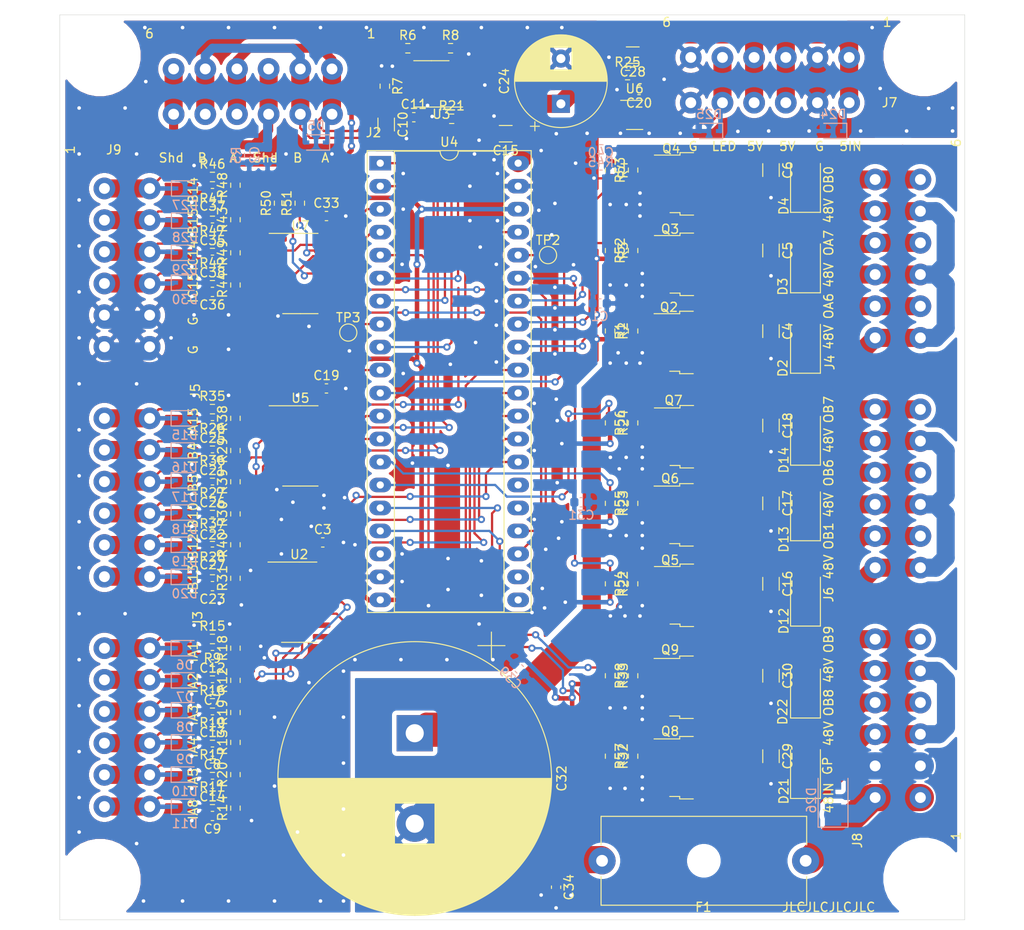
<source format=kicad_pcb>
(kicad_pcb (version 20171130) (host pcbnew 5.1.9+dfsg1-1+deb11u1)
  (title_block (title RTMPin))
  (layers (0 F.Cu signal) (31 B.Cu signal) (34 B.Paste user) (35 F.Paste user) (36 B.SilkS user) (37 F.SilkS user) (38 B.Mask user) (39 F.Mask user) (44 Edge.Cuts user))
  (net 0 "")
  (net 1 GND)
  (net 2 "Net-(C2-Pad1)")
  (net 3 +3V3)
  (net 4 GNDPWR)
  (net 5 "Net-(C4-Pad1)")
  (net 6 "Net-(C5-Pad1)")
  (net 7 "Net-(C6-Pad1)")
  (net 8 "Net-(C7-Pad1)")
  (net 9 "Net-(C8-Pad1)")
  (net 10 "Net-(C9-Pad1)")
  (net 11 "Net-(C12-Pad1)")
  (net 12 "Net-(C13-Pad1)")
  (net 13 "Net-(C14-Pad1)")
  (net 14 +5V)
  (net 15 "Net-(C16-Pad1)")
  (net 16 "Net-(C17-Pad1)")
  (net 17 "Net-(C18-Pad1)")
  (net 18 "Net-(C21-Pad1)")
  (net 19 "Net-(C22-Pad1)")
  (net 20 "Net-(C23-Pad1)")
  (net 21 "Net-(C25-Pad1)")
  (net 22 "Net-(C26-Pad1)")
  (net 23 "Net-(C27-Pad1)")
  (net 24 "Net-(C29-Pad1)")
  (net 25 "Net-(C30-Pad1)")
  (net 26 +48V)
  (net 27 "Net-(C35-Pad1)")
  (net 28 "Net-(C36-Pad1)")
  (net 29 "Net-(C37-Pad1)")
  (net 30 "Net-(C38-Pad1)")
  (net 31 "Net-(D5-Pad2)")
  (net 32 "Net-(D5-Pad1)")
  (net 33 "Net-(D6-Pad1)")
  (net 34 "Net-(D7-Pad1)")
  (net 35 "Net-(D8-Pad1)")
  (net 36 "Net-(D9-Pad1)")
  (net 37 "Net-(D10-Pad1)")
  (net 38 "Net-(D11-Pad1)")
  (net 39 "Net-(D15-Pad1)")
  (net 40 "Net-(D16-Pad1)")
  (net 41 "Net-(D17-Pad1)")
  (net 42 "Net-(D18-Pad1)")
  (net 43 "Net-(D19-Pad1)")
  (net 44 "Net-(D20-Pad1)")
  (net 45 /LED_Strip)
  (net 46 "Net-(D27-Pad1)")
  (net 47 "Net-(D28-Pad1)")
  (net 48 "Net-(D29-Pad1)")
  (net 49 "Net-(D30-Pad1)")
  (net 50 /OA6)
  (net 51 /OA7)
  (net 52 /OB0)
  (net 53 /OB1)
  (net 54 /OB6)
  (net 55 /OB7)
  (net 56 /OB8)
  (net 57 /OB9)
  (net 58 "Net-(R25-Pad1)")
  (net 59 "Net-(R50-Pad1)")
  (net 60 "Net-(R51-Pad1)")
  (net 61 "Net-(TP2-Pad1)")
  (net 62 /IA8)
  (net 63 /IA5)
  (net 64 /IA4)
  (net 65 /IA3)
  (net 66 /IA2)
  (net 67 /IA1)
  (net 68 "Net-(U3-Pad4)")
  (net 69 "Net-(U3-Pad1)")
  (net 70 /IB13)
  (net 71 /IB12)
  (net 72 /IB10)
  (net 73 /IB5)
  (net 74 /IB4)
  (net 75 /IA15)
  (net 76 /IC15)
  (net 77 /IC14)
  (net 78 /IB15)
  (net 79 /IB14)
  (net 80 "Net-(U4-Pad11)")
  (net 81 "Net-(Q2-Pad1)")
  (net 82 "Net-(Q3-Pad1)")
  (net 83 "Net-(Q4-Pad1)")
  (net 84 "Net-(Q5-Pad1)")
  (net 85 "Net-(Q6-Pad1)")
  (net 86 "Net-(Q7-Pad1)")
  (net 87 "Net-(Q8-Pad1)")
  (net 88 "Net-(Q9-Pad1)")
  (net 89 /48V_IN)
  (net 90 "Net-(TP3-Pad1)")
  (net 91 "Net-(R21-Pad2)")
  (module RTMPin_CAE:MountingHole_5.5mm_Pinball (layer F.Cu) (at 84.859 45.004)
    (fp_text reference REF** hide)
    (fp_text value MountingHole_5.5mm_Pinball)
    (pad "" np_thru_hole circle (at 0 0) (size 5.5 5.5) (drill 5.5) (layers *.Cu *.Mask) (clearance 1.75))
  )
  (module RTMPin_CAE:MountingHole_5.5mm_Pinball (layer F.Cu) (at 84.859 136.063)
    (fp_text reference REF** hide)
    (fp_text value MountingHole_5.5mm_Pinball)
    (pad "" np_thru_hole circle (at 0 0) (size 5.5 5.5) (drill 5.5) (layers *.Cu *.Mask) (clearance 1.75))
  )
  (module RTMPin_CAE:MountingHole_5.5mm_Pinball (layer F.Cu) (at 175.918 45.004)
    (fp_text reference REF** hide)
    (fp_text value MountingHole_5.5mm_Pinball)
    (pad "" np_thru_hole circle (at 0 0) (size 5.5 5.5) (drill 5.5) (layers *.Cu *.Mask) (clearance 1.75))
  )
  (module RTMPin_CAE:MountingHole_5.5mm_Pinball (layer F.Cu) (at 175.918 135.936)
    (fp_text reference REF** hide)
    (fp_text value MountingHole_5.5mm_Pinball)
    (pad "" np_thru_hole circle (at 0 0) (size 5.5 5.5) (drill 5.5) (layers *.Cu *.Mask) (clearance 1.75))
  )
  (module Package_TO_SOT_SMD:SOT-23-5 (layer F.Cu) (at 143.938 51.562)
    (fp_text reference U6 (at 0 -2.9) (layer F.SilkS))
    (fp_text value SN74AHCT1G125)
    (pad 5 smd rect (at 1.1 -0.95) (size 1.06 0.65) (layers F.Cu F.Paste F.Mask) (net 14 +5V))
    (pad 4 smd rect (at 1.1 0.95) (size 1.06 0.65) (layers F.Cu F.Paste F.Mask) (net 45 /LED_Strip))
    (pad 3 smd rect (at -1.1 0.95) (size 1.06 0.65) (layers F.Cu F.Paste F.Mask) (net 1 GND))
    (pad 2 smd rect (at -1.1 0) (size 1.06 0.65) (layers F.Cu F.Paste F.Mask) (net 80 "Net-(U4-Pad11)"))
    (pad 1 smd rect (at -1.1 -0.95) (size 1.06 0.65) (layers F.Cu F.Paste F.Mask) (net 58 "Net-(R25-Pad1)"))
  )
  (module Resistor_SMD:R_0603_1608Metric (layer F.Cu) (at 143.764 113.538 90)
    (fp_text reference R58 (at 0 -1.43 90) (layer F.SilkS))
    (fp_text value 100R)
    (pad 2 smd roundrect (at 0.825 0 90) (size 0.8 0.95) (layers F.Cu F.Paste F.Mask) (net 88 "Net-(Q9-Pad1)"))
    (pad 1 smd roundrect (at -0.825 0 90) (size 0.8 0.95) (layers F.Cu F.Paste F.Mask) (net 57 /OB9))
  )
  (module Resistor_SMD:R_0603_1608Metric (layer F.Cu) (at 143.764 122.428 90)
    (fp_text reference R57 (at 0 -1.43 90) (layer F.SilkS))
    (fp_text value 100R)
    (pad 2 smd roundrect (at 0.825 0 90) (size 0.8 0.95) (layers F.Cu F.Paste F.Mask) (net 87 "Net-(Q8-Pad1)"))
    (pad 1 smd roundrect (at -0.825 0 90) (size 0.8 0.95) (layers F.Cu F.Paste F.Mask) (net 56 /OB8))
  )
  (module Resistor_SMD:R_0603_1608Metric (layer F.Cu) (at 143.764 85.598 90)
    (fp_text reference R56 (at 0 -1.43 90) (layer F.SilkS))
    (fp_text value 100R)
    (pad 2 smd roundrect (at 0.825 0 90) (size 0.8 0.95) (layers F.Cu F.Paste F.Mask) (net 86 "Net-(Q7-Pad1)"))
    (pad 1 smd roundrect (at -0.825 0 90) (size 0.8 0.95) (layers F.Cu F.Paste F.Mask) (net 55 /OB7))
  )
  (module Resistor_SMD:R_0603_1608Metric (layer F.Cu) (at 143.764 94.488 90)
    (fp_text reference R55 (at 0 -1.43 90) (layer F.SilkS))
    (fp_text value 100R)
    (pad 2 smd roundrect (at 0.825 0 90) (size 0.8 0.95) (layers F.Cu F.Paste F.Mask) (net 85 "Net-(Q6-Pad1)"))
    (pad 1 smd roundrect (at -0.825 0 90) (size 0.8 0.95) (layers F.Cu F.Paste F.Mask) (net 54 /OB6))
  )
  (module Resistor_SMD:R_0603_1608Metric (layer F.Cu) (at 143.764 103.378 90)
    (fp_text reference R54 (at 0 -1.43 90) (layer F.SilkS))
    (fp_text value 100R)
    (pad 2 smd roundrect (at 0.825 0 90) (size 0.8 0.95) (layers F.Cu F.Paste F.Mask) (net 84 "Net-(Q5-Pad1)"))
    (pad 1 smd roundrect (at -0.825 0 90) (size 0.8 0.95) (layers F.Cu F.Paste F.Mask) (net 53 /OB1))
  )
  (module Resistor_SMD:R_0603_1608Metric (layer F.Cu) (at 143.764 57.658 90)
    (fp_text reference R53 (at 0 -1.43 90) (layer F.SilkS))
    (fp_text value 100R)
    (pad 2 smd roundrect (at 0.825 0 90) (size 0.8 0.95) (layers F.Cu F.Paste F.Mask) (net 83 "Net-(Q4-Pad1)"))
    (pad 1 smd roundrect (at -0.825 0 90) (size 0.8 0.95) (layers F.Cu F.Paste F.Mask) (net 52 /OB0))
  )
  (module Resistor_SMD:R_0603_1608Metric (layer F.Cu) (at 143.764 66.548 90)
    (fp_text reference R52 (at 0 -1.43 90) (layer F.SilkS))
    (fp_text value 100R)
    (pad 2 smd roundrect (at 0.825 0 90) (size 0.8 0.95) (layers F.Cu F.Paste F.Mask) (net 82 "Net-(Q3-Pad1)"))
    (pad 1 smd roundrect (at -0.825 0 90) (size 0.8 0.95) (layers F.Cu F.Paste F.Mask) (net 51 /OA7))
  )
  (module Resistor_SMD:R_0603_1608Metric (layer F.Cu) (at 106.934 61.3175 90)
    (fp_text reference R51 (at 0 -1.43 90) (layer F.SilkS))
    (fp_text value 10k)
    (pad 2 smd roundrect (at 0.825 0 90) (size 0.8 0.95) (layers F.Cu F.Paste F.Mask) (net 3 +3V3))
    (pad 1 smd roundrect (at -0.825 0 90) (size 0.8 0.95) (layers F.Cu F.Paste F.Mask) (net 60 "Net-(R51-Pad1)"))
  )
  (module Resistor_SMD:R_0603_1608Metric (layer F.Cu) (at 104.648 61.3175 90)
    (fp_text reference R50 (at 0 -1.43 90) (layer F.SilkS))
    (fp_text value 10k)
    (pad 2 smd roundrect (at 0.825 0 90) (size 0.8 0.95) (layers F.Cu F.Paste F.Mask) (net 3 +3V3))
    (pad 1 smd roundrect (at -0.825 0 90) (size 0.8 0.95) (layers F.Cu F.Paste F.Mask) (net 59 "Net-(R50-Pad1)"))
  )
  (module Resistor_SMD:R_0603_1608Metric (layer F.Cu) (at 99.822 66.802 90)
    (fp_text reference R49 (at 0 -1.43 90) (layer F.SilkS))
    (fp_text value 2k2)
    (pad 2 smd roundrect (at 0.825 0 90) (size 0.8 0.95) (layers F.Cu F.Paste F.Mask) (net 30 "Net-(C38-Pad1)"))
    (pad 1 smd roundrect (at -0.825 0 90) (size 0.8 0.95) (layers F.Cu F.Paste F.Mask) (net 14 +5V))
  )
  (module Resistor_SMD:R_0603_1608Metric (layer F.Cu) (at 99.822 59.3325 90)
    (fp_text reference R48 (at 0 -1.43 90) (layer F.SilkS))
    (fp_text value 2k2)
    (pad 2 smd roundrect (at 0.825 0 90) (size 0.8 0.95) (layers F.Cu F.Paste F.Mask) (net 29 "Net-(C37-Pad1)"))
    (pad 1 smd roundrect (at -0.825 0 90) (size 0.8 0.95) (layers F.Cu F.Paste F.Mask) (net 14 +5V))
  )
  (module Resistor_SMD:R_0603_1608Metric (layer F.Cu) (at 97.282 65.786)
    (fp_text reference R47 (at 0 -1.43) (layer F.SilkS))
    (fp_text value 100R)
    (pad 2 smd roundrect (at 0.825 0) (size 0.8 0.95) (layers F.Cu F.Paste F.Mask) (net 30 "Net-(C38-Pad1)"))
    (pad 1 smd roundrect (at -0.825 0) (size 0.8 0.95) (layers F.Cu F.Paste F.Mask) (net 48 "Net-(D29-Pad1)"))
  )
  (module Resistor_SMD:R_0603_1608Metric (layer F.Cu) (at 97.282 58.42)
    (fp_text reference R46 (at 0 -1.43) (layer F.SilkS))
    (fp_text value 100R)
    (pad 2 smd roundrect (at 0.825 0) (size 0.8 0.95) (layers F.Cu F.Paste F.Mask) (net 29 "Net-(C37-Pad1)"))
    (pad 1 smd roundrect (at -0.825 0) (size 0.8 0.95) (layers F.Cu F.Paste F.Mask) (net 46 "Net-(D27-Pad1)"))
  )
  (module Resistor_SMD:R_0603_1608Metric (layer B.Cu) (at 140.208 55.372)
    (fp_text reference R45 (at 0 1.43) (layer B.SilkS) (effects (justify mirror)))
    (fp_text value 100R)
    (pad 2 smd roundrect (at 0.825 0) (size 0.8 0.95) (layers B.Cu B.Paste B.Mask) (net 4 GNDPWR))
    (pad 1 smd roundrect (at -0.825 0) (size 0.8 0.95) (layers B.Cu B.Paste B.Mask) (net 1 GND))
  )
  (module Resistor_SMD:R_0603_1608Metric (layer F.Cu) (at 99.822 70.358 90)
    (fp_text reference R44 (at 0 -1.43 90) (layer F.SilkS))
    (fp_text value 2k2)
    (pad 2 smd roundrect (at 0.825 0 90) (size 0.8 0.95) (layers F.Cu F.Paste F.Mask) (net 28 "Net-(C36-Pad1)"))
    (pad 1 smd roundrect (at -0.825 0 90) (size 0.8 0.95) (layers F.Cu F.Paste F.Mask) (net 14 +5V))
  )
  (module Resistor_SMD:R_0603_1608Metric (layer F.Cu) (at 99.822 63.1425 90)
    (fp_text reference R43 (at 0 -1.43 90) (layer F.SilkS))
    (fp_text value 2k2)
    (pad 2 smd roundrect (at 0.825 0 90) (size 0.8 0.95) (layers F.Cu F.Paste F.Mask) (net 27 "Net-(C35-Pad1)"))
    (pad 1 smd roundrect (at -0.825 0 90) (size 0.8 0.95) (layers F.Cu F.Paste F.Mask) (net 14 +5V))
  )
  (module Resistor_SMD:R_0603_1608Metric (layer F.Cu) (at 97.282 69.342)
    (fp_text reference R42 (at 0 -1.43) (layer F.SilkS))
    (fp_text value 100R)
    (pad 2 smd roundrect (at 0.825 0) (size 0.8 0.95) (layers F.Cu F.Paste F.Mask) (net 28 "Net-(C36-Pad1)"))
    (pad 1 smd roundrect (at -0.825 0) (size 0.8 0.95) (layers F.Cu F.Paste F.Mask) (net 49 "Net-(D30-Pad1)"))
  )
  (module Resistor_SMD:R_0603_1608Metric (layer F.Cu) (at 97.282 62.23)
    (fp_text reference R41 (at 0 -1.43) (layer F.SilkS))
    (fp_text value 100R)
    (pad 2 smd roundrect (at 0.825 0) (size 0.8 0.95) (layers F.Cu F.Paste F.Mask) (net 27 "Net-(C35-Pad1)"))
    (pad 1 smd roundrect (at -0.825 0) (size 0.8 0.95) (layers F.Cu F.Paste F.Mask) (net 47 "Net-(D28-Pad1)"))
  )
  (module Resistor_SMD:R_0603_1608Metric (layer F.Cu) (at 99.822 99.06 90)
    (fp_text reference R40 (at 0 -1.43 90) (layer F.SilkS))
    (fp_text value 2k2)
    (pad 2 smd roundrect (at 0.825 0 90) (size 0.8 0.95) (layers F.Cu F.Paste F.Mask) (net 23 "Net-(C27-Pad1)"))
    (pad 1 smd roundrect (at -0.825 0 90) (size 0.8 0.95) (layers F.Cu F.Paste F.Mask) (net 14 +5V))
  )
  (module Resistor_SMD:R_0603_1608Metric (layer F.Cu) (at 99.822 92.0985 90)
    (fp_text reference R39 (at 0 -1.43 90) (layer F.SilkS))
    (fp_text value 2k2)
    (pad 2 smd roundrect (at 0.825 0 90) (size 0.8 0.95) (layers F.Cu F.Paste F.Mask) (net 22 "Net-(C26-Pad1)"))
    (pad 1 smd roundrect (at -0.825 0 90) (size 0.8 0.95) (layers F.Cu F.Paste F.Mask) (net 14 +5V))
  )
  (module Resistor_SMD:R_0603_1608Metric (layer F.Cu) (at 99.822 85.09 90)
    (fp_text reference R38 (at 0 -1.43 90) (layer F.SilkS))
    (fp_text value 2k2)
    (pad 2 smd roundrect (at 0.825 0 90) (size 0.8 0.95) (layers F.Cu F.Paste F.Mask) (net 21 "Net-(C25-Pad1)"))
    (pad 1 smd roundrect (at -0.825 0 90) (size 0.8 0.95) (layers F.Cu F.Paste F.Mask) (net 14 +5V))
  )
  (module Resistor_SMD:R_0603_1608Metric (layer F.Cu) (at 97.282 98.171)
    (fp_text reference R37 (at 0 -1.43) (layer F.SilkS))
    (fp_text value 100R)
    (pad 2 smd roundrect (at 0.825 0) (size 0.8 0.95) (layers F.Cu F.Paste F.Mask) (net 23 "Net-(C27-Pad1)"))
    (pad 1 smd roundrect (at -0.825 0) (size 0.8 0.95) (layers F.Cu F.Paste F.Mask) (net 43 "Net-(D19-Pad1)"))
  )
  (module Resistor_SMD:R_0603_1608Metric (layer F.Cu) (at 97.282 91.186)
    (fp_text reference R36 (at 0 -1.43) (layer F.SilkS))
    (fp_text value 100R)
    (pad 2 smd roundrect (at 0.825 0) (size 0.8 0.95) (layers F.Cu F.Paste F.Mask) (net 22 "Net-(C26-Pad1)"))
    (pad 1 smd roundrect (at -0.825 0) (size 0.8 0.95) (layers F.Cu F.Paste F.Mask) (net 41 "Net-(D17-Pad1)"))
  )
  (module Resistor_SMD:R_0603_1608Metric (layer F.Cu) (at 97.282 84.074)
    (fp_text reference R35 (at 0 -1.43) (layer F.SilkS))
    (fp_text value 100R)
    (pad 2 smd roundrect (at 0.825 0) (size 0.8 0.95) (layers F.Cu F.Paste F.Mask) (net 21 "Net-(C25-Pad1)"))
    (pad 1 smd roundrect (at -0.825 0) (size 0.8 0.95) (layers F.Cu F.Paste F.Mask) (net 39 "Net-(D15-Pad1)"))
  )
  (module Resistor_SMD:R_0603_1608Metric (layer F.Cu) (at 141.224 113.538 270)
    (fp_text reference R33 (at 0 -1.43 90) (layer F.SilkS))
    (fp_text value 10k)
    (pad 2 smd roundrect (at 0.825 0 270) (size 0.8 0.95) (layers F.Cu F.Paste F.Mask) (net 1 GND))
    (pad 1 smd roundrect (at -0.825 0 270) (size 0.8 0.95) (layers F.Cu F.Paste F.Mask) (net 57 /OB9))
  )
  (module Resistor_SMD:R_0603_1608Metric (layer F.Cu) (at 141.224 122.428 270)
    (fp_text reference R32 (at 0 -1.43 90) (layer F.SilkS))
    (fp_text value 10k)
    (pad 2 smd roundrect (at 0.825 0 270) (size 0.8 0.95) (layers F.Cu F.Paste F.Mask) (net 1 GND))
    (pad 1 smd roundrect (at -0.825 0 270) (size 0.8 0.95) (layers F.Cu F.Paste F.Mask) (net 56 /OB8))
  )
  (module Resistor_SMD:R_0603_1608Metric (layer F.Cu) (at 99.822 102.7665 90)
    (fp_text reference R31 (at 0 -1.43 90) (layer F.SilkS))
    (fp_text value 2k2)
    (pad 2 smd roundrect (at 0.825 0 90) (size 0.8 0.95) (layers F.Cu F.Paste F.Mask) (net 20 "Net-(C23-Pad1)"))
    (pad 1 smd roundrect (at -0.825 0 90) (size 0.8 0.95) (layers F.Cu F.Paste F.Mask) (net 14 +5V))
  )
  (module Resistor_SMD:R_0603_1608Metric (layer F.Cu) (at 99.822 95.6545 90)
    (fp_text reference R30 (at 0 -1.43 90) (layer F.SilkS))
    (fp_text value 2k2)
    (pad 2 smd roundrect (at 0.825 0 90) (size 0.8 0.95) (layers F.Cu F.Paste F.Mask) (net 19 "Net-(C22-Pad1)"))
    (pad 1 smd roundrect (at -0.825 0 90) (size 0.8 0.95) (layers F.Cu F.Paste F.Mask) (net 14 +5V))
  )
  (module Resistor_SMD:R_0603_1608Metric (layer F.Cu) (at 99.822 88.646 90)
    (fp_text reference R29 (at 0 -1.43 90) (layer F.SilkS))
    (fp_text value 2k2)
    (pad 2 smd roundrect (at 0.825 0 90) (size 0.8 0.95) (layers F.Cu F.Paste F.Mask) (net 18 "Net-(C21-Pad1)"))
    (pad 1 smd roundrect (at -0.825 0 90) (size 0.8 0.95) (layers F.Cu F.Paste F.Mask) (net 14 +5V))
  )
  (module Resistor_SMD:R_0603_1608Metric (layer F.Cu) (at 97.282 101.854)
    (fp_text reference R28 (at 0 -1.43) (layer F.SilkS))
    (fp_text value 100R)
    (pad 2 smd roundrect (at 0.825 0) (size 0.8 0.95) (layers F.Cu F.Paste F.Mask) (net 20 "Net-(C23-Pad1)"))
    (pad 1 smd roundrect (at -0.825 0) (size 0.8 0.95) (layers F.Cu F.Paste F.Mask) (net 44 "Net-(D20-Pad1)"))
  )
  (module Resistor_SMD:R_0603_1608Metric (layer F.Cu) (at 97.282 94.742)
    (fp_text reference R27 (at 0 -1.43) (layer F.SilkS))
    (fp_text value 100R)
    (pad 2 smd roundrect (at 0.825 0) (size 0.8 0.95) (layers F.Cu F.Paste F.Mask) (net 19 "Net-(C22-Pad1)"))
    (pad 1 smd roundrect (at -0.825 0) (size 0.8 0.95) (layers F.Cu F.Paste F.Mask) (net 42 "Net-(D18-Pad1)"))
  )
  (module Resistor_SMD:R_0603_1608Metric (layer F.Cu) (at 97.282 87.63)
    (fp_text reference R26 (at 0 -1.43) (layer F.SilkS))
    (fp_text value 100R)
    (pad 2 smd roundrect (at 0.825 0) (size 0.8 0.95) (layers F.Cu F.Paste F.Mask) (net 18 "Net-(C21-Pad1)"))
    (pad 1 smd roundrect (at -0.825 0) (size 0.8 0.95) (layers F.Cu F.Paste F.Mask) (net 40 "Net-(D16-Pad1)"))
  )
  (module Resistor_SMD:R_0603_1608Metric (layer F.Cu) (at 143.152 47.163)
    (fp_text reference R25 (at 0 -1.43) (layer F.SilkS))
    (fp_text value 10k)
    (pad 2 smd roundrect (at 0.825 0) (size 0.8 0.95) (layers F.Cu F.Paste F.Mask) (net 1 GND))
    (pad 1 smd roundrect (at -0.825 0) (size 0.8 0.95) (layers F.Cu F.Paste F.Mask) (net 58 "Net-(R25-Pad1)"))
  )
  (module Resistor_SMD:R_0603_1608Metric (layer F.Cu) (at 141.224 85.598 270)
    (fp_text reference R24 (at 0 -1.43 90) (layer F.SilkS))
    (fp_text value 10k)
    (pad 2 smd roundrect (at 0.825 0 270) (size 0.8 0.95) (layers F.Cu F.Paste F.Mask) (net 1 GND))
    (pad 1 smd roundrect (at -0.825 0 270) (size 0.8 0.95) (layers F.Cu F.Paste F.Mask) (net 55 /OB7))
  )
  (module Resistor_SMD:R_0603_1608Metric (layer F.Cu) (at 141.224 94.488 270)
    (fp_text reference R23 (at 0 -1.43 90) (layer F.SilkS))
    (fp_text value 10k)
    (pad 2 smd roundrect (at 0.825 0 270) (size 0.8 0.95) (layers F.Cu F.Paste F.Mask) (net 1 GND))
    (pad 1 smd roundrect (at -0.825 0 270) (size 0.8 0.95) (layers F.Cu F.Paste F.Mask) (net 54 /OB6))
  )
  (module Resistor_SMD:R_0603_1608Metric (layer F.Cu) (at 141.224 103.378 270)
    (fp_text reference R22 (at 0 -1.43 90) (layer F.SilkS))
    (fp_text value 10k)
    (pad 2 smd roundrect (at 0.825 0 270) (size 0.8 0.95) (layers F.Cu F.Paste F.Mask) (net 1 GND))
    (pad 1 smd roundrect (at -0.825 0 270) (size 0.8 0.95) (layers F.Cu F.Paste F.Mask) (net 53 /OB1))
  )
  (module Resistor_SMD:R_0603_1608Metric (layer F.Cu) (at 123.721 51.989)
    (fp_text reference R21 (at 0 -1.43) (layer F.SilkS))
    (fp_text value 10k)
    (pad 2 smd roundrect (at 0.825 0) (size 0.8 0.95) (layers F.Cu F.Paste F.Mask) (net 91 "Net-(R21-Pad2)"))
    (pad 1 smd roundrect (at -0.825 0) (size 0.8 0.95) (layers F.Cu F.Paste F.Mask) (net 1 GND))
  )
  (module Resistor_SMD:R_0603_1608Metric (layer F.Cu) (at 99.822 124.46 90)
    (fp_text reference R20 (at 0 -1.43 90) (layer F.SilkS))
    (fp_text value 2k2)
    (pad 2 smd roundrect (at 0.825 0 90) (size 0.8 0.95) (layers F.Cu F.Paste F.Mask) (net 13 "Net-(C14-Pad1)"))
    (pad 1 smd roundrect (at -0.825 0 90) (size 0.8 0.95) (layers F.Cu F.Paste F.Mask) (net 14 +5V))
  )
  (module Resistor_SMD:R_0603_1608Metric (layer F.Cu) (at 99.822 117.602 90)
    (fp_text reference R19 (at 0 -1.43 90) (layer F.SilkS))
    (fp_text value 2k2)
    (pad 2 smd roundrect (at 0.825 0 90) (size 0.8 0.95) (layers F.Cu F.Paste F.Mask) (net 12 "Net-(C13-Pad1)"))
    (pad 1 smd roundrect (at -0.825 0 90) (size 0.8 0.95) (layers F.Cu F.Paste F.Mask) (net 14 +5V))
  )
  (module Resistor_SMD:R_0603_1608Metric (layer F.Cu) (at 99.822 110.49 90)
    (fp_text reference R18 (at 0 -1.43 90) (layer F.SilkS))
    (fp_text value 2k2)
    (pad 2 smd roundrect (at 0.825 0 90) (size 0.8 0.95) (layers F.Cu F.Paste F.Mask) (net 11 "Net-(C12-Pad1)"))
    (pad 1 smd roundrect (at -0.825 0 90) (size 0.8 0.95) (layers F.Cu F.Paste F.Mask) (net 14 +5V))
  )
  (module Resistor_SMD:R_0603_1608Metric (layer F.Cu) (at 97.282 123.698)
    (fp_text reference R17 (at 0 -1.43) (layer F.SilkS))
    (fp_text value 100R)
    (pad 2 smd roundrect (at 0.825 0) (size 0.8 0.95) (layers F.Cu F.Paste F.Mask) (net 13 "Net-(C14-Pad1)"))
    (pad 1 smd roundrect (at -0.825 0) (size 0.8 0.95) (layers F.Cu F.Paste F.Mask) (net 37 "Net-(D10-Pad1)"))
  )
  (module Resistor_SMD:R_0603_1608Metric (layer F.Cu) (at 97.282 116.586)
    (fp_text reference R16 (at 0 -1.43) (layer F.SilkS))
    (fp_text value 100R)
    (pad 2 smd roundrect (at 0.825 0) (size 0.8 0.95) (layers F.Cu F.Paste F.Mask) (net 12 "Net-(C13-Pad1)"))
    (pad 1 smd roundrect (at -0.825 0) (size 0.8 0.95) (layers F.Cu F.Paste F.Mask) (net 35 "Net-(D8-Pad1)"))
  )
  (module Resistor_SMD:R_0603_1608Metric (layer F.Cu) (at 97.282 109.474)
    (fp_text reference R15 (at 0 -1.43) (layer F.SilkS))
    (fp_text value 100R)
    (pad 2 smd roundrect (at 0.825 0) (size 0.8 0.95) (layers F.Cu F.Paste F.Mask) (net 11 "Net-(C12-Pad1)"))
    (pad 1 smd roundrect (at -0.825 0) (size 0.8 0.95) (layers F.Cu F.Paste F.Mask) (net 33 "Net-(D6-Pad1)"))
  )
  (module Resistor_SMD:R_0603_1608Metric (layer F.Cu) (at 99.822 128.1665 90)
    (fp_text reference R14 (at 0 -1.43 90) (layer F.SilkS))
    (fp_text value 2k2)
    (pad 2 smd roundrect (at 0.825 0 90) (size 0.8 0.95) (layers F.Cu F.Paste F.Mask) (net 10 "Net-(C9-Pad1)"))
    (pad 1 smd roundrect (at -0.825 0 90) (size 0.8 0.95) (layers F.Cu F.Paste F.Mask) (net 14 +5V))
  )
  (module Resistor_SMD:R_0603_1608Metric (layer F.Cu) (at 99.822 120.904 90)
    (fp_text reference R13 (at 0 -1.43 90) (layer F.SilkS))
    (fp_text value 2k2)
    (pad 2 smd roundrect (at 0.825 0 90) (size 0.8 0.95) (layers F.Cu F.Paste F.Mask) (net 9 "Net-(C8-Pad1)"))
    (pad 1 smd roundrect (at -0.825 0 90) (size 0.8 0.95) (layers F.Cu F.Paste F.Mask) (net 14 +5V))
  )
  (module Resistor_SMD:R_0603_1608Metric (layer F.Cu) (at 99.822 114.046 90)
    (fp_text reference R12 (at 0 -1.43 90) (layer F.SilkS))
    (fp_text value 2k2)
    (pad 2 smd roundrect (at 0.825 0 90) (size 0.8 0.95) (layers F.Cu F.Paste F.Mask) (net 8 "Net-(C7-Pad1)"))
    (pad 1 smd roundrect (at -0.825 0 90) (size 0.8 0.95) (layers F.Cu F.Paste F.Mask) (net 14 +5V))
  )
  (module Resistor_SMD:R_0603_1608Metric (layer F.Cu) (at 97.282 127.254)
    (fp_text reference R11 (at 0 -1.43) (layer F.SilkS))
    (fp_text value 100R)
    (pad 2 smd roundrect (at 0.825 0) (size 0.8 0.95) (layers F.Cu F.Paste F.Mask) (net 10 "Net-(C9-Pad1)"))
    (pad 1 smd roundrect (at -0.825 0) (size 0.8 0.95) (layers F.Cu F.Paste F.Mask) (net 38 "Net-(D11-Pad1)"))
  )
  (module Resistor_SMD:R_0603_1608Metric (layer F.Cu) (at 97.282 120.142)
    (fp_text reference R10 (at 0 -1.43) (layer F.SilkS))
    (fp_text value 100R)
    (pad 2 smd roundrect (at 0.825 0) (size 0.8 0.95) (layers F.Cu F.Paste F.Mask) (net 9 "Net-(C8-Pad1)"))
    (pad 1 smd roundrect (at -0.825 0) (size 0.8 0.95) (layers F.Cu F.Paste F.Mask) (net 36 "Net-(D9-Pad1)"))
  )
  (module Resistor_SMD:R_0603_1608Metric (layer F.Cu) (at 97.282 113.03)
    (fp_text reference R9 (at 0 -1.43) (layer F.SilkS))
    (fp_text value 100R)
    (pad 2 smd roundrect (at 0.825 0) (size 0.8 0.95) (layers F.Cu F.Paste F.Mask) (net 8 "Net-(C7-Pad1)"))
    (pad 1 smd roundrect (at -0.825 0) (size 0.8 0.95) (layers F.Cu F.Paste F.Mask) (net 34 "Net-(D7-Pad1)"))
  )
  (module Resistor_SMD:R_0603_1608Metric (layer F.Cu) (at 123.5945 44.196)
    (fp_text reference R8 (at 0 -1.43) (layer F.SilkS))
    (fp_text value 1k)
    (pad 2 smd roundrect (at 0.825 0) (size 0.8 0.95) (layers F.Cu F.Paste F.Mask) (net 1 GND))
    (pad 1 smd roundrect (at -0.825 0) (size 0.8 0.95) (layers F.Cu F.Paste F.Mask) (net 31 "Net-(D5-Pad2)"))
  )
  (module Resistor_SMD:R_0603_1608Metric (layer F.Cu) (at 116.332 48.387 270)
    (fp_text reference R7 (at 0 -1.43 90) (layer F.SilkS))
    (fp_text value 120R)
    (pad 2 smd roundrect (at 0.825 0 270) (size 0.8 0.95) (layers F.Cu F.Paste F.Mask) (net 31 "Net-(D5-Pad2)"))
    (pad 1 smd roundrect (at -0.825 0 270) (size 0.8 0.95) (layers F.Cu F.Paste F.Mask) (net 32 "Net-(D5-Pad1)"))
  )
  (module Resistor_SMD:R_0603_1608Metric (layer F.Cu) (at 118.872 44.196)
    (fp_text reference R6 (at 0 -1.43) (layer F.SilkS))
    (fp_text value 1k)
    (pad 2 smd roundrect (at 0.825 0) (size 0.8 0.95) (layers F.Cu F.Paste F.Mask) (net 32 "Net-(D5-Pad1)"))
    (pad 1 smd roundrect (at -0.825 0) (size 0.8 0.95) (layers F.Cu F.Paste F.Mask) (net 14 +5V))
  )
  (module Resistor_SMD:R_0603_1608Metric (layer B.Cu) (at 101.346 56.0305 270)
    (fp_text reference R5 (at 0 1.43 90) (layer B.SilkS) (effects (justify mirror)))
    (fp_text value 100R)
    (pad 2 smd roundrect (at 0.825 0 270) (size 0.8 0.95) (layers B.Cu B.Paste B.Mask) (net 1 GND))
    (pad 1 smd roundrect (at -0.825 0 270) (size 0.8 0.95) (layers B.Cu B.Paste B.Mask) (net 2 "Net-(C2-Pad1)"))
  )
  (module Resistor_SMD:R_0603_1608Metric (layer F.Cu) (at 141.224 57.658 270)
    (fp_text reference R4 (at 0 -1.43 90) (layer F.SilkS))
    (fp_text value 10k)
    (pad 2 smd roundrect (at 0.825 0 270) (size 0.8 0.95) (layers F.Cu F.Paste F.Mask) (net 1 GND))
    (pad 1 smd roundrect (at -0.825 0 270) (size 0.8 0.95) (layers F.Cu F.Paste F.Mask) (net 52 /OB0))
  )
  (module Resistor_SMD:R_0603_1608Metric (layer F.Cu) (at 141.224 66.548 270)
    (fp_text reference R3 (at 0 -1.43 90) (layer F.SilkS))
    (fp_text value 10k)
    (pad 2 smd roundrect (at 0.825 0 270) (size 0.8 0.95) (layers F.Cu F.Paste F.Mask) (net 1 GND))
    (pad 1 smd roundrect (at -0.825 0 270) (size 0.8 0.95) (layers F.Cu F.Paste F.Mask) (net 51 /OA7))
  )
  (module Resistor_SMD:R_0603_1608Metric (layer F.Cu) (at 141.224 75.438 270)
    (fp_text reference R2 (at 0 -1.43 90) (layer F.SilkS))
    (fp_text value 10k)
    (pad 2 smd roundrect (at 0.825 0 270) (size 0.8 0.95) (layers F.Cu F.Paste F.Mask) (net 1 GND))
    (pad 1 smd roundrect (at -0.825 0 270) (size 0.8 0.95) (layers F.Cu F.Paste F.Mask) (net 50 /OA6))
  )
  (module Resistor_SMD:R_0603_1608Metric (layer F.Cu) (at 143.764 75.438 90)
    (fp_text reference R1 (at 0 -1.43 90) (layer F.SilkS))
    (fp_text value 100R)
    (pad 2 smd roundrect (at 0.825 0 90) (size 0.8 0.95) (layers F.Cu F.Paste F.Mask) (net 81 "Net-(Q2-Pad1)"))
    (pad 1 smd roundrect (at -0.825 0 90) (size 0.8 0.95) (layers F.Cu F.Paste F.Mask) (net 50 /OA6))
  )
  (module Diode_SMD:D_SOD-323 (layer B.Cu) (at 94.234 70.104)
    (fp_text reference D30 (at 0 1.85) (layer B.SilkS) (effects (justify mirror)))
    (fp_text value SD15C)
    (pad 2 smd rect (at 1.05 0) (size 0.6 0.45) (layers B.Cu B.Paste B.Mask) (net 1 GND))
    (pad 1 smd rect (at -1.05 0) (size 0.6 0.45) (layers B.Cu B.Paste B.Mask) (net 49 "Net-(D30-Pad1)"))
  )
  (module Diode_SMD:D_SOD-323 (layer B.Cu) (at 94.234 66.802)
    (fp_text reference D29 (at 0 1.85) (layer B.SilkS) (effects (justify mirror)))
    (fp_text value SD15C)
    (pad 2 smd rect (at 1.05 0) (size 0.6 0.45) (layers B.Cu B.Paste B.Mask) (net 1 GND))
    (pad 1 smd rect (at -1.05 0) (size 0.6 0.45) (layers B.Cu B.Paste B.Mask) (net 48 "Net-(D29-Pad1)"))
  )
  (module Diode_SMD:D_SOD-323 (layer B.Cu) (at 94.254 63.246)
    (fp_text reference D28 (at 0 1.85) (layer B.SilkS) (effects (justify mirror)))
    (fp_text value SD15C)
    (pad 2 smd rect (at 1.05 0) (size 0.6 0.45) (layers B.Cu B.Paste B.Mask) (net 1 GND))
    (pad 1 smd rect (at -1.05 0) (size 0.6 0.45) (layers B.Cu B.Paste B.Mask) (net 47 "Net-(D28-Pad1)"))
  )
  (module Diode_SMD:D_SOD-323 (layer B.Cu) (at 94.254 59.69)
    (fp_text reference D27 (at 0 1.85) (layer B.SilkS) (effects (justify mirror)))
    (fp_text value SD15C)
    (pad 2 smd rect (at 1.05 0) (size 0.6 0.45) (layers B.Cu B.Paste B.Mask) (net 1 GND))
    (pad 1 smd rect (at -1.05 0) (size 0.6 0.45) (layers B.Cu B.Paste B.Mask) (net 46 "Net-(D27-Pad1)"))
  )
  (module Diode_SMD:D_SOD-323 (layer B.Cu) (at 152.166 53.34 180)
    (fp_text reference D25 (at 0 1.85) (layer B.SilkS) (effects (justify mirror)))
    (fp_text value SD15C)
    (pad 2 smd rect (at 1.05 0 180) (size 0.6 0.45) (layers B.Cu B.Paste B.Mask) (net 1 GND))
    (pad 1 smd rect (at -1.05 0 180) (size 0.6 0.45) (layers B.Cu B.Paste B.Mask) (net 45 /LED_Strip))
  )
  (module Diode_SMD:D_SOD-323 (layer B.Cu) (at 165.882 53.34 180)
    (fp_text reference D24 (at 0 1.85) (layer B.SilkS) (effects (justify mirror)))
    (fp_text value SD15C)
    (pad 2 smd rect (at 1.05 0 180) (size 0.6 0.45) (layers B.Cu B.Paste B.Mask) (net 1 GND))
    (pad 1 smd rect (at -1.05 0 180) (size 0.6 0.45) (layers B.Cu B.Paste B.Mask) (net 14 +5V))
  )
  (module Diode_SMD:D_SOD-323 (layer B.Cu) (at 94.214 102.616)
    (fp_text reference D20 (at 0 1.85) (layer B.SilkS) (effects (justify mirror)))
    (fp_text value SD15C)
    (pad 2 smd rect (at 1.05 0) (size 0.6 0.45) (layers B.Cu B.Paste B.Mask) (net 1 GND))
    (pad 1 smd rect (at -1.05 0) (size 0.6 0.45) (layers B.Cu B.Paste B.Mask) (net 44 "Net-(D20-Pad1)"))
  )
  (module Diode_SMD:D_SOD-323 (layer B.Cu) (at 94.214 99.06)
    (fp_text reference D19 (at 0 1.85) (layer B.SilkS) (effects (justify mirror)))
    (fp_text value SD15C)
    (pad 2 smd rect (at 1.05 0) (size 0.6 0.45) (layers B.Cu B.Paste B.Mask) (net 1 GND))
    (pad 1 smd rect (at -1.05 0) (size 0.6 0.45) (layers B.Cu B.Paste B.Mask) (net 43 "Net-(D19-Pad1)"))
  )
  (module Diode_SMD:D_SOD-323 (layer B.Cu) (at 94.214 95.504)
    (fp_text reference D18 (at 0 1.85) (layer B.SilkS) (effects (justify mirror)))
    (fp_text value SD15C)
    (pad 2 smd rect (at 1.05 0) (size 0.6 0.45) (layers B.Cu B.Paste B.Mask) (net 1 GND))
    (pad 1 smd rect (at -1.05 0) (size 0.6 0.45) (layers B.Cu B.Paste B.Mask) (net 42 "Net-(D18-Pad1)"))
  )
  (module Diode_SMD:D_SOD-323 (layer B.Cu) (at 94.214 91.948)
    (fp_text reference D17 (at 0 1.85) (layer B.SilkS) (effects (justify mirror)))
    (fp_text value SD15C)
    (pad 2 smd rect (at 1.05 0) (size 0.6 0.45) (layers B.Cu B.Paste B.Mask) (net 1 GND))
    (pad 1 smd rect (at -1.05 0) (size 0.6 0.45) (layers B.Cu B.Paste B.Mask) (net 41 "Net-(D17-Pad1)"))
  )
  (module Diode_SMD:D_SOD-323 (layer B.Cu) (at 94.214 88.646)
    (fp_text reference D16 (at 0 1.85) (layer B.SilkS) (effects (justify mirror)))
    (fp_text value SD15C)
    (pad 2 smd rect (at 1.05 0) (size 0.6 0.45) (layers B.Cu B.Paste B.Mask) (net 1 GND))
    (pad 1 smd rect (at -1.05 0) (size 0.6 0.45) (layers B.Cu B.Paste B.Mask) (net 40 "Net-(D16-Pad1)"))
  )
  (module Diode_SMD:D_SOD-323 (layer B.Cu) (at 94.214 85.09)
    (fp_text reference D15 (at 0 1.85) (layer B.SilkS) (effects (justify mirror)))
    (fp_text value SD15C)
    (pad 2 smd rect (at 1.05 0) (size 0.6 0.45) (layers B.Cu B.Paste B.Mask) (net 1 GND))
    (pad 1 smd rect (at -1.05 0) (size 0.6 0.45) (layers B.Cu B.Paste B.Mask) (net 39 "Net-(D15-Pad1)"))
  )
  (module Diode_SMD:D_SOD-323 (layer B.Cu) (at 94.234 128.016)
    (fp_text reference D11 (at 0 1.85) (layer B.SilkS) (effects (justify mirror)))
    (fp_text value SD15C)
    (pad 2 smd rect (at 1.05 0) (size 0.6 0.45) (layers B.Cu B.Paste B.Mask) (net 1 GND))
    (pad 1 smd rect (at -1.05 0) (size 0.6 0.45) (layers B.Cu B.Paste B.Mask) (net 38 "Net-(D11-Pad1)"))
  )
  (module Diode_SMD:D_SOD-323 (layer B.Cu) (at 94.214 124.46)
    (fp_text reference D10 (at 0 1.85) (layer B.SilkS) (effects (justify mirror)))
    (fp_text value SD15C)
    (pad 2 smd rect (at 1.05 0) (size 0.6 0.45) (layers B.Cu B.Paste B.Mask) (net 1 GND))
    (pad 1 smd rect (at -1.05 0) (size 0.6 0.45) (layers B.Cu B.Paste B.Mask) (net 37 "Net-(D10-Pad1)"))
  )
  (module Diode_SMD:D_SOD-323 (layer B.Cu) (at 94.234 120.904)
    (fp_text reference D9 (at 0 1.85) (layer B.SilkS) (effects (justify mirror)))
    (fp_text value SD15C)
    (pad 2 smd rect (at 1.05 0) (size 0.6 0.45) (layers B.Cu B.Paste B.Mask) (net 1 GND))
    (pad 1 smd rect (at -1.05 0) (size 0.6 0.45) (layers B.Cu B.Paste B.Mask) (net 36 "Net-(D9-Pad1)"))
  )
  (module Diode_SMD:D_SOD-323 (layer B.Cu) (at 94.234 117.348)
    (fp_text reference D8 (at 0 1.85) (layer B.SilkS) (effects (justify mirror)))
    (fp_text value SD15C)
    (pad 2 smd rect (at 1.05 0) (size 0.6 0.45) (layers B.Cu B.Paste B.Mask) (net 1 GND))
    (pad 1 smd rect (at -1.05 0) (size 0.6 0.45) (layers B.Cu B.Paste B.Mask) (net 35 "Net-(D8-Pad1)"))
  )
  (module Diode_SMD:D_SOD-323 (layer B.Cu) (at 94.234 114.046)
    (fp_text reference D7 (at 0 1.85) (layer B.SilkS) (effects (justify mirror)))
    (fp_text value SD15C)
    (pad 2 smd rect (at 1.05 0) (size 0.6 0.45) (layers B.Cu B.Paste B.Mask) (net 1 GND))
    (pad 1 smd rect (at -1.05 0) (size 0.6 0.45) (layers B.Cu B.Paste B.Mask) (net 34 "Net-(D7-Pad1)"))
  )
  (module Diode_SMD:D_SOD-323 (layer B.Cu) (at 94.214 110.49)
    (fp_text reference D6 (at 0 1.85) (layer B.SilkS) (effects (justify mirror)))
    (fp_text value SD15C)
    (pad 2 smd rect (at 1.05 0) (size 0.6 0.45) (layers B.Cu B.Paste B.Mask) (net 1 GND))
    (pad 1 smd rect (at -1.05 0) (size 0.6 0.45) (layers B.Cu B.Paste B.Mask) (net 33 "Net-(D6-Pad1)"))
  )
  (module Diode_SMD:D_SOD-323 (layer B.Cu) (at 108.732 54.61 180)
    (fp_text reference D5 (at 0 1.85) (layer B.SilkS) (effects (justify mirror)))
    (fp_text value SD15C)
    (pad 2 smd rect (at 1.05 0 180) (size 0.6 0.45) (layers B.Cu B.Paste B.Mask) (net 31 "Net-(D5-Pad2)"))
    (pad 1 smd rect (at -1.05 0 180) (size 0.6 0.45) (layers B.Cu B.Paste B.Mask) (net 32 "Net-(D5-Pad1)"))
  )
  (module Capacitor_SMD:C_0603_1608Metric (layer B.Cu) (at 140.208 57.15 180)
    (fp_text reference C40 (at 0 1.43) (layer B.SilkS) (effects (justify mirror)))
    (fp_text value 100n)
    (pad 2 smd roundrect (at 0.775 0 180) (size 0.9 0.95) (layers B.Cu B.Paste B.Mask) (net 1 GND))
    (pad 1 smd roundrect (at -0.775 0 180) (size 0.9 0.95) (layers B.Cu B.Paste B.Mask) (net 4 GNDPWR))
  )
  (module Capacitor_SMD:C_0603_1608Metric (layer B.Cu) (at 131.191 112.776 315)
    (fp_text reference C39 (at 0 1.43 135) (layer B.SilkS) (effects (justify mirror)))
    (fp_text value 100n)
    (pad 2 smd roundrect (at 0.775 0 315) (size 0.9 0.95) (layers B.Cu B.Paste B.Mask) (net 4 GNDPWR))
    (pad 1 smd roundrect (at -0.775 0 315) (size 0.9 0.95) (layers B.Cu B.Paste B.Mask) (net 1 GND))
  )
  (module Capacitor_SMD:C_0603_1608Metric (layer F.Cu) (at 97.282 67.564 180)
    (fp_text reference C38 (at 0 -1.43) (layer F.SilkS))
    (fp_text value 100n)
    (pad 2 smd roundrect (at 0.775 0 180) (size 0.9 0.95) (layers F.Cu F.Paste F.Mask) (net 1 GND))
    (pad 1 smd roundrect (at -0.775 0 180) (size 0.9 0.95) (layers F.Cu F.Paste F.Mask) (net 30 "Net-(C38-Pad1)"))
  )
  (module Capacitor_SMD:C_0603_1608Metric (layer F.Cu) (at 97.282 60.198 180)
    (fp_text reference C37 (at 0 -1.43) (layer F.SilkS))
    (fp_text value 100n)
    (pad 2 smd roundrect (at 0.775 0 180) (size 0.9 0.95) (layers F.Cu F.Paste F.Mask) (net 1 GND))
    (pad 1 smd roundrect (at -0.775 0 180) (size 0.9 0.95) (layers F.Cu F.Paste F.Mask) (net 29 "Net-(C37-Pad1)"))
  )
  (module Capacitor_SMD:C_0603_1608Metric (layer F.Cu) (at 97.282 71.12 180)
    (fp_text reference C36 (at 0 -1.43) (layer F.SilkS))
    (fp_text value 100n)
    (pad 2 smd roundrect (at 0.775 0 180) (size 0.9 0.95) (layers F.Cu F.Paste F.Mask) (net 1 GND))
    (pad 1 smd roundrect (at -0.775 0 180) (size 0.9 0.95) (layers F.Cu F.Paste F.Mask) (net 28 "Net-(C36-Pad1)"))
  )
  (module Capacitor_SMD:C_0603_1608Metric (layer F.Cu) (at 97.282 64.008 180)
    (fp_text reference C35 (at 0 -1.43) (layer F.SilkS))
    (fp_text value 100n)
    (pad 2 smd roundrect (at 0.775 0 180) (size 0.9 0.95) (layers F.Cu F.Paste F.Mask) (net 1 GND))
    (pad 1 smd roundrect (at -0.775 0 180) (size 0.9 0.95) (layers F.Cu F.Paste F.Mask) (net 27 "Net-(C35-Pad1)"))
  )
  (module Capacitor_SMD:C_0603_1608Metric (layer F.Cu) (at 135.255 136.906 270)
    (fp_text reference C34 (at 0 -1.43 90) (layer F.SilkS))
    (fp_text value "100n 50V")
    (pad 2 smd roundrect (at 0.775 0 270) (size 0.9 0.95) (layers F.Cu F.Paste F.Mask) (net 4 GNDPWR))
    (pad 1 smd roundrect (at -0.775 0 270) (size 0.9 0.95) (layers F.Cu F.Paste F.Mask) (net 26 +48V))
  )
  (module Capacitor_SMD:C_0603_1608Metric (layer F.Cu) (at 109.8815 62.738)
    (fp_text reference C33 (at 0 -1.43) (layer F.SilkS))
    (fp_text value 100n)
    (pad 2 smd roundrect (at 0.775 0) (size 0.9 0.95) (layers F.Cu F.Paste F.Mask) (net 1 GND))
    (pad 1 smd roundrect (at -0.775 0) (size 0.9 0.95) (layers F.Cu F.Paste F.Mask) (net 3 +3V3))
  )
  (module Capacitor_SMD:C_0603_1608Metric (layer B.Cu) (at 138.049 94.361)
    (fp_text reference C31 (at 0 1.43) (layer B.SilkS) (effects (justify mirror)))
    (fp_text value 100n)
    (pad 2 smd roundrect (at 0.775 0) (size 0.9 0.95) (layers B.Cu B.Paste B.Mask) (net 4 GNDPWR))
    (pad 1 smd roundrect (at -0.775 0) (size 0.9 0.95) (layers B.Cu B.Paste B.Mask) (net 1 GND))
  )
  (module Capacitor_SMD:C_1206_3216Metric (layer F.Cu) (at 159.004 113.538 270)
    (fp_text reference C30 (at 0 -1.85 90) (layer F.SilkS))
    (fp_text value "470p 500V")
    (pad 2 smd roundrect (at 1.475 0 270) (size 1.15 1.8) (layers F.Cu F.Paste F.Mask) (roundrect_rratio 0.217391) (net 4 GNDPWR))
    (pad 1 smd roundrect (at -1.475 0 270) (size 1.15 1.8) (layers F.Cu F.Paste F.Mask) (roundrect_rratio 0.217391) (net 25 "Net-(C30-Pad1)"))
  )
  (module Capacitor_SMD:C_1206_3216Metric (layer F.Cu) (at 159.004 122.428 270)
    (fp_text reference C29 (at 0 -1.85 90) (layer F.SilkS))
    (fp_text value "470p 500V")
    (pad 2 smd roundrect (at 1.475 0 270) (size 1.15 1.8) (layers F.Cu F.Paste F.Mask) (roundrect_rratio 0.217391) (net 4 GNDPWR))
    (pad 1 smd roundrect (at -1.475 0 270) (size 1.15 1.8) (layers F.Cu F.Paste F.Mask) (roundrect_rratio 0.217391) (net 24 "Net-(C29-Pad1)"))
  )
  (module Capacitor_SMD:C_1206_3216Metric (layer F.Cu) (at 143.7255 44.958 180)
    (fp_text reference C28 (at 0 -1.85) (layer F.SilkS))
    (fp_text value "10u 25V")
    (pad 2 smd roundrect (at 1.475 0 180) (size 1.15 1.8) (layers F.Cu F.Paste F.Mask) (roundrect_rratio 0.217391) (net 1 GND))
    (pad 1 smd roundrect (at -1.475 0 180) (size 1.15 1.8) (layers F.Cu F.Paste F.Mask) (roundrect_rratio 0.217391) (net 14 +5V))
  )
  (module Capacitor_SMD:C_0603_1608Metric (layer F.Cu) (at 97.282 99.822 180)
    (fp_text reference C27 (at 0 -1.43) (layer F.SilkS))
    (fp_text value 100n)
    (pad 2 smd roundrect (at 0.775 0 180) (size 0.9 0.95) (layers F.Cu F.Paste F.Mask) (net 1 GND))
    (pad 1 smd roundrect (at -0.775 0 180) (size 0.9 0.95) (layers F.Cu F.Paste F.Mask) (net 23 "Net-(C27-Pad1)"))
  )
  (module Capacitor_SMD:C_0603_1608Metric (layer F.Cu) (at 97.282 92.964 180)
    (fp_text reference C26 (at 0 -1.43) (layer F.SilkS))
    (fp_text value 100n)
    (pad 2 smd roundrect (at 0.775 0 180) (size 0.9 0.95) (layers F.Cu F.Paste F.Mask) (net 1 GND))
    (pad 1 smd roundrect (at -0.775 0 180) (size 0.9 0.95) (layers F.Cu F.Paste F.Mask) (net 22 "Net-(C26-Pad1)"))
  )
  (module Capacitor_SMD:C_0603_1608Metric (layer F.Cu) (at 97.282 85.852 180)
    (fp_text reference C25 (at 0 -1.43) (layer F.SilkS))
    (fp_text value 100n)
    (pad 2 smd roundrect (at 0.775 0 180) (size 0.9 0.95) (layers F.Cu F.Paste F.Mask) (net 1 GND))
    (pad 1 smd roundrect (at -0.775 0 180) (size 0.9 0.95) (layers F.Cu F.Paste F.Mask) (net 21 "Net-(C25-Pad1)"))
  )
  (module Capacitor_SMD:C_0603_1608Metric (layer F.Cu) (at 97.282 103.632 180)
    (fp_text reference C23 (at 0 -1.43) (layer F.SilkS))
    (fp_text value 100n)
    (pad 2 smd roundrect (at 0.775 0 180) (size 0.9 0.95) (layers F.Cu F.Paste F.Mask) (net 1 GND))
    (pad 1 smd roundrect (at -0.775 0 180) (size 0.9 0.95) (layers F.Cu F.Paste F.Mask) (net 20 "Net-(C23-Pad1)"))
  )
  (module Capacitor_SMD:C_0603_1608Metric (layer F.Cu) (at 97.282 96.52 180)
    (fp_text reference C22 (at 0 -1.43) (layer F.SilkS))
    (fp_text value 100n)
    (pad 2 smd roundrect (at 0.775 0 180) (size 0.9 0.95) (layers F.Cu F.Paste F.Mask) (net 1 GND))
    (pad 1 smd roundrect (at -0.775 0 180) (size 0.9 0.95) (layers F.Cu F.Paste F.Mask) (net 19 "Net-(C22-Pad1)"))
  )
  (module Capacitor_SMD:C_0603_1608Metric (layer F.Cu) (at 97.282 89.408 180)
    (fp_text reference C21 (at 0 -1.43) (layer F.SilkS))
    (fp_text value 100n)
    (pad 2 smd roundrect (at 0.775 0 180) (size 0.9 0.95) (layers F.Cu F.Paste F.Mask) (net 1 GND))
    (pad 1 smd roundrect (at -0.775 0 180) (size 0.9 0.95) (layers F.Cu F.Paste F.Mask) (net 18 "Net-(C21-Pad1)"))
  )
  (module Capacitor_SMD:C_0603_1608Metric (layer F.Cu) (at 144.4255 48.814 180)
    (fp_text reference C20 (at 0 -1.43) (layer F.SilkS))
    (fp_text value 100n)
    (pad 2 smd roundrect (at 0.775 0 180) (size 0.9 0.95) (layers F.Cu F.Paste F.Mask) (net 1 GND))
    (pad 1 smd roundrect (at -0.775 0 180) (size 0.9 0.95) (layers F.Cu F.Paste F.Mask) (net 14 +5V))
  )
  (module Capacitor_SMD:C_0603_1608Metric (layer F.Cu) (at 109.8815 81.788)
    (fp_text reference C19 (at 0 -1.43) (layer F.SilkS))
    (fp_text value 100n)
    (pad 2 smd roundrect (at 0.775 0) (size 0.9 0.95) (layers F.Cu F.Paste F.Mask) (net 1 GND))
    (pad 1 smd roundrect (at -0.775 0) (size 0.9 0.95) (layers F.Cu F.Paste F.Mask) (net 3 +3V3))
  )
  (module Capacitor_SMD:C_1206_3216Metric (layer F.Cu) (at 159.004 85.8905 270)
    (fp_text reference C18 (at 0 -1.85 90) (layer F.SilkS))
    (fp_text value "470p 500V")
    (pad 2 smd roundrect (at 1.475 0 270) (size 1.15 1.8) (layers F.Cu F.Paste F.Mask) (roundrect_rratio 0.217391) (net 4 GNDPWR))
    (pad 1 smd roundrect (at -1.475 0 270) (size 1.15 1.8) (layers F.Cu F.Paste F.Mask) (roundrect_rratio 0.217391) (net 17 "Net-(C18-Pad1)"))
  )
  (module Capacitor_SMD:C_1206_3216Metric (layer F.Cu) (at 159.004 94.488 270)
    (fp_text reference C17 (at 0 -1.85 90) (layer F.SilkS))
    (fp_text value "470p 500V")
    (pad 2 smd roundrect (at 1.475 0 270) (size 1.15 1.8) (layers F.Cu F.Paste F.Mask) (roundrect_rratio 0.217391) (net 4 GNDPWR))
    (pad 1 smd roundrect (at -1.475 0 270) (size 1.15 1.8) (layers F.Cu F.Paste F.Mask) (roundrect_rratio 0.217391) (net 16 "Net-(C17-Pad1)"))
  )
  (module Capacitor_SMD:C_1206_3216Metric (layer F.Cu) (at 159.004 103.378 270)
    (fp_text reference C16 (at 0 -1.85 90) (layer F.SilkS))
    (fp_text value "470p 500V")
    (pad 2 smd roundrect (at 1.475 0 270) (size 1.15 1.8) (layers F.Cu F.Paste F.Mask) (roundrect_rratio 0.217391) (net 4 GNDPWR))
    (pad 1 smd roundrect (at -1.475 0 270) (size 1.15 1.8) (layers F.Cu F.Paste F.Mask) (roundrect_rratio 0.217391) (net 15 "Net-(C16-Pad1)"))
  )
  (module Capacitor_SMD:C_1206_3216Metric (layer F.Cu) (at 129.69 53.64 180)
    (fp_text reference C15 (at 0 -1.85) (layer F.SilkS))
    (fp_text value "10u 25V")
    (pad 2 smd roundrect (at 1.475 0 180) (size 1.15 1.8) (layers F.Cu F.Paste F.Mask) (roundrect_rratio 0.217391) (net 1 GND))
    (pad 1 smd roundrect (at -1.475 0 180) (size 1.15 1.8) (layers F.Cu F.Paste F.Mask) (roundrect_rratio 0.217391) (net 14 +5V))
  )
  (module Capacitor_SMD:C_0603_1608Metric (layer F.Cu) (at 97.282 125.476 180)
    (fp_text reference C14 (at 0 -1.43) (layer F.SilkS))
    (fp_text value 100n)
    (pad 2 smd roundrect (at 0.775 0 180) (size 0.9 0.95) (layers F.Cu F.Paste F.Mask) (net 1 GND))
    (pad 1 smd roundrect (at -0.775 0 180) (size 0.9 0.95) (layers F.Cu F.Paste F.Mask) (net 13 "Net-(C14-Pad1)"))
  )
  (module Capacitor_SMD:C_0603_1608Metric (layer F.Cu) (at 97.282 118.364 180)
    (fp_text reference C13 (at 0 -1.43) (layer F.SilkS))
    (fp_text value 100n)
    (pad 2 smd roundrect (at 0.775 0 180) (size 0.9 0.95) (layers F.Cu F.Paste F.Mask) (net 1 GND))
    (pad 1 smd roundrect (at -0.775 0 180) (size 0.9 0.95) (layers F.Cu F.Paste F.Mask) (net 12 "Net-(C13-Pad1)"))
  )
  (module Capacitor_SMD:C_0603_1608Metric (layer F.Cu) (at 97.282 111.252 180)
    (fp_text reference C12 (at 0 -1.43) (layer F.SilkS))
    (fp_text value 100n)
    (pad 2 smd roundrect (at 0.775 0 180) (size 0.9 0.95) (layers F.Cu F.Paste F.Mask) (net 1 GND))
    (pad 1 smd roundrect (at -0.775 0 180) (size 0.9 0.95) (layers F.Cu F.Paste F.Mask) (net 11 "Net-(C12-Pad1)"))
  )
  (module Capacitor_SMD:C_0603_1608Metric (layer F.Cu) (at 119.5335 51.816)
    (fp_text reference C11 (at 0 -1.43) (layer F.SilkS))
    (fp_text value 100n)
    (pad 2 smd roundrect (at 0.775 0) (size 0.9 0.95) (layers F.Cu F.Paste F.Mask) (net 1 GND))
    (pad 1 smd roundrect (at -0.775 0) (size 0.9 0.95) (layers F.Cu F.Paste F.Mask) (net 3 +3V3))
  )
  (module Capacitor_SMD:C_1206_3216Metric (layer F.Cu) (at 116.482 52.624 270)
    (fp_text reference C10 (at 0 -1.85 90) (layer F.SilkS))
    (fp_text value 2u2)
    (pad 2 smd roundrect (at 1.475 0 270) (size 1.15 1.8) (layers F.Cu F.Paste F.Mask) (roundrect_rratio 0.217391) (net 1 GND))
    (pad 1 smd roundrect (at -1.475 0 270) (size 1.15 1.8) (layers F.Cu F.Paste F.Mask) (roundrect_rratio 0.217391) (net 3 +3V3))
  )
  (module Capacitor_SMD:C_0603_1608Metric (layer F.Cu) (at 97.282 129.032 180)
    (fp_text reference C9 (at 0 -1.43) (layer F.SilkS))
    (fp_text value 100n)
    (pad 2 smd roundrect (at 0.775 0 180) (size 0.9 0.95) (layers F.Cu F.Paste F.Mask) (net 1 GND))
    (pad 1 smd roundrect (at -0.775 0 180) (size 0.9 0.95) (layers F.Cu F.Paste F.Mask) (net 10 "Net-(C9-Pad1)"))
  )
  (module Capacitor_SMD:C_0603_1608Metric (layer F.Cu) (at 97.282 121.92 180)
    (fp_text reference C8 (at 0 -1.43) (layer F.SilkS))
    (fp_text value 100n)
    (pad 2 smd roundrect (at 0.775 0 180) (size 0.9 0.95) (layers F.Cu F.Paste F.Mask) (net 1 GND))
    (pad 1 smd roundrect (at -0.775 0 180) (size 0.9 0.95) (layers F.Cu F.Paste F.Mask) (net 9 "Net-(C8-Pad1)"))
  )
  (module Capacitor_SMD:C_0603_1608Metric (layer F.Cu) (at 97.282 114.808 180)
    (fp_text reference C7 (at 0 -1.43) (layer F.SilkS))
    (fp_text value 100n)
    (pad 2 smd roundrect (at 0.775 0 180) (size 0.9 0.95) (layers F.Cu F.Paste F.Mask) (net 1 GND))
    (pad 1 smd roundrect (at -0.775 0 180) (size 0.9 0.95) (layers F.Cu F.Paste F.Mask) (net 8 "Net-(C7-Pad1)"))
  )
  (module Capacitor_SMD:C_1206_3216Metric (layer F.Cu) (at 159.004 57.658 270)
    (fp_text reference C6 (at 0 -1.85 90) (layer F.SilkS))
    (fp_text value "470p 500V")
    (pad 2 smd roundrect (at 1.475 0 270) (size 1.15 1.8) (layers F.Cu F.Paste F.Mask) (roundrect_rratio 0.217391) (net 4 GNDPWR))
    (pad 1 smd roundrect (at -1.475 0 270) (size 1.15 1.8) (layers F.Cu F.Paste F.Mask) (roundrect_rratio 0.217391) (net 7 "Net-(C6-Pad1)"))
  )
  (module Capacitor_SMD:C_1206_3216Metric (layer F.Cu) (at 159.004 66.548 270)
    (fp_text reference C5 (at 0 -1.85 90) (layer F.SilkS))
    (fp_text value "470p 500V")
    (pad 2 smd roundrect (at 1.475 0 270) (size 1.15 1.8) (layers F.Cu F.Paste F.Mask) (roundrect_rratio 0.217391) (net 4 GNDPWR))
    (pad 1 smd roundrect (at -1.475 0 270) (size 1.15 1.8) (layers F.Cu F.Paste F.Mask) (roundrect_rratio 0.217391) (net 6 "Net-(C5-Pad1)"))
  )
  (module Capacitor_SMD:C_1206_3216Metric (layer F.Cu) (at 159.004 75.453001 270)
    (fp_text reference C4 (at 0 -1.85 90) (layer F.SilkS))
    (fp_text value "470p 500V")
    (pad 2 smd roundrect (at 1.475 0 270) (size 1.15 1.8) (layers F.Cu F.Paste F.Mask) (roundrect_rratio 0.217391) (net 4 GNDPWR))
    (pad 1 smd roundrect (at -1.475 0 270) (size 1.15 1.8) (layers F.Cu F.Paste F.Mask) (roundrect_rratio 0.217391) (net 5 "Net-(C4-Pad1)"))
  )
  (module Capacitor_SMD:C_0603_1608Metric (layer F.Cu) (at 109.474 98.806)
    (fp_text reference C3 (at 0 -1.43) (layer F.SilkS))
    (fp_text value 100n)
    (pad 2 smd roundrect (at 0.775 0) (size 0.9 0.95) (layers F.Cu F.Paste F.Mask) (net 1 GND))
    (pad 1 smd roundrect (at -0.775 0) (size 0.9 0.95) (layers F.Cu F.Paste F.Mask) (net 3 +3V3))
  )
  (module Capacitor_SMD:C_0603_1608Metric (layer B.Cu) (at 103.378 55.9805 270)
    (fp_text reference C2 (at 0 1.43 90) (layer B.SilkS) (effects (justify mirror)))
    (fp_text value 100n)
    (pad 2 smd roundrect (at 0.775 0 270) (size 0.9 0.95) (layers B.Cu B.Paste B.Mask) (net 1 GND))
    (pad 1 smd roundrect (at -0.775 0 270) (size 0.9 0.95) (layers B.Cu B.Paste B.Mask) (net 2 "Net-(C2-Pad1)"))
  )
  (module Capacitor_SMD:C_0603_1608Metric (layer B.Cu) (at 140.081 72.39)
    (fp_text reference C1 (at 0 1.43) (layer B.SilkS) (effects (justify mirror)))
    (fp_text value 100n)
    (pad 2 smd roundrect (at 0.775 0) (size 0.9 0.95) (layers B.Cu B.Paste B.Mask) (net 4 GNDPWR))
    (pad 1 smd roundrect (at -0.775 0) (size 0.9 0.95) (layers B.Cu B.Paste B.Mask) (net 1 GND))
  )
  (module TestPoint:TestPoint_Pad_D1.5mm (layer F.Cu) (at 112.291 75.611)
    (fp_text reference TP3 (at 0 -1.648) (layer F.SilkS))
    (fp_text value TestPoint)
    (pad 1 smd circle (at 0 0) (size 1.5 1.5) (layers F.Cu F.Mask) (net 90 "Net-(TP3-Pad1)"))
  )
  (module Fuse:Fuseholder_Cylinder-5x20mm_Schurter_0031_8201_Horizontal_Open (layer F.Cu) (at 140.335 133.985)
    (fp_text reference F1 (at 11.199 5.126) (layer F.SilkS))
    (fp_text value T6A)
    (pad "" np_thru_hole circle (at 11.25 0) (size 2.7 2.7) (drill 2.7) (layers *.Cu *.Mask))
    (pad 2 thru_hole circle (at 22.5 0) (size 3 3) (drill 1.3) (layers *.Cu *.Mask) (net 89 /48V_IN))
    (pad 1 thru_hole circle (at 0 0) (size 3 3) (drill 1.3) (layers *.Cu *.Mask) (net 26 +48V))
  )
  (module Diode_SMD:D_SMA (layer F.Cu) (at 162.814 123.698 90)
    (fp_text reference D21 (at -2.586 -2.39 90) (layer F.SilkS))
    (fp_text value MRA4004T3G)
    (pad 2 smd rect (at 2 0 90) (size 2.5 1.8) (layers F.Cu F.Paste F.Mask) (net 24 "Net-(C29-Pad1)"))
    (pad 1 smd rect (at -2 0 90) (size 2.5 1.8) (layers F.Cu F.Paste F.Mask) (net 26 +48V))
  )
  (module Diode_SMD:D_SMA (layer B.Cu) (at 165.862 126.873 90)
    (fp_text reference D26 (at -0.427 -2.39 270) (layer B.SilkS) (effects (justify mirror)))
    (fp_text value SMAJ48CA)
    (pad 2 smd rect (at 2 0 90) (size 2.5 1.8) (layers B.Cu B.Paste B.Mask) (net 4 GNDPWR))
    (pad 1 smd rect (at -2 0 90) (size 2.5 1.8) (layers B.Cu B.Paste B.Mask) (net 89 /48V_IN))
  )
  (module Diode_SMD:D_SMA (layer F.Cu) (at 162.814 114.808 90)
    (fp_text reference D22 (at -2.713 -2.517 90) (layer F.SilkS))
    (fp_text value MRA4004T3G)
    (pad 2 smd rect (at 2 0 90) (size 2.5 1.8) (layers F.Cu F.Paste F.Mask) (net 25 "Net-(C30-Pad1)"))
    (pad 1 smd rect (at -2 0 90) (size 2.5 1.8) (layers F.Cu F.Paste F.Mask) (net 26 +48V))
  )
  (module Diode_SMD:D_SMA (layer F.Cu) (at 162.814 86.868 90)
    (fp_text reference D14 (at -2.84 -2.39 90) (layer F.SilkS))
    (fp_text value MRA4004T3G)
    (pad 2 smd rect (at 2 0 90) (size 2.5 1.8) (layers F.Cu F.Paste F.Mask) (net 17 "Net-(C18-Pad1)"))
    (pad 1 smd rect (at -2 0 90) (size 2.5 1.8) (layers F.Cu F.Paste F.Mask) (net 26 +48V))
  )
  (module Diode_SMD:D_SMA (layer F.Cu) (at 162.814 95.218 90)
    (fp_text reference D13 (at -3.253 -2.39 90) (layer F.SilkS))
    (fp_text value MRA4004T3G)
    (pad 2 smd rect (at 2 0 90) (size 2.5 1.8) (layers F.Cu F.Paste F.Mask) (net 16 "Net-(C17-Pad1)"))
    (pad 1 smd rect (at -2 0 90) (size 2.5 1.8) (layers F.Cu F.Paste F.Mask) (net 26 +48V))
  )
  (module Diode_SMD:D_SMA (layer F.Cu) (at 162.814 104.648 90)
    (fp_text reference D12 (at -2.84 -2.39 90) (layer F.SilkS))
    (fp_text value MRA4004T3G)
    (pad 2 smd rect (at 2 0 90) (size 2.5 1.8) (layers F.Cu F.Paste F.Mask) (net 15 "Net-(C16-Pad1)"))
    (pad 1 smd rect (at -2 0 90) (size 2.5 1.8) (layers F.Cu F.Paste F.Mask) (net 26 +48V))
  )
  (module Diode_SMD:D_SMA (layer F.Cu) (at 162.814 58.928 90)
    (fp_text reference D4 (at -2.713 -2.39 90) (layer F.SilkS))
    (fp_text value MRA4004T3G)
    (pad 2 smd rect (at 2 0 90) (size 2.5 1.8) (layers F.Cu F.Paste F.Mask) (net 7 "Net-(C6-Pad1)"))
    (pad 1 smd rect (at -2 0 90) (size 2.5 1.8) (layers F.Cu F.Paste F.Mask) (net 26 +48V))
  )
  (module Diode_SMD:D_SMA (layer F.Cu) (at 162.814 67.818 90)
    (fp_text reference D3 (at -2.713 -2.5 90) (layer F.SilkS))
    (fp_text value MRA4004T3G)
    (pad 2 smd rect (at 2 0 90) (size 2.5 1.8) (layers F.Cu F.Paste F.Mask) (net 6 "Net-(C5-Pad1)"))
    (pad 1 smd rect (at -2 0 90) (size 2.5 1.8) (layers F.Cu F.Paste F.Mask) (net 26 +48V))
  )
  (module Diode_SMD:D_SMA (layer F.Cu) (at 162.814 76.708 90)
    (fp_text reference D2 (at -2.84 -2.5 90) (layer F.SilkS))
    (fp_text value MRA4004T3G)
    (pad 2 smd rect (at 2 0 90) (size 2.5 1.8) (layers F.Cu F.Paste F.Mask) (net 5 "Net-(C4-Pad1)"))
    (pad 1 smd rect (at -2 0 90) (size 2.5 1.8) (layers F.Cu F.Paste F.Mask) (net 26 +48V))
  )
  (module RTMPin_CAE:Terminal_Block_RTMPin (layer F.Cu) (at 167.64 45.212 180)
    (fp_text reference J7 (at -4.468 -4.999 180) (layer F.SilkS))
    (fp_text value Conn_01x06)
    (pad 6 thru_hole circle (at 17.5 -5 180) (size 2.4 2.4) (drill 1.2) (layers *.Cu *.Mask) (net 1 GND))
    (pad 4 thru_hole circle (at 10.5 -5 180) (size 2.4 2.4) (drill 1.2) (layers *.Cu *.Mask) (net 14 +5V))
    (pad 2 thru_hole circle (at 3.5 -5 180) (size 2.4 2.4) (drill 1.2) (layers *.Cu *.Mask) (net 1 GND))
    (pad 5 thru_hole circle (at 14 0 180) (size 2.4 2.4) (drill 1.2) (layers *.Cu *.Mask) (net 45 /LED_Strip))
    (pad 3 thru_hole circle (at 7 0 180) (size 2.4 2.4) (drill 1.2) (layers *.Cu *.Mask) (net 14 +5V))
    (pad 1 thru_hole circle (at 0 0 180) (size 2.4 2.4) (drill 1.2) (layers *.Cu *.Mask) (net 14 +5V))
    (pad 5 thru_hole circle (at 14 -5 180) (size 2.4 2.4) (drill 1.2) (layers *.Cu *.Mask) (net 45 /LED_Strip))
    (pad 3 thru_hole circle (at 7 -5 180) (size 2.4 2.4) (drill 1.2) (layers *.Cu *.Mask) (net 14 +5V))
    (pad 1 thru_hole circle (at 0 -5 180) (size 2.4 2.4) (drill 1.2) (layers *.Cu *.Mask) (net 14 +5V))
    (pad 6 thru_hole circle (at 17.5 0 180) (size 2.4 2.4) (drill 1.2) (layers *.Cu *.Mask) (net 1 GND))
    (pad 4 thru_hole circle (at 10.5 0 180) (size 2.4 2.4) (drill 1.2) (layers *.Cu *.Mask) (net 14 +5V))
    (pad 2 thru_hole circle (at 3.5 0 180) (size 2.4 2.4) (drill 1.2) (layers *.Cu *.Mask) (net 1 GND))
  )
  (module Package_TO_SOT_SMD:TO-252-3_TabPin4 (layer F.Cu) (at 151.384 114.808)
    (fp_text reference Q9 (at -3.533 -4.145) (layer F.SilkS))
    (fp_text value IRLR3410)
    (pad 4 smd rect (at 2.1 0) (size 6.4 5.8) (layers F.Cu F.Mask) (net 25 "Net-(C30-Pad1)"))
    (pad 3 smd rect (at -4.2 2.28) (size 2.2 1.2) (layers F.Cu F.Paste F.Mask) (net 4 GNDPWR))
    (pad 2 smd rect (at -4.2 0) (size 2.2 1.2) (layers F.Cu F.Paste F.Mask) (net 25 "Net-(C30-Pad1)"))
    (pad 1 smd rect (at -4.2 -2.28) (size 2.2 1.2) (layers F.Cu F.Paste F.Mask) (net 88 "Net-(Q9-Pad1)"))
  )
  (module Package_TO_SOT_SMD:TO-252-3_TabPin4 (layer F.Cu) (at 151.384 123.698)
    (fp_text reference Q8 (at -3.533 -4.018) (layer F.SilkS))
    (fp_text value IRLR3410)
    (pad 4 smd rect (at 2.1 0) (size 6.4 5.8) (layers F.Cu F.Mask) (net 24 "Net-(C29-Pad1)"))
    (pad 3 smd rect (at -4.2 2.28) (size 2.2 1.2) (layers F.Cu F.Paste F.Mask) (net 4 GNDPWR))
    (pad 2 smd rect (at -4.2 0) (size 2.2 1.2) (layers F.Cu F.Paste F.Mask) (net 24 "Net-(C29-Pad1)"))
    (pad 1 smd rect (at -4.2 -2.28) (size 2.2 1.2) (layers F.Cu F.Paste F.Mask) (net 87 "Net-(Q8-Pad1)"))
  )
  (module Package_TO_SOT_SMD:TO-252-3_TabPin4 (layer F.Cu) (at 151.419 87.123)
    (fp_text reference Q7 (at -3.187 -4.019) (layer F.SilkS))
    (fp_text value IRLR3410)
    (pad 4 smd rect (at 2.1 0) (size 6.4 5.8) (layers F.Cu F.Mask) (net 17 "Net-(C18-Pad1)"))
    (pad 3 smd rect (at -4.2 2.28) (size 2.2 1.2) (layers F.Cu F.Paste F.Mask) (net 4 GNDPWR))
    (pad 2 smd rect (at -4.2 0) (size 2.2 1.2) (layers F.Cu F.Paste F.Mask) (net 17 "Net-(C18-Pad1)"))
    (pad 1 smd rect (at -4.2 -2.28) (size 2.2 1.2) (layers F.Cu F.Paste F.Mask) (net 86 "Net-(Q7-Pad1)"))
  )
  (module Package_TO_SOT_SMD:TO-252-3_TabPin4 (layer F.Cu) (at 151.384 95.758)
    (fp_text reference Q6 (at -3.533 -4.018) (layer F.SilkS))
    (fp_text value IRLR3410)
    (pad 4 smd rect (at 2.1 0) (size 6.4 5.8) (layers F.Cu F.Mask) (net 16 "Net-(C17-Pad1)"))
    (pad 3 smd rect (at -4.2 2.28) (size 2.2 1.2) (layers F.Cu F.Paste F.Mask) (net 4 GNDPWR))
    (pad 2 smd rect (at -4.2 0) (size 2.2 1.2) (layers F.Cu F.Paste F.Mask) (net 16 "Net-(C17-Pad1)"))
    (pad 1 smd rect (at -4.2 -2.28) (size 2.2 1.2) (layers F.Cu F.Paste F.Mask) (net 85 "Net-(Q6-Pad1)"))
  )
  (module Package_TO_SOT_SMD:TO-252-3_TabPin4 (layer F.Cu) (at 151.419 104.648)
    (fp_text reference Q5 (at -3.568 -3.891) (layer F.SilkS))
    (fp_text value IRLR3410)
    (pad 4 smd rect (at 2.1 0) (size 6.4 5.8) (layers F.Cu F.Mask) (net 15 "Net-(C16-Pad1)"))
    (pad 3 smd rect (at -4.2 2.28) (size 2.2 1.2) (layers F.Cu F.Paste F.Mask) (net 4 GNDPWR))
    (pad 2 smd rect (at -4.2 0) (size 2.2 1.2) (layers F.Cu F.Paste F.Mask) (net 15 "Net-(C16-Pad1)"))
    (pad 1 smd rect (at -4.2 -2.28) (size 2.2 1.2) (layers F.Cu F.Paste F.Mask) (net 84 "Net-(Q5-Pad1)"))
  )
  (module Package_TO_SOT_SMD:TO-252-3_TabPin4 (layer F.Cu) (at 151.419 59.183)
    (fp_text reference Q4 (at -3.441 -3.892) (layer F.SilkS))
    (fp_text value IRLR3410)
    (pad 4 smd rect (at 2.1 0) (size 6.4 5.8) (layers F.Cu F.Mask) (net 7 "Net-(C6-Pad1)"))
    (pad 3 smd rect (at -4.2 2.28) (size 2.2 1.2) (layers F.Cu F.Paste F.Mask) (net 4 GNDPWR))
    (pad 2 smd rect (at -4.2 0) (size 2.2 1.2) (layers F.Cu F.Paste F.Mask) (net 7 "Net-(C6-Pad1)"))
    (pad 1 smd rect (at -4.2 -2.28) (size 2.2 1.2) (layers F.Cu F.Paste F.Mask) (net 83 "Net-(Q4-Pad1)"))
  )
  (module Package_TO_SOT_SMD:TO-252-3_TabPin4 (layer F.Cu) (at 151.419 68.073)
    (fp_text reference Q3 (at -3.568 -3.892) (layer F.SilkS))
    (fp_text value IRLR3410)
    (pad 4 smd rect (at 2.1 0) (size 6.4 5.8) (layers F.Cu F.Mask) (net 6 "Net-(C5-Pad1)"))
    (pad 3 smd rect (at -4.2 2.28) (size 2.2 1.2) (layers F.Cu F.Paste F.Mask) (net 4 GNDPWR))
    (pad 2 smd rect (at -4.2 0) (size 2.2 1.2) (layers F.Cu F.Paste F.Mask) (net 6 "Net-(C5-Pad1)"))
    (pad 1 smd rect (at -4.2 -2.28) (size 2.2 1.2) (layers F.Cu F.Paste F.Mask) (net 82 "Net-(Q3-Pad1)"))
  )
  (module Package_TO_SOT_SMD:TO-252-3_TabPin4 (layer F.Cu) (at 151.384 76.708)
    (fp_text reference Q2 (at -3.66 -3.891) (layer F.SilkS))
    (fp_text value IRLR3410)
    (pad 4 smd rect (at 2.1 0) (size 6.4 5.8) (layers F.Cu F.Mask) (net 5 "Net-(C4-Pad1)"))
    (pad 3 smd rect (at -4.2 2.28) (size 2.2 1.2) (layers F.Cu F.Paste F.Mask) (net 4 GNDPWR))
    (pad 2 smd rect (at -4.2 0) (size 2.2 1.2) (layers F.Cu F.Paste F.Mask) (net 5 "Net-(C4-Pad1)"))
    (pad 1 smd rect (at -4.2 -2.28) (size 2.2 1.2) (layers F.Cu F.Paste F.Mask) (net 81 "Net-(Q2-Pad1)"))
  )
  (module Package_SO:SO-14_3.9x8.65mm_P1.27mm (layer F.Cu) (at 106.999 69.088)
    (fp_text reference U7 (at 0 -5.28) (layer F.SilkS))
    (fp_text value SN74LVC14A)
    (pad 14 smd roundrect (at 2.475 -3.81) (size 1.95 0.6) (layers F.Cu F.Paste F.Mask) (net 3 +3V3))
    (pad 13 smd roundrect (at 2.475 -2.54) (size 1.95 0.6) (layers F.Cu F.Paste F.Mask) (net 60 "Net-(R51-Pad1)"))
    (pad 12 smd roundrect (at 2.475 -1.27) (size 1.95 0.6) (layers F.Cu F.Paste F.Mask))
    (pad 11 smd roundrect (at 2.475 0) (size 1.95 0.6) (layers F.Cu F.Paste F.Mask) (net 59 "Net-(R50-Pad1)"))
    (pad 10 smd roundrect (at 2.475 1.27) (size 1.95 0.6) (layers F.Cu F.Paste F.Mask))
    (pad 9 smd roundrect (at 2.475 2.54) (size 1.95 0.6) (layers F.Cu F.Paste F.Mask) (net 28 "Net-(C36-Pad1)"))
    (pad 8 smd roundrect (at 2.475 3.81) (size 1.95 0.6) (layers F.Cu F.Paste F.Mask) (net 76 /IC15))
    (pad 7 smd roundrect (at -2.475 3.81) (size 1.95 0.6) (layers F.Cu F.Paste F.Mask) (net 1 GND))
    (pad 6 smd roundrect (at -2.475 2.54) (size 1.95 0.6) (layers F.Cu F.Paste F.Mask) (net 77 /IC14))
    (pad 5 smd roundrect (at -2.475 1.27) (size 1.95 0.6) (layers F.Cu F.Paste F.Mask) (net 30 "Net-(C38-Pad1)"))
    (pad 4 smd roundrect (at -2.475 0) (size 1.95 0.6) (layers F.Cu F.Paste F.Mask) (net 78 /IB15))
    (pad 3 smd roundrect (at -2.475 -1.27) (size 1.95 0.6) (layers F.Cu F.Paste F.Mask) (net 27 "Net-(C35-Pad1)"))
    (pad 2 smd roundrect (at -2.475 -2.54) (size 1.95 0.6) (layers F.Cu F.Paste F.Mask) (net 79 /IB14))
    (pad 1 smd roundrect (at -2.475 -3.81) (size 1.95 0.6) (layers F.Cu F.Paste F.Mask) (net 29 "Net-(C37-Pad1)"))
  )
  (module Package_SO:SO-14_3.9x8.65mm_P1.27mm (layer F.Cu) (at 106.999 88.138)
    (fp_text reference U5 (at 0 -5.28) (layer F.SilkS))
    (fp_text value SN74LVC14A)
    (pad 14 smd roundrect (at 2.475 -3.81) (size 1.95 0.6) (layers F.Cu F.Paste F.Mask) (net 3 +3V3))
    (pad 13 smd roundrect (at 2.475 -2.54) (size 1.95 0.6) (layers F.Cu F.Paste F.Mask) (net 19 "Net-(C22-Pad1)"))
    (pad 12 smd roundrect (at 2.475 -1.27) (size 1.95 0.6) (layers F.Cu F.Paste F.Mask) (net 72 /IB10))
    (pad 11 smd roundrect (at 2.475 0) (size 1.95 0.6) (layers F.Cu F.Paste F.Mask) (net 23 "Net-(C27-Pad1)"))
    (pad 10 smd roundrect (at 2.475 1.27) (size 1.95 0.6) (layers F.Cu F.Paste F.Mask) (net 71 /IB12))
    (pad 9 smd roundrect (at 2.475 2.54) (size 1.95 0.6) (layers F.Cu F.Paste F.Mask) (net 20 "Net-(C23-Pad1)"))
    (pad 8 smd roundrect (at 2.475 3.81) (size 1.95 0.6) (layers F.Cu F.Paste F.Mask) (net 70 /IB13))
    (pad 7 smd roundrect (at -2.475 3.81) (size 1.95 0.6) (layers F.Cu F.Paste F.Mask) (net 1 GND))
    (pad 6 smd roundrect (at -2.475 2.54) (size 1.95 0.6) (layers F.Cu F.Paste F.Mask) (net 73 /IB5))
    (pad 5 smd roundrect (at -2.475 1.27) (size 1.95 0.6) (layers F.Cu F.Paste F.Mask) (net 22 "Net-(C26-Pad1)"))
    (pad 4 smd roundrect (at -2.475 0) (size 1.95 0.6) (layers F.Cu F.Paste F.Mask) (net 74 /IB4))
    (pad 3 smd roundrect (at -2.475 -1.27) (size 1.95 0.6) (layers F.Cu F.Paste F.Mask) (net 18 "Net-(C21-Pad1)"))
    (pad 2 smd roundrect (at -2.475 -2.54) (size 1.95 0.6) (layers F.Cu F.Paste F.Mask) (net 75 /IA15))
    (pad 1 smd roundrect (at -2.475 -3.81) (size 1.95 0.6) (layers F.Cu F.Paste F.Mask) (net 21 "Net-(C25-Pad1)"))
  )
  (module Package_DIP:DIP-40_W15.24mm_Socket_LongPads (layer F.Cu) (at 115.824 56.896)
    (fp_text reference U4 (at 7.62 -2.33) (layer F.SilkS))
    (fp_text value "BlackPill STM32F4xx")
    (pad 40 thru_hole oval (at 15.24 0) (size 2.4 1.6) (drill 0.8) (layers *.Cu *.Mask) (net 14 +5V))
    (pad 20 thru_hole oval (at 0 48.26) (size 2.4 1.6) (drill 0.8) (layers *.Cu *.Mask) (net 3 +3V3))
    (pad 39 thru_hole oval (at 15.24 2.54) (size 2.4 1.6) (drill 0.8) (layers *.Cu *.Mask) (net 1 GND))
    (pad 19 thru_hole oval (at 0 45.72) (size 2.4 1.6) (drill 0.8) (layers *.Cu *.Mask) (net 1 GND))
    (pad 38 thru_hole oval (at 15.24 5.08) (size 2.4 1.6) (drill 0.8) (layers *.Cu *.Mask) (net 3 +3V3))
    (pad 18 thru_hole oval (at 0 43.18) (size 2.4 1.6) (drill 0.8) (layers *.Cu *.Mask))
    (pad 37 thru_hole oval (at 15.24 7.62) (size 2.4 1.6) (drill 0.8) (layers *.Cu *.Mask) (net 72 /IB10))
    (pad 17 thru_hole oval (at 0 40.64) (size 2.4 1.6) (drill 0.8) (layers *.Cu *.Mask) (net 57 /OB9))
    (pad 36 thru_hole oval (at 15.24 10.16) (size 2.4 1.6) (drill 0.8) (layers *.Cu *.Mask) (net 61 "Net-(TP2-Pad1)"))
    (pad 16 thru_hole oval (at 0 38.1) (size 2.4 1.6) (drill 0.8) (layers *.Cu *.Mask) (net 56 /OB8))
    (pad 35 thru_hole oval (at 15.24 12.7) (size 2.4 1.6) (drill 0.8) (layers *.Cu *.Mask) (net 53 /OB1))
    (pad 15 thru_hole oval (at 0 35.56) (size 2.4 1.6) (drill 0.8) (layers *.Cu *.Mask) (net 55 /OB7))
    (pad 34 thru_hole oval (at 15.24 15.24) (size 2.4 1.6) (drill 0.8) (layers *.Cu *.Mask) (net 52 /OB0))
    (pad 14 thru_hole oval (at 0 33.02) (size 2.4 1.6) (drill 0.8) (layers *.Cu *.Mask) (net 54 /OB6))
    (pad 33 thru_hole oval (at 15.24 17.78) (size 2.4 1.6) (drill 0.8) (layers *.Cu *.Mask) (net 51 /OA7))
    (pad 13 thru_hole oval (at 0 30.48) (size 2.4 1.6) (drill 0.8) (layers *.Cu *.Mask) (net 73 /IB5))
    (pad 32 thru_hole oval (at 15.24 20.32) (size 2.4 1.6) (drill 0.8) (layers *.Cu *.Mask) (net 50 /OA6))
    (pad 12 thru_hole oval (at 0 27.94) (size 2.4 1.6) (drill 0.8) (layers *.Cu *.Mask) (net 74 /IB4))
    (pad 31 thru_hole oval (at 15.24 22.86) (size 2.4 1.6) (drill 0.8) (layers *.Cu *.Mask) (net 63 /IA5))
    (pad 11 thru_hole oval (at 0 25.4) (size 2.4 1.6) (drill 0.8) (layers *.Cu *.Mask) (net 80 "Net-(U4-Pad11)"))
    (pad 30 thru_hole oval (at 15.24 25.4) (size 2.4 1.6) (drill 0.8) (layers *.Cu *.Mask) (net 64 /IA4))
    (pad 10 thru_hole oval (at 0 22.86) (size 2.4 1.6) (drill 0.8) (layers *.Cu *.Mask) (net 75 /IA15))
    (pad 29 thru_hole oval (at 15.24 27.94) (size 2.4 1.6) (drill 0.8) (layers *.Cu *.Mask) (net 65 /IA3))
    (pad 9 thru_hole oval (at 0 20.32) (size 2.4 1.6) (drill 0.8) (layers *.Cu *.Mask) (net 91 "Net-(R21-Pad2)"))
    (pad 28 thru_hole oval (at 15.24 30.48) (size 2.4 1.6) (drill 0.8) (layers *.Cu *.Mask) (net 66 /IA2))
    (pad 8 thru_hole oval (at 0 17.78) (size 2.4 1.6) (drill 0.8) (layers *.Cu *.Mask) (net 90 "Net-(TP3-Pad1)"))
    (pad 27 thru_hole oval (at 15.24 33.02) (size 2.4 1.6) (drill 0.8) (layers *.Cu *.Mask) (net 67 /IA1))
    (pad 7 thru_hole oval (at 0 15.24) (size 2.4 1.6) (drill 0.8) (layers *.Cu *.Mask) (net 69 "Net-(U3-Pad1)"))
    (pad 26 thru_hole oval (at 15.24 35.56) (size 2.4 1.6) (drill 0.8) (layers *.Cu *.Mask))
    (pad 6 thru_hole oval (at 0 12.7) (size 2.4 1.6) (drill 0.8) (layers *.Cu *.Mask) (net 68 "Net-(U3-Pad4)"))
    (pad 25 thru_hole oval (at 15.24 38.1) (size 2.4 1.6) (drill 0.8) (layers *.Cu *.Mask))
    (pad 5 thru_hole oval (at 0 10.16) (size 2.4 1.6) (drill 0.8) (layers *.Cu *.Mask) (net 62 /IA8))
    (pad 24 thru_hole oval (at 15.24 40.64) (size 2.4 1.6) (drill 0.8) (layers *.Cu *.Mask) (net 76 /IC15))
    (pad 4 thru_hole oval (at 0 7.62) (size 2.4 1.6) (drill 0.8) (layers *.Cu *.Mask) (net 78 /IB15))
    (pad 23 thru_hole oval (at 15.24 43.18) (size 2.4 1.6) (drill 0.8) (layers *.Cu *.Mask) (net 77 /IC14))
    (pad 3 thru_hole oval (at 0 5.08) (size 2.4 1.6) (drill 0.8) (layers *.Cu *.Mask) (net 79 /IB14))
    (pad 22 thru_hole oval (at 15.24 45.72) (size 2.4 1.6) (drill 0.8) (layers *.Cu *.Mask))
    (pad 2 thru_hole oval (at 0 2.54) (size 2.4 1.6) (drill 0.8) (layers *.Cu *.Mask) (net 70 /IB13))
    (pad 21 thru_hole oval (at 15.24 48.26) (size 2.4 1.6) (drill 0.8) (layers *.Cu *.Mask))
    (pad 1 thru_hole rect (at 0 0) (size 2.4 1.6) (drill 0.8) (layers *.Cu *.Mask) (net 71 /IB12))
  )
  (module Package_SO:SOIC-8_3.9x4.9mm_P1.27mm (layer F.Cu) (at 121.477 48.133 180)
    (fp_text reference U3 (at -1.101 -3.348) (layer F.SilkS))
    (fp_text value ADM3483)
    (pad 8 smd roundrect (at 2.475 -1.905 180) (size 1.95 0.6) (layers F.Cu F.Paste F.Mask) (net 3 +3V3))
    (pad 7 smd roundrect (at 2.475 -0.635 180) (size 1.95 0.6) (layers F.Cu F.Paste F.Mask) (net 31 "Net-(D5-Pad2)"))
    (pad 6 smd roundrect (at 2.475 0.635 180) (size 1.95 0.6) (layers F.Cu F.Paste F.Mask) (net 32 "Net-(D5-Pad1)"))
    (pad 5 smd roundrect (at 2.475 1.905 180) (size 1.95 0.6) (layers F.Cu F.Paste F.Mask) (net 1 GND))
    (pad 4 smd roundrect (at -2.475 1.905 180) (size 1.95 0.6) (layers F.Cu F.Paste F.Mask) (net 68 "Net-(U3-Pad4)"))
    (pad 3 smd roundrect (at -2.475 0.635 180) (size 1.95 0.6) (layers F.Cu F.Paste F.Mask) (net 91 "Net-(R21-Pad2)"))
    (pad 2 smd roundrect (at -2.475 -0.635 180) (size 1.95 0.6) (layers F.Cu F.Paste F.Mask) (net 91 "Net-(R21-Pad2)"))
    (pad 1 smd roundrect (at -2.475 -1.905 180) (size 1.95 0.6) (layers F.Cu F.Paste F.Mask) (net 69 "Net-(U3-Pad1)"))
  )
  (module Package_SO:SO-14_3.9x8.65mm_P1.27mm (layer F.Cu) (at 106.869 105.41)
    (fp_text reference U2 (at 0 -5.28) (layer F.SilkS))
    (fp_text value SN74LVC14A)
    (pad 14 smd roundrect (at 2.475 -3.81) (size 1.95 0.6) (layers F.Cu F.Paste F.Mask) (net 3 +3V3))
    (pad 13 smd roundrect (at 2.475 -2.54) (size 1.95 0.6) (layers F.Cu F.Paste F.Mask) (net 10 "Net-(C9-Pad1)"))
    (pad 12 smd roundrect (at 2.475 -1.27) (size 1.95 0.6) (layers F.Cu F.Paste F.Mask) (net 62 /IA8))
    (pad 11 smd roundrect (at 2.475 0) (size 1.95 0.6) (layers F.Cu F.Paste F.Mask) (net 13 "Net-(C14-Pad1)"))
    (pad 10 smd roundrect (at 2.475 1.27) (size 1.95 0.6) (layers F.Cu F.Paste F.Mask) (net 63 /IA5))
    (pad 9 smd roundrect (at 2.475 2.54) (size 1.95 0.6) (layers F.Cu F.Paste F.Mask) (net 9 "Net-(C8-Pad1)"))
    (pad 8 smd roundrect (at 2.475 3.81) (size 1.95 0.6) (layers F.Cu F.Paste F.Mask) (net 64 /IA4))
    (pad 7 smd roundrect (at -2.475 3.81) (size 1.95 0.6) (layers F.Cu F.Paste F.Mask) (net 1 GND))
    (pad 6 smd roundrect (at -2.475 2.54) (size 1.95 0.6) (layers F.Cu F.Paste F.Mask) (net 65 /IA3))
    (pad 5 smd roundrect (at -2.475 1.27) (size 1.95 0.6) (layers F.Cu F.Paste F.Mask) (net 12 "Net-(C13-Pad1)"))
    (pad 4 smd roundrect (at -2.475 0) (size 1.95 0.6) (layers F.Cu F.Paste F.Mask) (net 66 /IA2))
    (pad 3 smd roundrect (at -2.475 -1.27) (size 1.95 0.6) (layers F.Cu F.Paste F.Mask) (net 8 "Net-(C7-Pad1)"))
    (pad 2 smd roundrect (at -2.475 -2.54) (size 1.95 0.6) (layers F.Cu F.Paste F.Mask) (net 67 /IA1))
    (pad 1 smd roundrect (at -2.475 -3.81) (size 1.95 0.6) (layers F.Cu F.Paste F.Mask) (net 11 "Net-(C12-Pad1)"))
  )
  (module TestPoint:TestPoint_Pad_D1.5mm (layer F.Cu) (at 134.366 67.056)
    (fp_text reference TP2 (at 0 -1.648) (layer F.SilkS))
    (fp_text value TestPoint)
    (pad 1 smd circle (at 0 0) (size 1.5 1.5) (layers F.Cu F.Mask) (net 61 "Net-(TP2-Pad1)"))
  )
  (module RTMPin_CAE:Terminal_Block_RTMPin (layer F.Cu) (at 85.344 59.69 270)
    (fp_text reference J9 (at -4.272 -1.039) (layer F.SilkS))
    (fp_text value Conn_01x06)
    (pad 6 thru_hole circle (at 17.5 -5 270) (size 2.4 2.4) (drill 1.2) (layers *.Cu *.Mask) (net 1 GND))
    (pad 4 thru_hole circle (at 10.5 -5 270) (size 2.4 2.4) (drill 1.2) (layers *.Cu *.Mask) (net 49 "Net-(D30-Pad1)"))
    (pad 2 thru_hole circle (at 3.5 -5 270) (size 2.4 2.4) (drill 1.2) (layers *.Cu *.Mask) (net 47 "Net-(D28-Pad1)"))
    (pad 5 thru_hole circle (at 14 0 270) (size 2.4 2.4) (drill 1.2) (layers *.Cu *.Mask) (net 1 GND))
    (pad 3 thru_hole circle (at 7 0 270) (size 2.4 2.4) (drill 1.2) (layers *.Cu *.Mask) (net 48 "Net-(D29-Pad1)"))
    (pad 1 thru_hole circle (at 0 0 270) (size 2.4 2.4) (drill 1.2) (layers *.Cu *.Mask) (net 46 "Net-(D27-Pad1)"))
    (pad 5 thru_hole circle (at 14 -5 270) (size 2.4 2.4) (drill 1.2) (layers *.Cu *.Mask) (net 1 GND))
    (pad 3 thru_hole circle (at 7 -5 270) (size 2.4 2.4) (drill 1.2) (layers *.Cu *.Mask) (net 48 "Net-(D29-Pad1)"))
    (pad 1 thru_hole circle (at 0 -5 270) (size 2.4 2.4) (drill 1.2) (layers *.Cu *.Mask) (net 46 "Net-(D27-Pad1)"))
    (pad 6 thru_hole circle (at 17.5 0 270) (size 2.4 2.4) (drill 1.2) (layers *.Cu *.Mask) (net 1 GND))
    (pad 4 thru_hole circle (at 10.5 0 270) (size 2.4 2.4) (drill 1.2) (layers *.Cu *.Mask) (net 49 "Net-(D30-Pad1)"))
    (pad 2 thru_hole circle (at 3.5 0 270) (size 2.4 2.4) (drill 1.2) (layers *.Cu *.Mask) (net 47 "Net-(D28-Pad1)"))
  )
  (module RTMPin_CAE:Terminal_Block_RTMPin (layer F.Cu) (at 175.514 127 90)
    (fp_text reference J8 (at -4.745 -6.962 90) (layer F.SilkS))
    (fp_text value Conn_01x06)
    (pad 6 thru_hole circle (at 17.5 -5 90) (size 2.4 2.4) (drill 1.2) (layers *.Cu *.Mask) (net 25 "Net-(C30-Pad1)"))
    (pad 4 thru_hole circle (at 10.5 -5 90) (size 2.4 2.4) (drill 1.2) (layers *.Cu *.Mask) (net 24 "Net-(C29-Pad1)"))
    (pad 2 thru_hole circle (at 3.5 -5 90) (size 2.4 2.4) (drill 1.2) (layers *.Cu *.Mask) (net 4 GNDPWR))
    (pad 5 thru_hole circle (at 14 0 90) (size 2.4 2.4) (drill 1.2) (layers *.Cu *.Mask) (net 26 +48V))
    (pad 3 thru_hole circle (at 7 0 90) (size 2.4 2.4) (drill 1.2) (layers *.Cu *.Mask) (net 26 +48V))
    (pad 1 thru_hole circle (at 0 0 90) (size 2.4 2.4) (drill 1.2) (layers *.Cu *.Mask) (net 89 /48V_IN))
    (pad 5 thru_hole circle (at 14 -5 90) (size 2.4 2.4) (drill 1.2) (layers *.Cu *.Mask) (net 26 +48V))
    (pad 3 thru_hole circle (at 7 -5 90) (size 2.4 2.4) (drill 1.2) (layers *.Cu *.Mask) (net 26 +48V))
    (pad 1 thru_hole circle (at 0 -5 90) (size 2.4 2.4) (drill 1.2) (layers *.Cu *.Mask) (net 89 /48V_IN))
    (pad 6 thru_hole circle (at 17.5 0 90) (size 2.4 2.4) (drill 1.2) (layers *.Cu *.Mask) (net 25 "Net-(C30-Pad1)"))
    (pad 4 thru_hole circle (at 10.5 0 90) (size 2.4 2.4) (drill 1.2) (layers *.Cu *.Mask) (net 24 "Net-(C29-Pad1)"))
    (pad 2 thru_hole circle (at 3.5 0 90) (size 2.4 2.4) (drill 1.2) (layers *.Cu *.Mask) (net 4 GNDPWR))
  )
  (module RTMPin_CAE:Terminal_Block_RTMPin (layer F.Cu) (at 175.514 101.6 90)
    (fp_text reference J6 (at -2.967 -10.137 90) (layer F.SilkS))
    (fp_text value Conn_01x06)
    (pad 6 thru_hole circle (at 17.5 -5 90) (size 2.4 2.4) (drill 1.2) (layers *.Cu *.Mask) (net 17 "Net-(C18-Pad1)"))
    (pad 4 thru_hole circle (at 10.5 -5 90) (size 2.4 2.4) (drill 1.2) (layers *.Cu *.Mask) (net 16 "Net-(C17-Pad1)"))
    (pad 2 thru_hole circle (at 3.5 -5 90) (size 2.4 2.4) (drill 1.2) (layers *.Cu *.Mask) (net 15 "Net-(C16-Pad1)"))
    (pad 5 thru_hole circle (at 14 0 90) (size 2.4 2.4) (drill 1.2) (layers *.Cu *.Mask) (net 26 +48V))
    (pad 3 thru_hole circle (at 7 0 90) (size 2.4 2.4) (drill 1.2) (layers *.Cu *.Mask) (net 26 +48V))
    (pad 1 thru_hole circle (at 0 0 90) (size 2.4 2.4) (drill 1.2) (layers *.Cu *.Mask) (net 26 +48V))
    (pad 5 thru_hole circle (at 14 -5 90) (size 2.4 2.4) (drill 1.2) (layers *.Cu *.Mask) (net 26 +48V))
    (pad 3 thru_hole circle (at 7 -5 90) (size 2.4 2.4) (drill 1.2) (layers *.Cu *.Mask) (net 26 +48V))
    (pad 1 thru_hole circle (at 0 -5 90) (size 2.4 2.4) (drill 1.2) (layers *.Cu *.Mask) (net 26 +48V))
    (pad 6 thru_hole circle (at 17.5 0 90) (size 2.4 2.4) (drill 1.2) (layers *.Cu *.Mask) (net 17 "Net-(C18-Pad1)"))
    (pad 4 thru_hole circle (at 10.5 0 90) (size 2.4 2.4) (drill 1.2) (layers *.Cu *.Mask) (net 16 "Net-(C17-Pad1)"))
    (pad 2 thru_hole circle (at 3.5 0 90) (size 2.4 2.4) (drill 1.2) (layers *.Cu *.Mask) (net 15 "Net-(C16-Pad1)"))
  )
  (module RTMPin_CAE:Terminal_Block_RTMPin (layer F.Cu) (at 85.344 85.09 270)
    (fp_text reference J5 (at -3.002 -10.056 270) (layer F.SilkS))
    (fp_text value Conn_01x06)
    (pad 6 thru_hole circle (at 17.5 -5 270) (size 2.4 2.4) (drill 1.2) (layers *.Cu *.Mask) (net 44 "Net-(D20-Pad1)"))
    (pad 4 thru_hole circle (at 10.5 -5 270) (size 2.4 2.4) (drill 1.2) (layers *.Cu *.Mask) (net 42 "Net-(D18-Pad1)"))
    (pad 2 thru_hole circle (at 3.5 -5 270) (size 2.4 2.4) (drill 1.2) (layers *.Cu *.Mask) (net 40 "Net-(D16-Pad1)"))
    (pad 5 thru_hole circle (at 14 0 270) (size 2.4 2.4) (drill 1.2) (layers *.Cu *.Mask) (net 43 "Net-(D19-Pad1)"))
    (pad 3 thru_hole circle (at 7 0 270) (size 2.4 2.4) (drill 1.2) (layers *.Cu *.Mask) (net 41 "Net-(D17-Pad1)"))
    (pad 1 thru_hole circle (at 0 0 270) (size 2.4 2.4) (drill 1.2) (layers *.Cu *.Mask) (net 39 "Net-(D15-Pad1)"))
    (pad 5 thru_hole circle (at 14 -5 270) (size 2.4 2.4) (drill 1.2) (layers *.Cu *.Mask) (net 43 "Net-(D19-Pad1)"))
    (pad 3 thru_hole circle (at 7 -5 270) (size 2.4 2.4) (drill 1.2) (layers *.Cu *.Mask) (net 41 "Net-(D17-Pad1)"))
    (pad 1 thru_hole circle (at 0 -5 270) (size 2.4 2.4) (drill 1.2) (layers *.Cu *.Mask) (net 39 "Net-(D15-Pad1)"))
    (pad 6 thru_hole circle (at 17.5 0 270) (size 2.4 2.4) (drill 1.2) (layers *.Cu *.Mask) (net 44 "Net-(D20-Pad1)"))
    (pad 4 thru_hole circle (at 10.5 0 270) (size 2.4 2.4) (drill 1.2) (layers *.Cu *.Mask) (net 42 "Net-(D18-Pad1)"))
    (pad 2 thru_hole circle (at 3.5 0 270) (size 2.4 2.4) (drill 1.2) (layers *.Cu *.Mask) (net 40 "Net-(D16-Pad1)"))
  )
  (module RTMPin_CAE:Terminal_Block_RTMPin (layer F.Cu) (at 175.514 76.2 90)
    (fp_text reference J4 (at -2.713 -10.01 90) (layer F.SilkS))
    (fp_text value Conn_01x06)
    (pad 6 thru_hole circle (at 17.5 -5 90) (size 2.4 2.4) (drill 1.2) (layers *.Cu *.Mask) (net 7 "Net-(C6-Pad1)"))
    (pad 4 thru_hole circle (at 10.5 -5 90) (size 2.4 2.4) (drill 1.2) (layers *.Cu *.Mask) (net 6 "Net-(C5-Pad1)"))
    (pad 2 thru_hole circle (at 3.5 -5 90) (size 2.4 2.4) (drill 1.2) (layers *.Cu *.Mask) (net 5 "Net-(C4-Pad1)"))
    (pad 5 thru_hole circle (at 14 0 90) (size 2.4 2.4) (drill 1.2) (layers *.Cu *.Mask) (net 26 +48V))
    (pad 3 thru_hole circle (at 7 0 90) (size 2.4 2.4) (drill 1.2) (layers *.Cu *.Mask) (net 26 +48V))
    (pad 1 thru_hole circle (at 0 0 90) (size 2.4 2.4) (drill 1.2) (layers *.Cu *.Mask) (net 26 +48V))
    (pad 5 thru_hole circle (at 14 -5 90) (size 2.4 2.4) (drill 1.2) (layers *.Cu *.Mask) (net 26 +48V))
    (pad 3 thru_hole circle (at 7 -5 90) (size 2.4 2.4) (drill 1.2) (layers *.Cu *.Mask) (net 26 +48V))
    (pad 1 thru_hole circle (at 0 -5 90) (size 2.4 2.4) (drill 1.2) (layers *.Cu *.Mask) (net 26 +48V))
    (pad 6 thru_hole circle (at 17.5 0 90) (size 2.4 2.4) (drill 1.2) (layers *.Cu *.Mask) (net 7 "Net-(C6-Pad1)"))
    (pad 4 thru_hole circle (at 10.5 0 90) (size 2.4 2.4) (drill 1.2) (layers *.Cu *.Mask) (net 6 "Net-(C5-Pad1)"))
    (pad 2 thru_hole circle (at 3.5 0 90) (size 2.4 2.4) (drill 1.2) (layers *.Cu *.Mask) (net 5 "Net-(C4-Pad1)"))
  )
  (module RTMPin_CAE:Terminal_Block_RTMPin (layer F.Cu) (at 85.344 110.49 270)
    (fp_text reference J3 (at -3.256 -10.31 270) (layer F.SilkS))
    (fp_text value Conn_01x06)
    (pad 6 thru_hole circle (at 17.5 -5 270) (size 2.4 2.4) (drill 1.2) (layers *.Cu *.Mask) (net 38 "Net-(D11-Pad1)"))
    (pad 4 thru_hole circle (at 10.5 -5 270) (size 2.4 2.4) (drill 1.2) (layers *.Cu *.Mask) (net 36 "Net-(D9-Pad1)"))
    (pad 2 thru_hole circle (at 3.5 -5 270) (size 2.4 2.4) (drill 1.2) (layers *.Cu *.Mask) (net 34 "Net-(D7-Pad1)"))
    (pad 5 thru_hole circle (at 14 0 270) (size 2.4 2.4) (drill 1.2) (layers *.Cu *.Mask) (net 37 "Net-(D10-Pad1)"))
    (pad 3 thru_hole circle (at 7 0 270) (size 2.4 2.4) (drill 1.2) (layers *.Cu *.Mask) (net 35 "Net-(D8-Pad1)"))
    (pad 1 thru_hole circle (at 0 0 270) (size 2.4 2.4) (drill 1.2) (layers *.Cu *.Mask) (net 33 "Net-(D6-Pad1)"))
    (pad 5 thru_hole circle (at 14 -5 270) (size 2.4 2.4) (drill 1.2) (layers *.Cu *.Mask) (net 37 "Net-(D10-Pad1)"))
    (pad 3 thru_hole circle (at 7 -5 270) (size 2.4 2.4) (drill 1.2) (layers *.Cu *.Mask) (net 35 "Net-(D8-Pad1)"))
    (pad 1 thru_hole circle (at 0 -5 270) (size 2.4 2.4) (drill 1.2) (layers *.Cu *.Mask) (net 33 "Net-(D6-Pad1)"))
    (pad 6 thru_hole circle (at 17.5 0 270) (size 2.4 2.4) (drill 1.2) (layers *.Cu *.Mask) (net 38 "Net-(D11-Pad1)"))
    (pad 4 thru_hole circle (at 10.5 0 270) (size 2.4 2.4) (drill 1.2) (layers *.Cu *.Mask) (net 36 "Net-(D9-Pad1)"))
    (pad 2 thru_hole circle (at 3.5 0 270) (size 2.4 2.4) (drill 1.2) (layers *.Cu *.Mask) (net 34 "Net-(D7-Pad1)"))
  )
  (module RTMPin_CAE:Terminal_Block_RTMPin (layer F.Cu) (at 110.49 46.482 180)
    (fp_text reference J2 (at -4.595 -7.031) (layer F.SilkS))
    (fp_text value Conn_01x06)
    (pad 6 thru_hole circle (at 17.5 -5 180) (size 2.4 2.4) (drill 1.2) (layers *.Cu *.Mask) (net 2 "Net-(C2-Pad1)"))
    (pad 4 thru_hole circle (at 10.5 -5 180) (size 2.4 2.4) (drill 1.2) (layers *.Cu *.Mask) (net 32 "Net-(D5-Pad1)"))
    (pad 2 thru_hole circle (at 3.5 -5 180) (size 2.4 2.4) (drill 1.2) (layers *.Cu *.Mask) (net 31 "Net-(D5-Pad2)"))
    (pad 5 thru_hole circle (at 14 0 180) (size 2.4 2.4) (drill 1.2) (layers *.Cu *.Mask) (net 31 "Net-(D5-Pad2)"))
    (pad 3 thru_hole circle (at 7 0 180) (size 2.4 2.4) (drill 1.2) (layers *.Cu *.Mask) (net 2 "Net-(C2-Pad1)"))
    (pad 1 thru_hole circle (at 0 0 180) (size 2.4 2.4) (drill 1.2) (layers *.Cu *.Mask) (net 32 "Net-(D5-Pad1)"))
    (pad 5 thru_hole circle (at 14 -5 180) (size 2.4 2.4) (drill 1.2) (layers *.Cu *.Mask) (net 31 "Net-(D5-Pad2)"))
    (pad 3 thru_hole circle (at 7 -5 180) (size 2.4 2.4) (drill 1.2) (layers *.Cu *.Mask) (net 2 "Net-(C2-Pad1)"))
    (pad 1 thru_hole circle (at 0 -5 180) (size 2.4 2.4) (drill 1.2) (layers *.Cu *.Mask) (net 32 "Net-(D5-Pad1)"))
    (pad 6 thru_hole circle (at 17.5 0 180) (size 2.4 2.4) (drill 1.2) (layers *.Cu *.Mask) (net 2 "Net-(C2-Pad1)"))
    (pad 4 thru_hole circle (at 10.5 0 180) (size 2.4 2.4) (drill 1.2) (layers *.Cu *.Mask) (net 32 "Net-(D5-Pad1)"))
    (pad 2 thru_hole circle (at 3.5 0 180) (size 2.4 2.4) (drill 1.2) (layers *.Cu *.Mask) (net 31 "Net-(D5-Pad2)"))
  )
  (module Capacitor_THT:CP_Radial_D30.0mm_P10.00mm_SnapIn (layer F.Cu) (at 119.634 119.888 270)
    (fp_text reference C32 (at 5 -16.25 90) (layer F.SilkS))
    (fp_text value "3300µ 63V")
    (pad 2 thru_hole circle (at 10 0 270) (size 4 4) (drill 2) (layers *.Cu *.Mask) (net 4 GNDPWR))
    (pad 1 thru_hole rect (at 0 0 270) (size 4 4) (drill 2) (layers *.Cu *.Mask) (net 26 +48V))
  )
  (module Capacitor_THT:CP_Radial_D10.0mm_P5.00mm (layer F.Cu) (at 135.786 50.338 90)
    (fp_text reference C24 (at 2.5 -6.25 90) (layer F.SilkS))
    (fp_text value "1000µ 10V")
    (pad 2 thru_hole circle (at 5 0 90) (size 2 2) (drill 1) (layers *.Cu *.Mask) (net 1 GND))
    (pad 1 thru_hole rect (at 0 0 90) (size 2 2) (drill 1) (layers *.Cu *.Mask) (net 14 +5V))
  )
  (gr_text JLCJLCJLCJLC (at 165.377 139.111) (layer F.SilkS) (effects (font (size 1 1))))
  (gr_text IA2 (at 95.146 114.346 90) (layer F.SilkS) (effects (font (size 1 1))))
  (gr_text IA8 (at 95.146 128.316 90) (layer F.SilkS) (effects (font (size 1 1))))
  (gr_text IA1 (at 95.146 110.917 90) (layer F.SilkS) (effects (font (size 1 1))))
  (gr_text IA4 (at 95.146 121.458 90) (layer F.SilkS) (effects (font (size 1 1))))
  (gr_text IA5 (at 95.146 124.887 90) (layer F.SilkS) (effects (font (size 1 1))))
  (gr_text IA3 (at 95.146 117.902 90) (layer F.SilkS) (effects (font (size 1 1))))
  (gr_text IB4 (at 95.146 88.946 90) (layer F.SilkS) (effects (font (size 1 1))))
  (gr_text IB13 (at 95.146 102.916 90) (layer F.SilkS) (effects (font (size 1 1))))
  (gr_text IA15 (at 95.146 85.517 90) (layer F.SilkS) (effects (font (size 1 1))))
  (gr_text IB10 (at 95.146 96.058 90) (layer F.SilkS) (effects (font (size 1 1))))
  (gr_text IB12 (at 95.146 99.487 90) (layer F.SilkS) (effects (font (size 1 1))))
  (gr_text IB5 (at 95.146 92.502 90) (layer F.SilkS) (effects (font (size 1 1))))
  (gr_text IB15 (at 95.146 63.546 90) (layer F.SilkS) (effects (font (size 1 1))))
  (gr_text G (at 95.146 77.516 90) (layer F.SilkS) (effects (font (size 1 1))))
  (gr_text IB14 (at 95.146 60.117 90) (layer F.SilkS) (effects (font (size 1 1))))
  (gr_text IC15 (at 95.146 70.658 90) (layer F.SilkS) (effects (font (size 1 1))))
  (gr_text G (at 95.146 74.341 90) (layer F.SilkS) (effects (font (size 1 1))))
  (gr_text IC14 (at 95.146 67.102 90) (layer F.SilkS) (effects (font (size 1 1))))
  (gr_text 1 (at 81.557 55.418 90) (layer F.SilkS) (effects (font (size 1 1))))
  (gr_text Shd (at 103.147 56.307) (layer F.SilkS) (effects (font (size 1 1))))
  (gr_text B (at 106.703 56.307) (layer F.SilkS) (effects (font (size 1 1))))
  (gr_text Shd (at 92.733 56.307) (layer F.SilkS) (effects (font (size 1 1))))
  (gr_text A (at 109.751 56.307) (layer F.SilkS) (effects (font (size 1 1))))
  (gr_text B (at 96.162 56.307) (layer F.SilkS) (effects (font (size 1 1))))
  (gr_text A (at 99.591 56.307) (layer F.SilkS) (effects (font (size 1 1))))
  (gr_text 6 (at 90.32 42.591) (layer F.SilkS) (effects (font (size 1 1))))
  (gr_text 1 (at 114.831 42.591) (layer F.SilkS) (effects (font (size 1 1))))
  (gr_text 6 (at 147.47 41.321) (layer F.SilkS) (effects (font (size 1 1))))
  (gr_text 1 (at 171.854 41.321) (layer F.SilkS) (effects (font (size 1 1))))
  (gr_text 5V (at 157.249 55.037) (layer F.SilkS) (effects (font (size 1 1))))
  (gr_text 5V (at 160.805 55.037) (layer F.SilkS) (effects (font (size 1 1))))
  (gr_text G (at 164.361 55.037) (layer F.SilkS) (effects (font (size 1 1))))
  (gr_text LED (at 153.82 55.037) (layer F.SilkS) (effects (font (size 1 1))))
  (gr_text G (at 150.391 55.037) (layer F.SilkS) (effects (font (size 1 1))))
  (gr_text 5IN (at 167.79 55.037) (layer F.SilkS) (effects (font (size 1 1))))
  (gr_text 48V (at 165.377 69.261 90) (layer F.SilkS) (effects (font (size 1 1))))
  (gr_text OA7 (at 165.377 65.705 90) (layer F.SilkS) (effects (font (size 1 1))))
  (gr_text 48V (at 165.377 62.149 90) (layer F.SilkS) (effects (font (size 1 1))))
  (gr_text OA6 (at 165.377 72.69 90) (layer F.SilkS) (effects (font (size 1 1))))
  (gr_text 48V (at 165.377 76.119 90) (layer F.SilkS) (effects (font (size 1 1))))
  (gr_text OB0 (at 165.377 58.72 90) (layer F.SilkS) (effects (font (size 1 1))))
  (gr_text OB7 (at 165.377 84.12 90) (layer F.SilkS) (effects (font (size 1 1))))
  (gr_text 48V (at 165.377 87.549 90) (layer F.SilkS) (effects (font (size 1 1))))
  (gr_text OB6 (at 165.377 91.105 90) (layer F.SilkS) (effects (font (size 1 1))))
  (gr_text 48V (at 165.377 94.661 90) (layer F.SilkS) (effects (font (size 1 1))))
  (gr_text OB1 (at 165.377 98.09 90) (layer F.SilkS) (effects (font (size 1 1))))
  (gr_text 48V (at 165.377 101.519 90) (layer F.SilkS) (effects (font (size 1 1))))
  (gr_text 1 (at 179.474 131.237 90) (layer F.SilkS) (effects (font (size 1 1))))
  (gr_text 6 (at 179.474 54.656 90) (layer F.SilkS) (effects (font (size 1 1))))
  (gr_text OB9 (at 165.377 109.52 90) (layer F.SilkS) (effects (font (size 1 1))))
  (gr_text 48V (at 165.377 112.949 90) (layer F.SilkS) (effects (font (size 1 1))))
  (gr_text OB8 (at 165.377 116.505 90) (layer F.SilkS) (effects (font (size 1 1))))
  (gr_text 48V (at 165.377 119.934 90) (layer F.SilkS) (effects (font (size 1 1))))
  (gr_text GP (at 165.25 123.49 90) (layer F.SilkS) (effects (font (size 1 1))))
  (gr_text 48IN (at 165.377 127.046 90) (layer F.SilkS) (effects (font (size 1 1))))
  (gr_text J7 (at 172.489 51.989) (layer F.Cu) (effects (font (size 1.5 1.5) (thickness 0.3))))
  (gr_text J2 (at 89.3802 52.5224) (layer F.Cu) (effects (font (size 1.5 1.5) (thickness 0.3))))
  (gr_text J9 (at 92.9108 80.31) (layer F.Cu) (effects (font (size 1.5 1.5) (thickness 0.3))))
  (gr_text J5 (at 92.86 105.6338) (layer F.Cu) (effects (font (size 1.5 1.5) (thickness 0.3))))
  (gr_text J3 (at 92.9108 131.0846) (layer F.Cu) (effects (font (size 1.5 1.5) (thickness 0.3))))
  (gr_text J8 (at 172.87 106.599) (layer F.Cu) (effects (font (size 1.5 1.5) (thickness 0.3))))
  (gr_text J6 (at 172.9208 81.2244) (layer F.Cu) (effects (font (size 1.5 1.5) (thickness 0.3))))
  (gr_text J4 (at 173.0478 55.9006) (layer F.Cu) (effects (font (size 1.5 1.5) (thickness 0.3))))
  (gr_text "RTMPIN 0.1" (at 97.94 135.936) (layer F.Cu) (effects (font (size 1.5 1.5) (thickness 0.3))))
  (gr_line (start 80.414 40.508) (end 80.414 140.508) (layer Edge.Cuts) (width 0.05))
  (gr_line (start 180.414 40.508) (end 80.414 40.508) (layer Edge.Cuts) (width 0.05))
  (gr_line (start 180.414 140.508) (end 180.414 40.508) (layer Edge.Cuts) (width 0.05))
  (gr_line (start 80.414 140.508) (end 180.414 140.508) (layer Edge.Cuts) (width 0.05))
  (via (at 103.02 111.552) (size 0.8) (drill 0.4) (layers F.Cu B.Cu) (net 1))
  (via (at 112.014 81.788) (size 0.8) (drill 0.4) (layers F.Cu B.Cu) (net 1))
  (via (at 111.760003 98.806003) (size 0.8) (drill 0.4) (layers F.Cu B.Cu) (net 1))
  (segment (start 110.3365 98.806) (end 111.76 98.806) (width 0.5) (layer F.Cu) (net 1))
  (segment (start 111.76 98.806) (end 111.760003 98.806003) (width 0.5) (layer F.Cu) (net 1))
  (segment (start 112.014 81.788) (end 110.744 81.788) (width 0.5) (layer F.Cu) (net 1))
  (segment (start 104.524 72.898) (end 104.524 73.784) (width 0.5) (layer F.Cu) (net 1))
  (via (at 104.524 73.784) (size 0.8) (drill 0.4) (layers F.Cu B.Cu) (net 1))
  (via (at 104.393999 92.964001) (size 0.8) (drill 0.4) (layers F.Cu B.Cu) (net 1))
  (segment (start 104.524 91.948) (end 104.524 92.834) (width 0.5) (layer F.Cu) (net 1))
  (segment (start 104.524 92.834) (end 104.393999 92.964001) (width 0.5) (layer F.Cu) (net 1))
  (segment (start 110.744 62.738) (end 111.76 62.738) (width 0.5) (layer F.Cu) (net 1))
  (via (at 112.014 62.738) (size 0.8) (drill 0.4) (layers F.Cu B.Cu) (net 1))
  (segment (start 111.76 62.738) (end 112.014 62.738) (width 0.5) (layer F.Cu) (net 1))
  (via (at 118.7172 54.1734) (size 0.8) (drill 0.4) (layers F.Cu B.Cu) (net 1))
  (segment (start 120.396 51.816) (end 121.412 51.816) (width 0.5) (layer F.Cu) (net 1))
  (via (at 121.562 51.735) (size 0.8) (drill 0.4) (layers F.Cu B.Cu) (net 1))
  (segment (start 121.412 51.816) (end 121.407347 51.820653) (width 0.5) (layer F.Cu) (net 1))
  (segment (start 85.344 77.698) (end 90.344 77.698) (width 2) (layer B.Cu) (net 1))
  (segment (start 85.344 74.198) (end 90.344 74.198) (width 2) (layer B.Cu) (net 1))
  (segment (start 164.14 45.212) (end 164.14 50.212) (width 2) (layer F.Cu) (net 1))
  (segment (start 96.4195 129.032) (end 95.504 129.032) (width 0.25) (layer F.Cu) (net 1))
  (segment (start 95.504 129.032) (end 95.25 129.286) (width 0.25) (layer F.Cu) (net 1))
  (via (at 94.996 129.54) (size 0.8) (drill 0.4) (layers F.Cu B.Cu) (net 1))
  (segment (start 95.25 129.286) (end 94.996 129.54) (width 0.25) (layer F.Cu) (net 1))
  (segment (start 96.4195 125.476) (end 95.504 125.476) (width 0.25) (layer F.Cu) (net 1))
  (segment (start 95.504 125.476) (end 94.996 125.984) (width 0.25) (layer F.Cu) (net 1))
  (via (at 94.996 125.984) (size 0.8) (drill 0.4) (layers F.Cu B.Cu) (net 1))
  (segment (start 96.4195 121.92) (end 95.504 121.92) (width 0.25) (layer F.Cu) (net 1))
  (segment (start 95.504 121.92) (end 94.996 122.428) (width 0.25) (layer F.Cu) (net 1))
  (via (at 94.996 122.428) (size 0.8) (drill 0.4) (layers F.Cu B.Cu) (net 1))
  (segment (start 96.4195 118.364) (end 95.758 118.364) (width 0.25) (layer F.Cu) (net 1))
  (segment (start 95.758 118.364) (end 95.504 118.364) (width 0.25) (layer F.Cu) (net 1))
  (segment (start 95.504 118.364) (end 94.996 118.872) (width 0.25) (layer F.Cu) (net 1))
  (via (at 94.996 118.872) (size 0.8) (drill 0.4) (layers F.Cu B.Cu) (net 1))
  (segment (start 96.4195 114.808) (end 95.758 114.808) (width 0.25) (layer F.Cu) (net 1))
  (segment (start 95.758 114.808) (end 94.996 115.57) (width 0.25) (layer F.Cu) (net 1))
  (via (at 94.996 115.57) (size 0.8) (drill 0.4) (layers F.Cu B.Cu) (net 1))
  (segment (start 96.4195 111.252) (end 95.758 111.252) (width 0.25) (layer F.Cu) (net 1))
  (segment (start 95.758 111.252) (end 94.996 112.014) (width 0.25) (layer F.Cu) (net 1))
  (via (at 94.996 112.014) (size 0.8) (drill 0.4) (layers F.Cu B.Cu) (net 1))
  (segment (start 96.4195 103.632) (end 95.504 103.632) (width 0.25) (layer F.Cu) (net 1))
  (segment (start 95.504 103.632) (end 94.996 104.14) (width 0.25) (layer F.Cu) (net 1))
  (via (at 94.996 104.14) (size 0.8) (drill 0.4) (layers F.Cu B.Cu) (net 1))
  (segment (start 96.4195 99.822) (end 95.758 99.822) (width 0.25) (layer F.Cu) (net 1))
  (segment (start 95.758 99.822) (end 94.996 100.584) (width 0.25) (layer F.Cu) (net 1))
  (via (at 94.996 100.584) (size 0.8) (drill 0.4) (layers F.Cu B.Cu) (net 1))
  (segment (start 96.4195 96.52) (end 95.504 96.52) (width 0.25) (layer F.Cu) (net 1))
  (segment (start 95.504 96.52) (end 94.996 97.028) (width 0.25) (layer F.Cu) (net 1))
  (via (at 94.996 97.028) (size 0.8) (drill 0.4) (layers F.Cu B.Cu) (net 1))
  (segment (start 96.4195 92.964) (end 95.504 92.964) (width 0.25) (layer F.Cu) (net 1))
  (segment (start 95.504 92.964) (end 94.996 93.472) (width 0.25) (layer F.Cu) (net 1))
  (via (at 94.996 93.472) (size 0.8) (drill 0.4) (layers F.Cu B.Cu) (net 1))
  (segment (start 96.4195 89.408) (end 95.758 89.408) (width 0.25) (layer F.Cu) (net 1))
  (via (at 94.996 90.17) (size 0.8) (drill 0.4) (layers F.Cu B.Cu) (net 1))
  (segment (start 95.758 89.408) (end 94.996 90.17) (width 0.25) (layer F.Cu) (net 1))
  (segment (start 96.4195 85.852) (end 95.758 85.852) (width 0.25) (layer F.Cu) (net 1))
  (segment (start 95.758 85.852) (end 94.996 86.614) (width 0.25) (layer F.Cu) (net 1))
  (via (at 94.996 86.614) (size 0.8) (drill 0.4) (layers F.Cu B.Cu) (net 1))
  (segment (start 96.4195 71.12) (end 95.504 71.12) (width 0.25) (layer F.Cu) (net 1))
  (segment (start 95.504 71.12) (end 94.996 71.628) (width 0.25) (layer F.Cu) (net 1))
  (via (at 94.996 71.628) (size 0.8) (drill 0.4) (layers F.Cu B.Cu) (net 1))
  (segment (start 96.4195 67.564) (end 95.758 67.564) (width 0.25) (layer F.Cu) (net 1))
  (segment (start 95.758 67.564) (end 94.996 68.326) (width 0.25) (layer F.Cu) (net 1))
  (via (at 94.996 68.326) (size 0.8) (drill 0.4) (layers F.Cu B.Cu) (net 1))
  (segment (start 96.4195 64.008) (end 95.758 64.008) (width 0.25) (layer F.Cu) (net 1))
  (segment (start 95.758 64.008) (end 94.996 64.77) (width 0.25) (layer F.Cu) (net 1))
  (via (at 94.996 64.77) (size 0.8) (drill 0.4) (layers F.Cu B.Cu) (net 1))
  (segment (start 96.4195 60.198) (end 96.012 60.198) (width 0.25) (layer F.Cu) (net 1))
  (segment (start 96.012 60.198) (end 94.996 61.214) (width 0.25) (layer F.Cu) (net 1))
  (via (at 94.996 61.214) (size 0.8) (drill 0.4) (layers F.Cu B.Cu) (net 1))
  (segment (start 128.447 54.356) (end 126.746 54.356) (width 0.5) (layer F.Cu) (net 1))
  (via (at 126.746 54.356) (size 0.8) (drill 0.4) (layers F.Cu B.Cu) (net 1))
  (segment (start 143.563 48.768) (end 141.986 48.768) (width 0.5) (layer F.Cu) (net 1))
  (via (at 141.986 48.768) (size 0.8) (drill 0.4) (layers F.Cu B.Cu) (net 1))
  (via (at 138.684 53.594) (size 0.8) (drill 0.4) (layers F.Cu B.Cu) (net 1))
  (segment (start 150.916 50.988) (end 150.14 50.212) (width 0.5) (layer B.Cu) (net 1))
  (segment (start 150.916 53.34) (end 150.916 50.988) (width 0.5) (layer B.Cu) (net 1))
  (segment (start 164.632 50.704) (end 164.14 50.212) (width 0.5) (layer B.Cu) (net 1))
  (segment (start 164.632 53.34) (end 164.632 50.704) (width 0.5) (layer B.Cu) (net 1))
  (segment (start 142.588 52.512) (end 143.83 52.512) (width 0.25) (layer F.Cu) (net 1))
  (segment (start 143.83 52.512) (end 143.9164 52.4256) (width 0.25) (layer F.Cu) (net 1))
  (segment (start 143.9164 49.1214) (end 143.563 48.768) (width 0.25) (layer F.Cu) (net 1))
  (segment (start 143.9164 52.4256) (end 143.9164 49.1214) (width 0.25) (layer F.Cu) (net 1))
  (via (at 139.446 58.547002) (size 0.8) (drill 0.4) (layers F.Cu B.Cu) (net 1))
  (segment (start 141.224 58.5705) (end 139.469498 58.5705) (width 0.25) (layer F.Cu) (net 1))
  (segment (start 139.469498 58.5705) (end 139.446 58.547002) (width 0.25) (layer F.Cu) (net 1))
  (via (at 139.720999 67.437) (size 0.8) (drill 0.4) (layers F.Cu B.Cu) (net 1))
  (segment (start 141.224 67.4605) (end 139.744499 67.4605) (width 0.5) (layer F.Cu) (net 1))
  (segment (start 139.720999 67.457991) (end 139.720999 67.437) (width 0.5) (layer B.Cu) (net 1))
  (segment (start 139.744499 67.4605) (end 139.720999 67.437) (width 0.5) (layer F.Cu) (net 1))
  (segment (start 141.224 76.3505) (end 139.7235 76.3505) (width 0.5) (layer F.Cu) (net 1))
  (via (at 139.7235 76.3505) (size 0.8) (drill 0.4) (layers F.Cu B.Cu) (net 1))
  (via (at 135.89 96.52) (size 0.8) (drill 0.4) (layers F.Cu B.Cu) (net 1))
  (via (at 135.382 85.344) (size 0.8) (drill 0.4) (layers F.Cu B.Cu) (net 1))
  (via (at 135.278 82.977) (size 0.8) (drill 0.4) (layers F.Cu B.Cu) (net 1))
  (via (at 141.224009 96.520009) (size 0.8) (drill 0.4) (layers F.Cu B.Cu) (net 1))
  (segment (start 141.224 95.4005) (end 141.224 96.52) (width 0.5) (layer F.Cu) (net 1))
  (segment (start 141.224 96.52) (end 141.224009 96.520009) (width 0.5) (layer F.Cu) (net 1))
  (segment (start 141.224009 96.520009) (end 137.287009 96.520009) (width 0.5) (layer B.Cu) (net 1))
  (segment (start 137.287 96.52) (end 136.271 96.52) (width 0.5) (layer B.Cu) (net 1))
  (segment (start 137.287009 96.520009) (end 137.287 96.52) (width 0.5) (layer B.Cu) (net 1))
  (segment (start 141.224 104.2905) (end 141.224 105.41) (width 0.5) (layer F.Cu) (net 1))
  (via (at 141.224 105.41) (size 0.8) (drill 0.4) (layers F.Cu B.Cu) (net 1))
  (segment (start 141.224 105.41) (end 136.271 105.41) (width 0.5) (layer B.Cu) (net 1))
  (via (at 136.271 105.41) (size 0.8) (drill 0.4) (layers F.Cu B.Cu) (net 1))
  (via (at 137.033 115.951) (size 0.8) (drill 0.4) (layers F.Cu B.Cu) (net 1))
  (segment (start 137.033 119.38) (end 137.033 115.951) (width 0.5) (layer F.Cu) (net 1))
  (segment (start 140.9935 123.3405) (end 137.033 119.38) (width 0.5) (layer F.Cu) (net 1))
  (segment (start 141.224 123.3405) (end 140.9935 123.3405) (width 0.5) (layer F.Cu) (net 1))
  (segment (start 117.210801 46.228) (end 117.164081 46.18128) (width 0.5) (layer F.Cu) (net 1))
  (segment (start 119.002 46.228) (end 117.210801 46.228) (width 0.5) (layer F.Cu) (net 1))
  (via (at 117.164081 46.18128) (size 0.8) (drill 0.4) (layers F.Cu B.Cu) (net 1))
  (segment (start 124.507 44.196) (end 124.714 44.196) (width 0.5) (layer F.Cu) (net 1))
  (segment (start 124.507 44.196) (end 124.968 44.196) (width 0.5) (layer F.Cu) (net 1))
  (segment (start 124.968 44.196) (end 125.603 44.831) (width 0.5) (layer F.Cu) (net 1))
  (via (at 125.603 44.831) (size 0.8) (drill 0.4) (layers F.Cu B.Cu) (net 1))
  (via (at 137.033 114.427) (size 0.8) (drill 0.4) (layers F.Cu B.Cu) (net 1))
  (segment (start 141.224 114.4505) (end 137.0565 114.4505) (width 0.5) (layer F.Cu) (net 1))
  (segment (start 137.0565 114.4505) (end 137.033 114.427) (width 0.5) (layer F.Cu) (net 1))
  (segment (start 137.033 114.427) (end 137.033 115.951) (width 0.5) (layer B.Cu) (net 1))
  (segment (start 135.166999 115.912001) (end 135.177002 115.922004) (width 0.5) (layer B.Cu) (net 1))
  (segment (start 135.166999 115.100999) (end 135.166999 115.912001) (width 0.5) (layer B.Cu) (net 1))
  (segment (start 131.896244 111.830244) (end 135.166999 115.100999) (width 0.5) (layer B.Cu) (net 1))
  (segment (start 130.916996 111.830244) (end 131.896244 111.830244) (width 0.5) (layer B.Cu) (net 1))
  (segment (start 130.58112 112.16612) (end 130.916996 111.830244) (width 0.5) (layer B.Cu) (net 1))
  (via (at 135.177002 115.922004) (size 0.8) (drill 0.4) (layers F.Cu B.Cu) (net 1))
  (segment (start 136.944999 116.039001) (end 137.033 115.951) (width 0.5) (layer F.Cu) (net 1))
  (segment (start 135.608999 116.039001) (end 136.944999 116.039001) (width 0.5) (layer F.Cu) (net 1))
  (segment (start 135.492002 115.922004) (end 135.608999 116.039001) (width 0.5) (layer F.Cu) (net 1))
  (segment (start 135.177002 115.922004) (end 135.492002 115.922004) (width 0.5) (layer F.Cu) (net 1))
  (via (at 82.55 50.8) (size 0.8) (drill 0.4) (layers F.Cu B.Cu) (net 1))
  (via (at 82.55 55.88) (size 0.8) (drill 0.4) (layers F.Cu B.Cu) (net 1))
  (via (at 82.55 60.96) (size 0.8) (drill 0.4) (layers F.Cu B.Cu) (net 1))
  (via (at 82.55 66.04) (size 0.8) (drill 0.4) (layers F.Cu B.Cu) (net 1))
  (via (at 82.55 71.12) (size 0.8) (drill 0.4) (layers F.Cu B.Cu) (net 1))
  (via (at 82.55 76.2) (size 0.8) (drill 0.4) (layers F.Cu B.Cu) (net 1))
  (via (at 82.55 81.28) (size 0.8) (drill 0.4) (layers F.Cu B.Cu) (net 1))
  (via (at 82.55 86.36) (size 0.8) (drill 0.4) (layers F.Cu B.Cu) (net 1))
  (via (at 82.55 91.44) (size 0.8) (drill 0.4) (layers F.Cu B.Cu) (net 1))
  (via (at 82.55 96.52) (size 0.8) (drill 0.4) (layers F.Cu B.Cu) (net 1))
  (via (at 82.55 101.6) (size 0.8) (drill 0.4) (layers F.Cu B.Cu) (net 1))
  (via (at 82.55 106.68) (size 0.8) (drill 0.4) (layers F.Cu B.Cu) (net 1))
  (via (at 82.55 111.76) (size 0.8) (drill 0.4) (layers F.Cu B.Cu) (net 1))
  (via (at 82.55 116.84) (size 0.8) (drill 0.4) (layers F.Cu B.Cu) (net 1))
  (via (at 82.55 121.92) (size 0.8) (drill 0.4) (layers F.Cu B.Cu) (net 1))
  (via (at 82.55 127) (size 0.8) (drill 0.4) (layers F.Cu B.Cu) (net 1))
  (via (at 82.55 130.81) (size 0.8) (drill 0.4) (layers F.Cu B.Cu) (net 1))
  (via (at 88.9 132.08) (size 0.8) (drill 0.4) (layers F.Cu B.Cu) (net 1))
  (via (at 89.662 138.43) (size 0.8) (drill 0.4) (layers F.Cu B.Cu) (net 1))
  (via (at 93.98 138.43) (size 0.8) (drill 0.4) (layers F.Cu B.Cu) (net 1))
  (via (at 99.06 138.43) (size 0.8) (drill 0.4) (layers F.Cu B.Cu) (net 1))
  (via (at 104.14 138.43) (size 0.8) (drill 0.4) (layers F.Cu B.Cu) (net 1))
  (via (at 109.22 138.43) (size 0.8) (drill 0.4) (layers F.Cu B.Cu) (net 1))
  (via (at 111.76 138.43) (size 0.8) (drill 0.4) (layers F.Cu B.Cu) (net 1))
  (via (at 111.76 133.35) (size 0.8) (drill 0.4) (layers F.Cu B.Cu) (net 1))
  (via (at 111.76 128.27) (size 0.8) (drill 0.4) (layers F.Cu B.Cu) (net 1))
  (via (at 111.76 123.19) (size 0.8) (drill 0.4) (layers F.Cu B.Cu) (net 1))
  (via (at 111.76 118.11) (size 0.8) (drill 0.4) (layers F.Cu B.Cu) (net 1))
  (via (at 111.76 113.03) (size 0.8) (drill 0.4) (layers F.Cu B.Cu) (net 1))
  (via (at 113.03 111.76) (size 0.8) (drill 0.4) (layers F.Cu B.Cu) (net 1))
  (via (at 118.11 111.76) (size 0.8) (drill 0.4) (layers F.Cu B.Cu) (net 1))
  (via (at 123.19 111.76) (size 0.8) (drill 0.4) (layers F.Cu B.Cu) (net 1))
  (via (at 128.27 111.76) (size 0.8) (drill 0.4) (layers F.Cu B.Cu) (net 1))
  (via (at 127 104.648) (size 0.8) (drill 0.4) (layers F.Cu B.Cu) (net 1))
  (via (at 127 100.838) (size 0.8) (drill 0.4) (layers F.Cu B.Cu) (net 1))
  (via (at 123.317 100.584) (size 0.8) (drill 0.4) (layers F.Cu B.Cu) (net 1))
  (via (at 123.317 104.013) (size 0.8) (drill 0.4) (layers F.Cu B.Cu) (net 1))
  (via (at 134.112 99.568) (size 0.8) (drill 0.4) (layers F.Cu B.Cu) (net 1))
  (via (at 133.731 103.886) (size 0.8) (drill 0.4) (layers F.Cu B.Cu) (net 1))
  (via (at 133.985 106.045) (size 0.8) (drill 0.4) (layers F.Cu B.Cu) (net 1))
  (via (at 132.588 106.553) (size 0.8) (drill 0.4) (layers F.Cu B.Cu) (net 1))
  (via (at 126.746 107.823) (size 0.8) (drill 0.4) (layers F.Cu B.Cu) (net 1))
  (via (at 121.158 105.791) (size 0.8) (drill 0.4) (layers F.Cu B.Cu) (net 1))
  (segment (start 123.317 100.584) (end 123.317 98.171) (width 0.25) (layer F.Cu) (net 1))
  (via (at 123.317 90.297) (size 0.8) (drill 0.4) (layers F.Cu B.Cu) (net 1))
  (segment (start 123.317 98.171) (end 123.317 90.297) (width 0.25) (layer F.Cu) (net 1))
  (via (at 118.237 103.124) (size 0.8) (drill 0.4) (layers F.Cu B.Cu) (net 1))
  (via (at 118.237 100.076) (size 0.8) (drill 0.4) (layers F.Cu B.Cu) (net 1))
  (via (at 113.03 99.06) (size 0.8) (drill 0.4) (layers F.Cu B.Cu) (net 1))
  (via (at 113.157 93.599) (size 0.8) (drill 0.4) (layers F.Cu B.Cu) (net 67))
  (via (at 108.204 97.028) (size 0.8) (drill 0.4) (layers F.Cu B.Cu) (net 1))
  (via (at 109.601 93.599) (size 0.8) (drill 0.4) (layers F.Cu B.Cu) (net 1))
  (via (at 106.172 94.361) (size 0.8) (drill 0.4) (layers F.Cu B.Cu) (net 1))
  (via (at 104.902 96.266) (size 0.8) (drill 0.4) (layers F.Cu B.Cu) (net 1))
  (via (at 104.902 100.076) (size 0.8) (drill 0.4) (layers F.Cu B.Cu) (net 1))
  (via (at 101.496 101.9) (size 0.8) (drill 0.4) (layers F.Cu B.Cu) (net 1))
  (via (at 100.48 105.71) (size 0.8) (drill 0.4) (layers F.Cu B.Cu) (net 1))
  (via (at 99.187 107.823) (size 0.8) (drill 0.4) (layers F.Cu B.Cu) (net 1))
  (via (at 98.044 105.537) (size 0.8) (drill 0.4) (layers F.Cu B.Cu) (net 1))
  (via (at 109.601 94.996) (size 0.8) (drill 0.4) (layers F.Cu B.Cu) (net 1))
  (via (at 111.887 93.853) (size 0.8) (drill 0.4) (layers F.Cu B.Cu) (net 1))
  (via (at 87.63 50.8) (size 0.8) (drill 0.4) (layers F.Cu B.Cu) (net 1))
  (via (at 89.916 47.879) (size 0.8) (drill 0.4) (layers F.Cu B.Cu) (net 1))
  (via (at 89.812 41.91) (size 0.8) (drill 0.4) (layers F.Cu B.Cu) (net 1))
  (via (at 93.98 41.91) (size 0.8) (drill 0.4) (layers F.Cu B.Cu) (net 1))
  (via (at 99.06 41.91) (size 0.8) (drill 0.4) (layers F.Cu B.Cu) (net 1))
  (via (at 104.14 41.91) (size 0.8) (drill 0.4) (layers F.Cu B.Cu) (net 1))
  (via (at 109.22 41.91) (size 0.8) (drill 0.4) (layers F.Cu B.Cu) (net 1))
  (via (at 114.3 41.91) (size 0.8) (drill 0.4) (layers F.Cu B.Cu) (net 1))
  (via (at 120.65 41.91) (size 0.8) (drill 0.4) (layers F.Cu B.Cu) (net 1))
  (via (at 127 41.91) (size 0.8) (drill 0.4) (layers F.Cu B.Cu) (net 1))
  (via (at 132.08 41.91) (size 0.8) (drill 0.4) (layers F.Cu B.Cu) (net 1))
  (via (at 135.89 41.91) (size 0.8) (drill 0.4) (layers F.Cu B.Cu) (net 1))
  (via (at 170.18 41.91) (size 0.8) (drill 0.4) (layers F.Cu B.Cu) (net 1))
  (via (at 171.069 48.641) (size 0.8) (drill 0.4) (layers F.Cu B.Cu) (net 1))
  (via (at 176.426 50.846) (size 0.8) (drill 0.4) (layers F.Cu B.Cu) (net 1))
  (via (at 179.07 50.8) (size 0.8) (drill 0.4) (layers F.Cu B.Cu) (net 1))
  (via (at 179.07 53.34) (size 0.8) (drill 0.4) (layers F.Cu B.Cu) (net 1))
  (via (at 173.99 53.34) (size 0.8) (drill 0.4) (layers F.Cu B.Cu) (net 1))
  (via (at 168.91 53.34) (size 0.8) (drill 0.4) (layers F.Cu B.Cu) (net 1))
  (via (at 163.218 53.34) (size 0.8) (drill 0.4) (layers F.Cu B.Cu) (net 1))
  (via (at 158.75 53.34) (size 0.8) (drill 0.4) (layers F.Cu B.Cu) (net 1))
  (via (at 148.971 53.594) (size 0.8) (drill 0.4) (layers F.Cu B.Cu) (net 1))
  (via (at 145.542 53.594) (size 0.8) (drill 0.4) (layers F.Cu B.Cu) (net 1))
  (via (at 142.367 53.594) (size 0.8) (drill 0.4) (layers F.Cu B.Cu) (net 1))
  (via (at 137.414 56.896) (size 0.8) (drill 0.4) (layers F.Cu B.Cu) (net 1))
  (via (at 137.183 68.118) (size 0.8) (drill 0.4) (layers F.Cu B.Cu) (net 1))
  (via (at 135.128 77.978) (size 0.8) (drill 0.4) (layers F.Cu B.Cu) (net 1))
  (via (at 135.128 75.311) (size 0.8) (drill 0.4) (layers F.Cu B.Cu) (net 1))
  (via (at 135.128 72.898) (size 0.8) (drill 0.4) (layers F.Cu B.Cu) (net 1))
  (via (at 135.128 70.612) (size 0.8) (drill 0.4) (layers F.Cu B.Cu) (net 1))
  (via (at 132.969 68.326) (size 0.8) (drill 0.4) (layers F.Cu B.Cu) (net 1))
  (via (at 134.77 64.816) (size 0.8) (drill 0.4) (layers F.Cu B.Cu) (net 1))
  (via (at 135.128 61.341) (size 0.8) (drill 0.4) (layers F.Cu B.Cu) (net 1))
  (via (at 135.278 53.64) (size 0.8) (drill 0.4) (layers F.Cu B.Cu) (net 1))
  (via (at 133.35 62.103) (size 0.8) (drill 0.4) (layers F.Cu B.Cu) (net 1))
  (via (at 133.604 55.499) (size 0.8) (drill 0.4) (layers F.Cu B.Cu) (net 1))
  (via (at 125.73 63.246) (size 0.8) (drill 0.4) (layers F.Cu B.Cu) (net 1))
  (via (at 128.778 63.246) (size 0.8) (drill 0.4) (layers F.Cu B.Cu) (net 1))
  (via (at 128.778 58.039) (size 0.8) (drill 0.4) (layers F.Cu B.Cu) (net 1))
  (via (at 126.238 55.88) (size 0.8) (drill 0.4) (layers F.Cu B.Cu) (net 1))
  (via (at 128.397 56.515) (size 0.8) (drill 0.4) (layers F.Cu B.Cu) (net 1))
  (via (at 128.397 51.689) (size 0.8) (drill 0.4) (layers F.Cu B.Cu) (net 1))
  (via (at 127.381 48.26) (size 0.8) (drill 0.4) (layers F.Cu B.Cu) (net 1))
  (via (at 135.532 98.344) (size 0.8) (drill 0.4) (layers F.Cu B.Cu) (net 1))
  (via (at 135.382 92.202) (size 0.8) (drill 0.4) (layers F.Cu B.Cu) (net 1))
  (via (at 132.842 88.646) (size 0.8) (drill 0.4) (layers F.Cu B.Cu) (net 1))
  (via (at 132.842 96.266) (size 0.8) (drill 0.4) (layers F.Cu B.Cu) (net 1))
  (via (at 132.842 83.439) (size 0.8) (drill 0.4) (layers F.Cu B.Cu) (net 1))
  (via (at 101.6 129.54) (size 0.8) (drill 0.4) (layers F.Cu B.Cu) (net 1))
  (via (at 104.14 125.73) (size 0.8) (drill 0.4) (layers F.Cu B.Cu) (net 1))
  (via (at 104.14 118.11) (size 0.8) (drill 0.4) (layers F.Cu B.Cu) (net 1))
  (via (at 107.95 114.3) (size 0.8) (drill 0.4) (layers F.Cu B.Cu) (net 1))
  (via (at 106.68 130.81) (size 0.8) (drill 0.4) (layers F.Cu B.Cu) (net 1))
  (via (at 87.63 106.68) (size 0.8) (drill 0.4) (layers F.Cu B.Cu) (net 1))
  (via (at 95.25 107.95) (size 0.8) (drill 0.4) (layers F.Cu B.Cu) (net 1))
  (via (at 95.25 82.55) (size 0.8) (drill 0.4) (layers F.Cu B.Cu) (net 1))
  (via (at 95.25 73.66) (size 0.8) (drill 0.4) (layers F.Cu B.Cu) (net 1))
  (via (at 92.71 76.2) (size 0.8) (drill 0.4) (layers F.Cu B.Cu) (net 1))
  (via (at 88.9 81.28) (size 0.8) (drill 0.4) (layers F.Cu B.Cu) (net 1))
  (via (at 88.9 55.88) (size 0.8) (drill 0.4) (layers F.Cu B.Cu) (net 1))
  (via (at 95.25 57.15) (size 0.8) (drill 0.4) (layers F.Cu B.Cu) (net 1))
  (via (at 105.41 55.88) (size 0.8) (drill 0.4) (layers F.Cu B.Cu) (net 1))
  (via (at 110.49 55.88) (size 0.8) (drill 0.4) (layers F.Cu B.Cu) (net 1))
  (via (at 99.06 73.66) (size 0.8) (drill 0.4) (layers F.Cu B.Cu) (net 1))
  (via (at 99.06 82.55) (size 0.8) (drill 0.4) (layers F.Cu B.Cu) (net 1))
  (via (at 106.68 82.55) (size 0.8) (drill 0.4) (layers F.Cu B.Cu) (net 1))
  (via (at 107.95 74.93) (size 0.8) (drill 0.4) (layers F.Cu B.Cu) (net 1))
  (via (at 112.418 77.643) (size 0.8) (drill 0.4) (layers F.Cu B.Cu) (net 1))
  (via (at 99.06 77.47) (size 0.8) (drill 0.4) (layers F.Cu B.Cu) (net 1))
  (segment (start 128.778 63.246) (end 128.778 67.945) (width 0.25) (layer B.Cu) (net 1))
  (segment (start 128.778 67.945) (end 128.651 68.072) (width 0.25) (layer B.Cu) (net 1))
  (via (at 128.651 68.072) (size 0.8) (drill 0.4) (layers F.Cu B.Cu) (net 1))
  (via (at 128.651 72.136) (size 0.8) (drill 0.4) (layers F.Cu B.Cu) (net 1))
  (via (at 128.651 74.803) (size 0.8) (drill 0.4) (layers F.Cu B.Cu) (net 1))
  (via (at 128.651 78.867) (size 0.8) (drill 0.4) (layers F.Cu B.Cu) (net 1))
  (via (at 126.365 76.708) (size 0.8) (drill 0.4) (layers F.Cu B.Cu) (net 1))
  (via (at 126.873 66.167) (size 0.8) (drill 0.4) (layers F.Cu B.Cu) (net 1))
  (via (at 125.73 59.436) (size 0.8) (drill 0.4) (layers F.Cu B.Cu) (net 1))
  (via (at 118.364 80.137) (size 0.8) (drill 0.4) (layers F.Cu B.Cu) (net 1))
  (via (at 118.237 68.072) (size 0.8) (drill 0.4) (layers F.Cu B.Cu) (net 1))
  (via (at 118.364 61.976) (size 0.8) (drill 0.4) (layers F.Cu B.Cu) (net 1))
  (via (at 118.364 58.039) (size 0.8) (drill 0.4) (layers F.Cu B.Cu) (net 1))
  (via (at 123.571 79.121) (size 0.8) (drill 0.4) (layers F.Cu B.Cu) (net 1))
  (via (at 119.38 90.043) (size 0.8) (drill 0.4) (layers F.Cu B.Cu) (net 1))
  (segment (start 119.38 81.153) (end 118.364 80.137) (width 0.25) (layer F.Cu) (net 1))
  (segment (start 119.38 90.043) (end 119.38 81.153) (width 0.25) (layer F.Cu) (net 1))
  (via (at 102.616 110.282) (size 0.8) (drill 0.4) (layers F.Cu B.Cu) (net 1))
  (via (at 147.193 47.625) (size 0.8) (drill 0.4) (layers F.Cu B.Cu) (net 1))
  (segment (start 141.224 86.5105) (end 141.224 87.884) (width 0.5) (layer F.Cu) (net 1))
  (via (at 141.224 87.884) (size 0.8) (drill 0.4) (layers F.Cu B.Cu) (net 1))
  (segment (start 141.224 87.884) (end 137.287 87.884) (width 0.5) (layer B.Cu) (net 1))
  (segment (start 137.287 87.884) (end 135.89 87.884) (width 0.5) (layer B.Cu) (net 1))
  (via (at 135.89 87.884) (size 0.8) (drill 0.4) (layers F.Cu B.Cu) (net 1))
  (segment (start 139.720999 67.437) (end 139.720999 73.639001) (width 0.25) (layer F.Cu) (net 1))
  (via (at 139.720999 73.639001) (size 0.8) (drill 0.4) (layers F.Cu B.Cu) (net 1))
  (via (at 155.344 53.386) (size 0.8) (drill 0.4) (layers F.Cu B.Cu) (net 1))
  (segment (start 143.6505 47.6165) (end 144.231 47.036) (width 0.25) (layer F.Cu) (net 1))
  (segment (start 143.6505 48.814) (end 143.6505 47.6165) (width 0.25) (layer F.Cu) (net 1))
  (segment (start 142.163 44.958) (end 141.327756 44.958) (width 0.5) (layer F.Cu) (net 1))
  (segment (start 141.327756 44.958) (end 141.096878 45.188878) (width 0.5) (layer F.Cu) (net 1))
  (via (at 141.096878 45.188878) (size 0.8) (drill 0.4) (layers F.Cu B.Cu) (net 1))
  (via (at 115.974 46.147) (size 0.8) (drill 0.4) (layers F.Cu B.Cu) (net 1))
  (via (at 121.054 50.5158) (size 0.8) (drill 0.4) (layers F.Cu B.Cu) (net 1))
  (segment (start 118.6428 54.099) (end 118.7172 54.1734) (width 0.5) (layer F.Cu) (net 1))
  (segment (start 116.482 54.099) (end 118.6428 54.099) (width 0.5) (layer F.Cu) (net 1))
  (segment (start 103.678 109.22) (end 102.616 110.282) (width 0.25) (layer F.Cu) (net 1))
  (segment (start 104.394 109.22) (end 103.678 109.22) (width 0.25) (layer F.Cu) (net 1))
  (segment (start 121.816 51.989) (end 121.562 51.735) (width 0.25) (layer F.Cu) (net 1))
  (segment (start 122.896 51.989) (end 121.816 51.989) (width 0.25) (layer F.Cu) (net 1))
  (segment (start 92.99 46.482) (end 92.99 51.482) (width 2) (layer F.Cu) (net 2))
  (segment (start 103.49 46.482) (end 103.49 51.482) (width 2) (layer F.Cu) (net 2))
  (segment (start 103.378 51.594) (end 103.49 51.482) (width 1) (layer B.Cu) (net 2))
  (segment (start 103.378 55.118) (end 103.378 51.594) (width 1) (layer B.Cu) (net 2))
  (segment (start 101.346 55.118) (end 103.378 55.118) (width 1) (layer B.Cu) (net 2))
  (segment (start 92.99 53.366) (end 92.99 51.482) (width 1) (layer F.Cu) (net 2))
  (segment (start 94.488 54.864) (end 92.99 53.366) (width 1) (layer F.Cu) (net 2))
  (segment (start 101.854 54.864) (end 94.488 54.864) (width 1) (layer F.Cu) (net 2))
  (segment (start 103.49 53.228) (end 101.854 54.864) (width 1) (layer F.Cu) (net 2))
  (segment (start 103.49 51.482) (end 103.49 53.228) (width 1) (layer F.Cu) (net 2))
  (segment (start 115.824 105.156) (end 114.554 105.156) (width 0.5) (layer F.Cu) (net 3))
  (segment (start 114.554 105.202) (end 112.268 102.916) (width 0.5) (layer F.Cu) (net 3))
  (segment (start 112.268 102.87) (end 112.268 101.6) (width 0.5) (layer F.Cu) (net 3))
  (segment (start 112.268 101.6) (end 110.998 100.33) (width 0.5) (layer F.Cu) (net 3))
  (segment (start 110.1355 100.33) (end 108.6115 98.806) (width 0.5) (layer F.Cu) (net 3))
  (segment (start 110.998 100.33) (end 110.1355 100.33) (width 0.5) (layer F.Cu) (net 3))
  (segment (start 108.6115 100.8675) (end 109.344 101.6) (width 0.5) (layer F.Cu) (net 3))
  (segment (start 108.6115 98.806) (end 108.6115 100.8675) (width 0.5) (layer F.Cu) (net 3))
  (segment (start 104.648 60.405) (end 106.934 60.405) (width 0.5) (layer F.Cu) (net 3))
  (segment (start 109.019 62.738) (end 109.019 61.521) (width 0.5) (layer F.Cu) (net 3))
  (segment (start 107.903 60.405) (end 106.934 60.405) (width 0.5) (layer F.Cu) (net 3))
  (segment (start 109.019 61.521) (end 107.903 60.405) (width 0.5) (layer F.Cu) (net 3))
  (segment (start 109.019 64.823) (end 109.474 65.278) (width 0.5) (layer F.Cu) (net 3))
  (segment (start 109.019 62.738) (end 109.019 64.823) (width 0.5) (layer F.Cu) (net 3))
  (via (at 120.396 61.976) (size 0.8) (drill 0.4) (layers F.Cu B.Cu) (net 3))
  (segment (start 120.396 61.976) (end 131.064 61.976) (width 0.5) (layer B.Cu) (net 3))
  (segment (start 118.671 50.369) (end 119.002 50.038) (width 0.5) (layer F.Cu) (net 3))
  (segment (start 118.671 51.816) (end 118.671 50.369) (width 0.5) (layer F.Cu) (net 3))
  (segment (start 120.396 102.87) (end 120.396 79.502) (width 0.5) (layer F.Cu) (net 3))
  (segment (start 118.11 105.156) (end 120.396 102.87) (width 0.5) (layer F.Cu) (net 3))
  (segment (start 115.824 105.156) (end 118.11 105.156) (width 0.5) (layer F.Cu) (net 3))
  (via (at 119.888 78.994) (size 0.8) (drill 0.4) (layers F.Cu B.Cu) (net 3))
  (segment (start 120.396 79.502) (end 119.888 78.994) (width 0.5) (layer F.Cu) (net 3))
  (via (at 119.888 68.072) (size 0.8) (drill 0.4) (layers F.Cu B.Cu) (net 3))
  (segment (start 119.888 62.484) (end 119.888 68.072) (width 0.5) (layer B.Cu) (net 3))
  (segment (start 119.888 78.994) (end 119.888 68.072) (width 0.5) (layer F.Cu) (net 3))
  (segment (start 120.396 61.976) (end 119.888 62.484) (width 0.5) (layer B.Cu) (net 3))
  (segment (start 118.004 51.149) (end 118.671 51.816) (width 0.5) (layer F.Cu) (net 3))
  (segment (start 116.482 51.149) (end 118.004 51.149) (width 0.5) (layer F.Cu) (net 3))
  (segment (start 114.946209 78.50599) (end 119.39999 78.50599) (width 0.5) (layer F.Cu) (net 3))
  (segment (start 114.920199 78.532) (end 114.946209 78.50599) (width 0.5) (layer F.Cu) (net 3))
  (segment (start 119.39999 78.50599) (end 119.888 78.994) (width 0.5) (layer F.Cu) (net 3))
  (segment (start 112.037 78.532) (end 114.920199 78.532) (width 0.5) (layer F.Cu) (net 3))
  (segment (start 110.03101 80.53799) (end 112.037 78.532) (width 0.5) (layer F.Cu) (net 3))
  (segment (start 109.96201 80.53799) (end 110.03101 80.53799) (width 0.5) (layer F.Cu) (net 3))
  (segment (start 109.019 81.481) (end 109.96201 80.53799) (width 0.5) (layer F.Cu) (net 3))
  (segment (start 109.019 83.873) (end 109.019 81.481) (width 0.5) (layer F.Cu) (net 3))
  (segment (start 109.474 84.328) (end 109.019 83.873) (width 0.5) (layer F.Cu) (net 3))
  (segment (start 114.958 52.673) (end 116.482 51.149) (width 0.5) (layer F.Cu) (net 3))
  (segment (start 114.958 54.656) (end 114.958 52.673) (width 0.5) (layer F.Cu) (net 3))
  (segment (start 113.053 63.419) (end 113.053 56.561) (width 0.5) (layer F.Cu) (net 3))
  (segment (start 112.464 64.008) (end 113.053 63.419) (width 0.5) (layer F.Cu) (net 3))
  (segment (start 109.728 64.008) (end 112.464 64.008) (width 0.5) (layer F.Cu) (net 3))
  (segment (start 113.053 56.561) (end 114.958 54.656) (width 0.5) (layer F.Cu) (net 3))
  (segment (start 109.019 63.299) (end 109.728 64.008) (width 0.5) (layer F.Cu) (net 3))
  (segment (start 109.019 62.738) (end 109.019 63.299) (width 0.5) (layer F.Cu) (net 3))
  (segment (start 119.14599 60.72599) (end 120.396 61.976) (width 0.5) (layer F.Cu) (net 3))
  (segment (start 113.07901 60.72599) (end 119.14599 60.72599) (width 0.5) (layer F.Cu) (net 3))
  (segment (start 113.053 60.752) (end 113.07901 60.72599) (width 0.5) (layer F.Cu) (net 3))
  (segment (start 147.184 125.978) (end 146.564 125.978) (width 1) (layer F.Cu) (net 4))
  (segment (start 170.514 123.5) (end 175.514 123.5) (width 3) (layer B.Cu) (net 4))
  (segment (start 146.503998 117.088) (end 146.497998 117.094) (width 1) (layer F.Cu) (net 4))
  (segment (start 147.184 117.088) (end 146.503998 117.088) (width 1) (layer F.Cu) (net 4))
  (via (at 144.78 117.094) (size 0.8) (drill 0.4) (layers F.Cu B.Cu) (net 4))
  (segment (start 144.272 117.094) (end 142.748 117.094) (width 1) (layer F.Cu) (net 4))
  (via (at 141.224 117.094) (size 0.8) (drill 0.4) (layers F.Cu B.Cu) (net 4))
  (segment (start 142.748 117.094) (end 141.224 117.094) (width 1) (layer F.Cu) (net 4))
  (via (at 141.23 125.978) (size 0.8) (drill 0.4) (layers F.Cu B.Cu) (net 4))
  (segment (start 144.278 125.978) (end 142.754 125.978) (width 1) (layer F.Cu) (net 4))
  (via (at 144.78 125.984) (size 0.8) (drill 0.4) (layers F.Cu B.Cu) (net 4))
  (segment (start 142.754 125.978) (end 141.23 125.978) (width 1) (layer F.Cu) (net 4))
  (segment (start 142.842 129.888) (end 158.844 129.888) (width 3) (layer B.Cu) (net 4))
  (segment (start 119.634 129.888) (end 136.939 129.888) (width 3) (layer B.Cu) (net 4))
  (via (at 141.255 106.928) (size 0.8) (drill 0.4) (layers F.Cu B.Cu) (net 4))
  (segment (start 142.754 106.928) (end 142.748 106.934) (width 1) (layer F.Cu) (net 4))
  (segment (start 142.869 106.928) (end 142.754 106.928) (width 1) (layer F.Cu) (net 4))
  (via (at 144.526 106.934) (size 0.8) (drill 0.4) (layers F.Cu B.Cu) (net 4))
  (segment (start 144.52 106.928) (end 144.526 106.934) (width 1) (layer F.Cu) (net 4))
  (segment (start 144.139 106.928) (end 144.52 106.928) (width 1) (layer F.Cu) (net 4))
  (segment (start 144.139 106.928) (end 142.869 106.928) (width 1) (layer F.Cu) (net 4))
  (via (at 141.23 78.988) (size 0.8) (drill 0.4) (layers F.Cu B.Cu) (net 4))
  (via (at 144.526 78.994) (size 0.8) (drill 0.4) (layers F.Cu B.Cu) (net 4))
  (segment (start 144.532 78.988) (end 144.526 78.994) (width 1) (layer F.Cu) (net 4))
  (segment (start 144.532 78.988) (end 143.008 78.988) (width 1) (layer F.Cu) (net 4))
  (segment (start 146.503998 98.038) (end 146.497998 98.044) (width 1) (layer F.Cu) (net 4))
  (segment (start 147.184 98.038) (end 146.503998 98.038) (width 1) (layer F.Cu) (net 4))
  (via (at 141.249 98.044) (size 0.8) (drill 0.4) (layers F.Cu B.Cu) (net 4))
  (via (at 143.002 98.044) (size 0.8) (drill 0.4) (layers F.Cu B.Cu) (net 4))
  (segment (start 143.002 98.044) (end 141.249 98.044) (width 1) (layer F.Cu) (net 4))
  (via (at 144.78 98.044) (size 0.8) (drill 0.4) (layers F.Cu B.Cu) (net 4))
  (segment (start 144.78 98.044) (end 144.907 98.044) (width 1) (layer F.Cu) (net 4))
  (segment (start 146.497998 98.044) (end 144.78 98.044) (width 1) (layer F.Cu) (net 4))
  (segment (start 144.78 98.044) (end 143.002 98.044) (width 1) (layer F.Cu) (net 4))
  (via (at 141.254 89.403) (size 0.8) (drill 0.4) (layers F.Cu B.Cu) (net 4))
  (via (at 143.002 89.408) (size 0.8) (drill 0.4) (layers F.Cu B.Cu) (net 4))
  (segment (start 143.007 89.403) (end 143.002 89.408) (width 1) (layer F.Cu) (net 4))
  (segment (start 143.134 89.403) (end 143.007 89.403) (width 1) (layer F.Cu) (net 4))
  (segment (start 143.134 89.403) (end 141.254 89.403) (width 1) (layer F.Cu) (net 4))
  (via (at 144.78 89.408) (size 0.8) (drill 0.4) (layers F.Cu B.Cu) (net 4))
  (segment (start 144.785 89.403) (end 144.902 89.403) (width 1) (layer F.Cu) (net 4))
  (segment (start 147.219 89.403) (end 144.785 89.403) (width 1) (layer F.Cu) (net 4))
  (segment (start 144.902 89.403) (end 144.907 89.408) (width 1) (layer F.Cu) (net 4))
  (segment (start 144.785 89.403) (end 143.134 89.403) (width 1) (layer F.Cu) (net 4))
  (via (at 141.229 70.353) (size 0.8) (drill 0.4) (layers F.Cu B.Cu) (net 4))
  (via (at 143.002 70.358) (size 0.8) (drill 0.4) (layers F.Cu B.Cu) (net 4))
  (segment (start 143.007 70.353) (end 143.002 70.358) (width 1) (layer F.Cu) (net 4))
  (segment (start 143.124 70.353) (end 143.007 70.353) (width 1) (layer F.Cu) (net 4))
  (segment (start 143.124 70.353) (end 141.229 70.353) (width 1) (layer F.Cu) (net 4))
  (via (at 144.78 70.358) (size 0.8) (drill 0.4) (layers F.Cu B.Cu) (net 4))
  (segment (start 144.658 70.353) (end 144.653 70.358) (width 1) (layer F.Cu) (net 4))
  (segment (start 144.775 70.353) (end 144.658 70.353) (width 1) (layer F.Cu) (net 4))
  (segment (start 147.219 70.353) (end 144.775 70.353) (width 1) (layer F.Cu) (net 4))
  (segment (start 144.775 70.353) (end 143.124 70.353) (width 1) (layer F.Cu) (net 4))
  (via (at 141.229 61.463) (size 0.8) (drill 0.4) (layers F.Cu B.Cu) (net 4))
  (via (at 144.526 61.468) (size 0.8) (drill 0.4) (layers F.Cu B.Cu) (net 4))
  (segment (start 144.531 61.463) (end 144.526 61.468) (width 1) (layer F.Cu) (net 4))
  (segment (start 144.648 61.463) (end 144.531 61.463) (width 1) (layer F.Cu) (net 4))
  (segment (start 147.219 61.463) (end 144.648 61.463) (width 1) (layer F.Cu) (net 4))
  (segment (start 144.648 61.463) (end 143.007 61.463) (width 1) (layer F.Cu) (net 4))
  (via (at 143.008 78.988) (size 0.8) (drill 0.4) (layers F.Cu B.Cu) (net 4))
  (via (at 142.869 106.928) (size 0.8) (drill 0.4) (layers F.Cu B.Cu) (net 4))
  (via (at 143.007 61.463) (size 0.8) (drill 0.4) (layers F.Cu B.Cu) (net 4))
  (segment (start 142.754 125.978) (end 142.754 125.978) (width 1) (layer F.Cu) (net 4))
  (via (at 142.875 125.984) (size 0.8) (drill 0.4) (layers F.Cu B.Cu) (net 4))
  (segment (start 142.748 117.094) (end 142.748 117.094) (width 1) (layer F.Cu) (net 4))
  (via (at 142.875 117.094) (size 0.8) (drill 0.4) (layers F.Cu B.Cu) (net 4))
  (segment (start 144.521 61.463) (end 144.526 61.468) (width 1) (layer B.Cu) (net 4))
  (segment (start 141.229 61.463) (end 144.521 61.463) (width 1) (layer B.Cu) (net 4))
  (segment (start 144.648 70.353) (end 144.653 70.358) (width 1) (layer B.Cu) (net 4))
  (segment (start 141.229 70.353) (end 144.648 70.353) (width 1) (layer B.Cu) (net 4))
  (segment (start 144.52 78.988) (end 144.526 78.994) (width 1) (layer B.Cu) (net 4))
  (segment (start 141.23 78.988) (end 144.52 78.988) (width 1) (layer B.Cu) (net 4))
  (segment (start 144.902 89.403) (end 144.907 89.408) (width 1) (layer B.Cu) (net 4))
  (segment (start 141.254 89.403) (end 144.902 89.403) (width 1) (layer B.Cu) (net 4))
  (segment (start 141.249 98.044) (end 144.907 98.044) (width 1) (layer B.Cu) (net 4))
  (segment (start 144.52 106.928) (end 144.526 106.934) (width 1) (layer B.Cu) (net 4))
  (segment (start 141.255 106.928) (end 144.52 106.928) (width 1) (layer B.Cu) (net 4))
  (segment (start 141.224 117.094) (end 144.272 117.094) (width 1) (layer B.Cu) (net 4))
  (segment (start 141.23 125.978) (end 144.278 125.978) (width 1) (layer B.Cu) (net 4))
  (segment (start 123.03 126.492) (end 119.634 129.888) (width 3) (layer B.Cu) (net 4))
  (segment (start 142.494 126.492) (end 123.03 126.492) (width 3) (layer B.Cu) (net 4))
  (segment (start 144.78 63.236) (end 144.78 69.088) (width 3) (layer B.Cu) (net 4))
  (segment (start 144.78 124.206) (end 144.3355 124.6505) (width 3) (layer B.Cu) (net 4))
  (segment (start 143.007 61.463) (end 144.4675 62.9235) (width 3) (layer B.Cu) (net 4))
  (via (at 133.604 137.7685) (size 0.8) (drill 0.4) (layers F.Cu B.Cu) (net 4))
  (segment (start 159.004 59.2205) (end 159.004 60.706) (width 0.5) (layer F.Cu) (net 4))
  (via (at 159.004 60.706) (size 0.8) (drill 0.4) (layers F.Cu B.Cu) (net 4))
  (segment (start 159.004 68.1105) (end 159.004 69.342) (width 0.5) (layer F.Cu) (net 4))
  (via (at 159.004 69.342) (size 0.8) (drill 0.4) (layers F.Cu B.Cu) (net 4))
  (segment (start 159.004 77.015501) (end 159.004 78.486) (width 0.5) (layer F.Cu) (net 4))
  (via (at 159.004 78.486) (size 0.8) (drill 0.4) (layers F.Cu B.Cu) (net 4))
  (segment (start 159.004 87.453) (end 159.004 88.773) (width 0.5) (layer F.Cu) (net 4))
  (via (at 159.004 88.773) (size 0.8) (drill 0.4) (layers F.Cu B.Cu) (net 4))
  (segment (start 159.004 96.0505) (end 159.004 97.536) (width 0.5) (layer F.Cu) (net 4))
  (via (at 159.004 97.536) (size 0.8) (drill 0.4) (layers F.Cu B.Cu) (net 4))
  (segment (start 159.004 104.9405) (end 159.004 106.426) (width 0.5) (layer F.Cu) (net 4))
  (via (at 159.004 106.426) (size 0.8) (drill 0.4) (layers F.Cu B.Cu) (net 4))
  (via (at 159.004 116.586002) (size 0.8) (drill 0.4) (layers F.Cu B.Cu) (net 4))
  (segment (start 159.004 115.1005) (end 159.004 116.586002) (width 0.5) (layer F.Cu) (net 4))
  (segment (start 159.004 123.9905) (end 159.004 125.476002) (width 0.5) (layer F.Cu) (net 4))
  (via (at 159.004 125.476002) (size 0.8) (drill 0.4) (layers F.Cu B.Cu) (net 4))
  (segment (start 158.844 129.888) (end 159.004 129.728) (width 0.5) (layer B.Cu) (net 4))
  (segment (start 165.552 123.5) (end 170.514 123.5) (width 3) (layer B.Cu) (net 4))
  (segment (start 159.164 129.888) (end 165.552 123.5) (width 3) (layer B.Cu) (net 4))
  (segment (start 158.844 129.888) (end 159.164 129.888) (width 3) (layer B.Cu) (net 4))
  (segment (start 135.255 137.7685) (end 133.35 137.7685) (width 1) (layer F.Cu) (net 4))
  (via (at 135.255 139.192) (size 0.8) (drill 0.4) (layers F.Cu B.Cu) (net 4))
  (via (at 136.906 137.795) (size 0.8) (drill 0.4) (layers F.Cu B.Cu) (net 4))
  (segment (start 136.939 129.888) (end 142.842 129.888) (width 3) (layer B.Cu) (net 4))
  (segment (start 144.4675 62.9235) (end 144.78 63.236) (width 3) (layer B.Cu) (net 4))
  (via (at 144.526 62.738) (size 0.8) (drill 0.4) (layers F.Cu B.Cu) (net 4))
  (segment (start 144.78 71.374) (end 144.78 77.851) (width 3) (layer B.Cu) (net 4))
  (via (at 144.78 71.628) (size 0.8) (drill 0.4) (layers F.Cu B.Cu) (net 4))
  (segment (start 144.78 77.851) (end 144.78 88.265) (width 3) (layer B.Cu) (net 4))
  (via (at 144.78 77.851) (size 0.8) (drill 0.4) (layers F.Cu B.Cu) (net 4))
  (segment (start 144.78 90.678) (end 144.78 96.901) (width 3) (layer B.Cu) (net 4))
  (via (at 144.78 90.678) (size 0.8) (drill 0.4) (layers F.Cu B.Cu) (net 4))
  (segment (start 144.78 99.441) (end 144.78 105.791) (width 3) (layer B.Cu) (net 4))
  (via (at 144.78 99.441) (size 0.8) (drill 0.4) (layers F.Cu B.Cu) (net 4))
  (segment (start 144.78 105.791) (end 144.78 115.824) (width 3) (layer B.Cu) (net 4))
  (via (at 144.78 105.791) (size 0.8) (drill 0.4) (layers F.Cu B.Cu) (net 4))
  (segment (start 144.78 118.364) (end 144.78 124.206) (width 3) (layer B.Cu) (net 4))
  (via (at 144.78 118.364) (size 0.8) (drill 0.4) (layers F.Cu B.Cu) (net 4))
  (via (at 144.78 127.254) (size 0.8) (drill 0.4) (layers F.Cu B.Cu) (net 4))
  (segment (start 144.907 125.984) (end 144.901 125.978) (width 1) (layer F.Cu) (net 4))
  (segment (start 144.901 125.978) (end 144.278 125.978) (width 1) (layer F.Cu) (net 4))
  (segment (start 147.184 125.978) (end 144.901 125.978) (width 1) (layer F.Cu) (net 4))
  (segment (start 144.78 117.221) (end 144.907 117.094) (width 1) (layer F.Cu) (net 4))
  (segment (start 144.78 118.364) (end 144.78 117.221) (width 1) (layer F.Cu) (net 4))
  (segment (start 144.907 117.094) (end 144.272 117.094) (width 1) (layer F.Cu) (net 4))
  (segment (start 146.497998 117.094) (end 144.907 117.094) (width 1) (layer F.Cu) (net 4))
  (segment (start 144.78 105.791) (end 144.78 106.68) (width 1) (layer F.Cu) (net 4))
  (segment (start 145.028 106.928) (end 144.139 106.928) (width 1) (layer F.Cu) (net 4))
  (segment (start 144.78 106.68) (end 145.028 106.928) (width 1) (layer F.Cu) (net 4))
  (segment (start 147.219 106.928) (end 145.028 106.928) (width 1) (layer F.Cu) (net 4))
  (segment (start 144.78 99.441) (end 144.78 98.044) (width 1) (layer F.Cu) (net 4))
  (segment (start 144.78 89.408) (end 144.785 89.403) (width 1) (layer F.Cu) (net 4))
  (segment (start 144.78 90.678) (end 144.78 89.408) (width 1) (layer F.Cu) (net 4))
  (segment (start 144.78 78.728) (end 145.04 78.988) (width 1) (layer F.Cu) (net 4))
  (segment (start 144.78 77.851) (end 144.78 78.728) (width 1) (layer F.Cu) (net 4))
  (segment (start 145.04 78.988) (end 144.532 78.988) (width 1) (layer F.Cu) (net 4))
  (segment (start 147.184 78.988) (end 145.04 78.988) (width 1) (layer F.Cu) (net 4))
  (segment (start 144.78 70.358) (end 144.775 70.353) (width 1) (layer F.Cu) (net 4))
  (segment (start 144.526 62.738) (end 144.526 61.468) (width 1) (layer F.Cu) (net 4))
  (segment (start 143.007 61.463) (end 141.229 61.463) (width 1) (layer F.Cu) (net 4))
  (segment (start 136.8795 137.7685) (end 136.906 137.795) (width 1) (layer F.Cu) (net 4))
  (segment (start 135.255 137.7685) (end 136.8795 137.7685) (width 1) (layer F.Cu) (net 4))
  (segment (start 135.255 139.192) (end 135.255 137.7685) (width 1) (layer F.Cu) (net 4))
  (via (at 144.526 60.198) (size 0.8) (drill 0.4) (layers F.Cu B.Cu) (net 4))
  (segment (start 144.78 69.088) (end 144.78 71.374) (width 3) (layer B.Cu) (net 4))
  (via (at 144.78 69.088) (size 0.8) (drill 0.4) (layers F.Cu B.Cu) (net 4))
  (via (at 142.113 77.851) (size 0.8) (drill 0.4) (layers F.Cu B.Cu) (net 4))
  (via (at 142.24 90.678) (size 0.8) (drill 0.4) (layers F.Cu B.Cu) (net 4))
  (segment (start 144.78 96.901) (end 144.78 99.441) (width 3) (layer B.Cu) (net 4))
  (via (at 144.78 96.647) (size 0.8) (drill 0.4) (layers F.Cu B.Cu) (net 4))
  (segment (start 144.78 88.265) (end 144.78 90.678) (width 3) (layer B.Cu) (net 4))
  (via (at 144.78 88.265) (size 0.8) (drill 0.4) (layers F.Cu B.Cu) (net 4))
  (via (at 142.367 105.918) (size 0.8) (drill 0.4) (layers F.Cu B.Cu) (net 4))
  (segment (start 144.78 115.824) (end 144.78 118.364) (width 3) (layer B.Cu) (net 4))
  (via (at 144.78 115.824) (size 0.8) (drill 0.4) (layers F.Cu B.Cu) (net 4))
  (segment (start 144.3355 124.6505) (end 142.494 126.492) (width 3) (layer B.Cu) (net 4))
  (via (at 144.78 124.714) (size 0.8) (drill 0.4) (layers F.Cu B.Cu) (net 4))
  (segment (start 144.526 61.468) (end 144.526 60.198) (width 1) (layer F.Cu) (net 4))
  (segment (start 144.78 70.231) (end 144.653 70.358) (width 1) (layer F.Cu) (net 4))
  (segment (start 144.78 69.088) (end 144.78 70.231) (width 1) (layer F.Cu) (net 4))
  (segment (start 144.78 70.358) (end 144.78 71.628) (width 1) (layer F.Cu) (net 4))
  (segment (start 142.113 78.867) (end 142.234 78.988) (width 1) (layer F.Cu) (net 4))
  (segment (start 142.113 77.851) (end 142.113 78.867) (width 1) (layer F.Cu) (net 4))
  (segment (start 142.234 78.988) (end 141.23 78.988) (width 1) (layer F.Cu) (net 4))
  (segment (start 143.008 78.988) (end 142.234 78.988) (width 1) (layer F.Cu) (net 4))
  (segment (start 144.78 89.408) (end 144.78 88.265) (width 1) (layer F.Cu) (net 4))
  (segment (start 144.78 96.647) (end 144.78 98.044) (width 1) (layer F.Cu) (net 4))
  (segment (start 142.367 105.918) (end 142.367 106.68) (width 1) (layer F.Cu) (net 4))
  (segment (start 142.615 106.928) (end 141.255 106.928) (width 1) (layer F.Cu) (net 4))
  (segment (start 142.367 106.68) (end 142.615 106.928) (width 1) (layer F.Cu) (net 4))
  (segment (start 142.869 106.928) (end 142.615 106.928) (width 1) (layer F.Cu) (net 4))
  (segment (start 144.78 116.967) (end 144.907 117.094) (width 1) (layer F.Cu) (net 4))
  (segment (start 144.78 115.824) (end 144.78 116.967) (width 1) (layer F.Cu) (net 4))
  (segment (start 144.78 125.984) (end 144.78 124.714) (width 1) (layer F.Cu) (net 4))
  (segment (start 144.78 125.984) (end 144.78 127.254) (width 1) (layer F.Cu) (net 4))
  (segment (start 162.814 74.708) (end 161.322 74.708) (width 2) (layer F.Cu) (net 5))
  (segment (start 160.504501 73.890501) (end 159.004 73.890501) (width 2) (layer F.Cu) (net 5))
  (segment (start 161.322 74.708) (end 160.504501 73.890501) (width 2) (layer F.Cu) (net 5))
  (segment (start 156.301499 73.890501) (end 153.484 76.708) (width 2) (layer F.Cu) (net 5))
  (segment (start 159.004 73.890501) (end 156.301499 73.890501) (width 2) (layer F.Cu) (net 5))
  (segment (start 153.484 76.708) (end 147.184 76.708) (width 1) (layer F.Cu) (net 5))
  (segment (start 168.473 72.7) (end 170.514 72.7) (width 2) (layer F.Cu) (net 5))
  (segment (start 166.465 74.708) (end 168.473 72.7) (width 2) (layer F.Cu) (net 5))
  (segment (start 162.814 74.708) (end 166.465 74.708) (width 2) (layer F.Cu) (net 5))
  (segment (start 170.514 72.7) (end 175.514 72.7) (width 2) (layer F.Cu) (net 5))
  (segment (start 162.814 65.818) (end 162.592 65.818) (width 2) (layer F.Cu) (net 6))
  (segment (start 161.7595 64.9855) (end 159.004 64.9855) (width 2) (layer F.Cu) (net 6))
  (segment (start 162.592 65.818) (end 161.7595 64.9855) (width 2) (layer F.Cu) (net 6))
  (segment (start 156.6065 64.9855) (end 153.519 68.073) (width 2) (layer F.Cu) (net 6))
  (segment (start 159.004 64.9855) (end 156.6065 64.9855) (width 2) (layer F.Cu) (net 6))
  (segment (start 153.519 68.073) (end 147.219 68.073) (width 1) (layer F.Cu) (net 6))
  (segment (start 170.396 65.818) (end 170.514 65.7) (width 2) (layer F.Cu) (net 6))
  (segment (start 162.814 65.818) (end 170.396 65.818) (width 2) (layer F.Cu) (net 6))
  (segment (start 170.514 65.7) (end 175.514 65.7) (width 2) (layer F.Cu) (net 6))
  (segment (start 162.814 56.928) (end 162.814 56.896) (width 2) (layer F.Cu) (net 7))
  (segment (start 155.774 56.928) (end 153.519 59.183) (width 2) (layer F.Cu) (net 7))
  (segment (start 162.814 56.928) (end 155.774 56.928) (width 2) (layer F.Cu) (net 7))
  (segment (start 153.519 59.183) (end 147.219 59.183) (width 1) (layer F.Cu) (net 7))
  (segment (start 162.814 56.928) (end 165.64 56.928) (width 2) (layer F.Cu) (net 7))
  (segment (start 167.412 58.7) (end 170.514 58.7) (width 2) (layer F.Cu) (net 7))
  (segment (start 165.64 56.928) (end 167.412 58.7) (width 2) (layer F.Cu) (net 7))
  (segment (start 170.514 58.7) (end 175.514 58.7) (width 2) (layer F.Cu) (net 7))
  (segment (start 99.7185 113.03) (end 99.822 113.1335) (width 0.25) (layer F.Cu) (net 8))
  (segment (start 98.1945 113.03) (end 99.7185 113.03) (width 0.25) (layer F.Cu) (net 8))
  (segment (start 98.1945 114.758) (end 98.1445 114.808) (width 0.25) (layer F.Cu) (net 8))
  (segment (start 98.1945 113.03) (end 98.1945 114.758) (width 0.25) (layer F.Cu) (net 8))
  (segment (start 100.4805 113.1335) (end 99.822 113.1335) (width 0.25) (layer F.Cu) (net 8))
  (segment (start 101.092 108.204) (end 101.092 112.522) (width 0.25) (layer F.Cu) (net 8))
  (segment (start 101.092 112.522) (end 100.4805 113.1335) (width 0.25) (layer F.Cu) (net 8))
  (segment (start 101.092 107.384) (end 101.092 108.204) (width 0.25) (layer F.Cu) (net 8))
  (segment (start 102.55801 104.39399) (end 102.55801 105.91799) (width 0.25) (layer F.Cu) (net 8))
  (segment (start 102.80918 104.14282) (end 102.55801 104.39399) (width 0.25) (layer F.Cu) (net 8))
  (segment (start 104.39118 104.14282) (end 102.80918 104.14282) (width 0.25) (layer F.Cu) (net 8))
  (segment (start 102.55801 105.91799) (end 101.092 107.384) (width 0.25) (layer F.Cu) (net 8))
  (segment (start 104.394 104.14) (end 104.39118 104.14282) (width 0.25) (layer F.Cu) (net 8))
  (via (at 102.766 113.33) (size 0.8) (drill 0.4) (layers F.Cu B.Cu) (net 9))
  (via (at 105.917998 113.33) (size 0.8) (drill 0.4) (layers F.Cu B.Cu) (net 9))
  (segment (start 102.766 113.33) (end 105.917998 113.33) (width 0.25) (layer B.Cu) (net 9))
  (segment (start 105.917998 112.083002) (end 105.917998 113.33) (width 0.25) (layer F.Cu) (net 9))
  (segment (start 107.188 108.712) (end 107.188 110.813) (width 0.25) (layer F.Cu) (net 9))
  (segment (start 107.95 107.95) (end 107.188 108.712) (width 0.25) (layer F.Cu) (net 9))
  (segment (start 107.188 110.813) (end 105.917998 112.083002) (width 0.25) (layer F.Cu) (net 9))
  (segment (start 109.344 107.95) (end 107.95 107.95) (width 0.25) (layer F.Cu) (net 9))
  (segment (start 99.759 120.142) (end 99.822 120.079) (width 0.25) (layer F.Cu) (net 9))
  (segment (start 98.107 120.142) (end 99.759 120.142) (width 0.25) (layer F.Cu) (net 9))
  (segment (start 98.057 120.192) (end 98.107 120.142) (width 0.25) (layer F.Cu) (net 9))
  (segment (start 98.057 121.92) (end 98.057 120.192) (width 0.25) (layer F.Cu) (net 9))
  (segment (start 100.843 120.079) (end 99.822 120.079) (width 0.25) (layer F.Cu) (net 9))
  (segment (start 101.854 119.068) (end 100.843 120.079) (width 0.25) (layer F.Cu) (net 9))
  (segment (start 101.854 114.242) (end 101.854 119.068) (width 0.25) (layer F.Cu) (net 9))
  (segment (start 102.766 113.33) (end 101.854 114.242) (width 0.25) (layer F.Cu) (net 9))
  (segment (start 107.63801 106.99199) (end 106.172 108.458) (width 0.25) (layer F.Cu) (net 10))
  (segment (start 107.63801 103.60099) (end 107.63801 106.99199) (width 0.25) (layer F.Cu) (net 10))
  (segment (start 108.369 102.87) (end 107.63801 103.60099) (width 0.25) (layer F.Cu) (net 10))
  (segment (start 109.344 102.87) (end 108.369 102.87) (width 0.25) (layer F.Cu) (net 10))
  (segment (start 98.1945 128.982) (end 98.1445 129.032) (width 0.25) (layer F.Cu) (net 10))
  (segment (start 105.088998 114.101998) (end 102.87 116.320996) (width 0.25) (layer F.Cu) (net 10))
  (segment (start 98.1945 127.254) (end 98.1945 128.982) (width 0.25) (layer F.Cu) (net 10))
  (segment (start 105.088998 111.573002) (end 105.088998 114.101998) (width 0.25) (layer F.Cu) (net 10))
  (segment (start 100.297 127.254) (end 98.1945 127.254) (width 0.25) (layer F.Cu) (net 10))
  (segment (start 106.172 110.49) (end 105.088998 111.573002) (width 0.25) (layer F.Cu) (net 10))
  (segment (start 102.87 116.320996) (end 102.87 124.681) (width 0.25) (layer F.Cu) (net 10))
  (segment (start 106.172 108.458) (end 106.172 110.49) (width 0.25) (layer F.Cu) (net 10))
  (segment (start 102.87 124.681) (end 100.297 127.254) (width 0.25) (layer F.Cu) (net 10))
  (segment (start 102.108 105.381) (end 102.108 102.558) (width 0.25) (layer F.Cu) (net 11))
  (segment (start 99.912001 109.667501) (end 99.912001 107.576999) (width 0.25) (layer F.Cu) (net 11))
  (segment (start 103.066 101.6) (end 103.228 101.6) (width 0.25) (layer F.Cu) (net 11))
  (segment (start 102.108 102.558) (end 103.066 101.6) (width 0.25) (layer F.Cu) (net 11))
  (segment (start 98.1945 109.474) (end 99.7185 109.474) (width 0.25) (layer F.Cu) (net 11))
  (segment (start 99.7185 109.474) (end 99.912001 109.667501) (width 0.25) (layer F.Cu) (net 11))
  (segment (start 98.1945 111.202) (end 98.1945 109.474) (width 0.25) (layer F.Cu) (net 11))
  (segment (start 98.1445 111.252) (end 98.1945 111.202) (width 0.25) (layer F.Cu) (net 11))
  (segment (start 103.228 101.6) (end 104.394 101.6) (width 0.25) (layer F.Cu) (net 11))
  (segment (start 99.912001 107.576999) (end 102.108 105.381) (width 0.25) (layer F.Cu) (net 11))
  (segment (start 102.812 106.68) (end 104.394 106.68) (width 0.25) (layer F.Cu) (net 12))
  (segment (start 101.854 107.638) (end 102.812 106.68) (width 0.25) (layer F.Cu) (net 12))
  (segment (start 101.854 113.03) (end 101.854 107.638) (width 0.25) (layer F.Cu) (net 12))
  (segment (start 101.219 115.951) (end 101.219 113.665) (width 0.25) (layer F.Cu) (net 12))
  (segment (start 100.4805 116.6895) (end 101.219 115.951) (width 0.25) (layer F.Cu) (net 12))
  (segment (start 99.822 116.6895) (end 100.4805 116.6895) (width 0.25) (layer F.Cu) (net 12))
  (segment (start 101.219 113.665) (end 101.854 113.03) (width 0.25) (layer F.Cu) (net 12))
  (segment (start 99.7185 116.586) (end 99.822 116.6895) (width 0.25) (layer F.Cu) (net 12))
  (segment (start 98.1945 116.586) (end 99.7185 116.586) (width 0.25) (layer F.Cu) (net 12))
  (segment (start 98.1945 118.314) (end 98.1945 116.586) (width 0.25) (layer F.Cu) (net 12))
  (segment (start 98.1445 118.364) (end 98.1945 118.314) (width 0.25) (layer F.Cu) (net 12))
  (via (at 104.29 111.044) (size 0.8) (drill 0.4) (layers F.Cu B.Cu) (net 13))
  (via (at 112.164004 105.964) (size 0.8) (drill 0.4) (layers F.Cu B.Cu) (net 13))
  (segment (start 111.610004 105.41) (end 112.164004 105.964) (width 0.25) (layer F.Cu) (net 13))
  (segment (start 112.268 106.067996) (end 112.164004 105.964) (width 0.25) (layer B.Cu) (net 13))
  (segment (start 104.29 111.044) (end 107.084004 111.044) (width 0.25) (layer B.Cu) (net 13))
  (segment (start 109.344 105.41) (end 111.610004 105.41) (width 0.25) (layer F.Cu) (net 13))
  (segment (start 107.084004 111.044) (end 112.164004 105.964) (width 0.25) (layer B.Cu) (net 13))
  (segment (start 98.057 123.748) (end 98.107 123.698) (width 0.25) (layer F.Cu) (net 13))
  (segment (start 98.057 125.476) (end 98.057 123.748) (width 0.25) (layer F.Cu) (net 13))
  (segment (start 99.759 123.698) (end 99.822 123.635) (width 0.25) (layer F.Cu) (net 13))
  (segment (start 98.107 123.698) (end 99.759 123.698) (width 0.25) (layer F.Cu) (net 13))
  (segment (start 100.97 123.635) (end 99.822 123.635) (width 0.25) (layer F.Cu) (net 13))
  (segment (start 102.30401 122.30099) (end 100.97 123.635) (width 0.25) (layer F.Cu) (net 13))
  (segment (start 102.30401 116.13599) (end 102.30401 122.30099) (width 0.25) (layer F.Cu) (net 13))
  (segment (start 104.29 114.15) (end 102.30401 116.13599) (width 0.25) (layer F.Cu) (net 13))
  (segment (start 104.29 111.044) (end 104.29 114.15) (width 0.25) (layer F.Cu) (net 13))
  (segment (start 167.64 43.688) (end 166.624 42.672) (width 2) (layer F.Cu) (net 14))
  (segment (start 167.64 45.212) (end 167.64 43.688) (width 2) (layer F.Cu) (net 14))
  (segment (start 145.288 46.228) (end 145.288 42.926) (width 1) (layer F.Cu) (net 14))
  (segment (start 143.764 42.926) (end 144.018 42.672) (width 1) (layer F.Cu) (net 14))
  (segment (start 145.288 46.228) (end 145.288 48.768) (width 1) (layer F.Cu) (net 14))
  (segment (start 145.288 48.768) (end 145.288 50.612) (width 1) (layer F.Cu) (net 14))
  (segment (start 99.568 103.679) (end 99.568 103.378) (width 0.25) (layer F.Cu) (net 14))
  (segment (start 157.14 45.212) (end 157.14 50.212) (width 2) (layer F.Cu) (net 14))
  (segment (start 160.64 45.212) (end 160.64 50.212) (width 2) (layer F.Cu) (net 14))
  (segment (start 167.64 45.212) (end 167.64 50.212) (width 2) (layer F.Cu) (net 14))
  (segment (start 157.14 42.84) (end 156.972 42.672) (width 2) (layer F.Cu) (net 14))
  (segment (start 157.14 45.212) (end 157.14 42.84) (width 2) (layer F.Cu) (net 14))
  (segment (start 156.972 42.672) (end 144.018 42.672) (width 2) (layer F.Cu) (net 14))
  (segment (start 160.64 43.068) (end 161.036 42.672) (width 2) (layer F.Cu) (net 14))
  (segment (start 160.64 45.212) (end 160.64 43.068) (width 2) (layer F.Cu) (net 14))
  (segment (start 161.036 42.672) (end 156.972 42.672) (width 2) (layer F.Cu) (net 14))
  (segment (start 166.624 42.672) (end 161.036 42.672) (width 2) (layer F.Cu) (net 14))
  (segment (start 99.822 129.079) (end 99.822 129.54) (width 0.25) (layer F.Cu) (net 14))
  (segment (start 99.822 129.54) (end 99.314 130.048) (width 0.25) (layer F.Cu) (net 14))
  (segment (start 99.314 130.048) (end 97.79 130.048) (width 0.25) (layer F.Cu) (net 14))
  (segment (start 97.79 130.048) (end 97.282 129.54) (width 0.25) (layer F.Cu) (net 14))
  (segment (start 99.22801 126.45399) (end 97.32001 126.45399) (width 0.25) (layer F.Cu) (net 14))
  (segment (start 99.822 125.3725) (end 99.822 125.86) (width 0.25) (layer F.Cu) (net 14))
  (segment (start 97.282 126.492) (end 97.282 123.952) (width 0.25) (layer F.Cu) (net 14))
  (segment (start 97.32001 126.45399) (end 97.282 126.492) (width 0.25) (layer F.Cu) (net 14))
  (segment (start 99.822 125.86) (end 99.22801 126.45399) (width 0.25) (layer F.Cu) (net 14))
  (segment (start 97.282 129.54) (end 97.282 126.492) (width 0.25) (layer F.Cu) (net 14))
  (segment (start 97.32001 122.72001) (end 97.282 122.682) (width 0.25) (layer F.Cu) (net 14))
  (segment (start 98.91849 122.72001) (end 97.32001 122.72001) (width 0.25) (layer F.Cu) (net 14))
  (segment (start 99.822 121.8165) (end 98.91849 122.72001) (width 0.25) (layer F.Cu) (net 14))
  (segment (start 97.282 123.952) (end 97.282 122.682) (width 0.25) (layer F.Cu) (net 14))
  (segment (start 97.32001 119.16401) (end 97.282 119.126) (width 0.25) (layer F.Cu) (net 14))
  (segment (start 99.822 118.5145) (end 99.17249 119.16401) (width 0.25) (layer F.Cu) (net 14))
  (segment (start 99.17249 119.16401) (end 97.32001 119.16401) (width 0.25) (layer F.Cu) (net 14))
  (segment (start 97.282 122.682) (end 97.282 119.126) (width 0.25) (layer F.Cu) (net 14))
  (segment (start 97.32001 115.60801) (end 97.282 115.57) (width 0.25) (layer F.Cu) (net 14))
  (segment (start 99.17249 115.60801) (end 97.32001 115.60801) (width 0.25) (layer F.Cu) (net 14))
  (segment (start 99.822 114.9585) (end 99.17249 115.60801) (width 0.25) (layer F.Cu) (net 14))
  (segment (start 97.282 119.126) (end 97.282 115.57) (width 0.25) (layer F.Cu) (net 14))
  (segment (start 97.282 112.522) (end 97.282 115.57) (width 0.25) (layer F.Cu) (net 14))
  (segment (start 97.32001 112.05201) (end 97.282 112.09002) (width 0.25) (layer F.Cu) (net 14))
  (segment (start 99.17249 112.05201) (end 97.32001 112.05201) (width 0.25) (layer F.Cu) (net 14))
  (segment (start 99.822 111.4025) (end 99.17249 112.05201) (width 0.25) (layer F.Cu) (net 14))
  (segment (start 97.282 112.09002) (end 97.282 112.268) (width 0.25) (layer F.Cu) (net 14))
  (segment (start 97.282 112.268) (end 97.282 112.522) (width 0.25) (layer F.Cu) (net 14))
  (segment (start 99.822 103.679) (end 99.822 103.886) (width 0.25) (layer F.Cu) (net 14))
  (segment (start 99.06 104.648) (end 97.282 104.648) (width 0.25) (layer F.Cu) (net 14))
  (segment (start 99.822 103.886) (end 99.06 104.648) (width 0.25) (layer F.Cu) (net 14))
  (segment (start 98.9565 100.838) (end 97.282 100.838) (width 0.25) (layer F.Cu) (net 14))
  (segment (start 99.822 99.9725) (end 98.9565 100.838) (width 0.25) (layer F.Cu) (net 14))
  (segment (start 97.282 104.648) (end 97.282 100.838) (width 0.25) (layer F.Cu) (net 14))
  (segment (start 97.32001 97.32001) (end 97.282 97.282) (width 0.25) (layer F.Cu) (net 14))
  (segment (start 99.06899 97.32001) (end 97.32001 97.32001) (width 0.25) (layer F.Cu) (net 14))
  (segment (start 99.822 96.567) (end 99.06899 97.32001) (width 0.25) (layer F.Cu) (net 14))
  (segment (start 97.282 100.838) (end 97.282 97.282) (width 0.25) (layer F.Cu) (net 14))
  (segment (start 97.32001 93.94199) (end 97.282 93.98) (width 0.25) (layer F.Cu) (net 14))
  (segment (start 98.89101 93.94199) (end 97.32001 93.94199) (width 0.25) (layer F.Cu) (net 14))
  (segment (start 99.822 93.011) (end 98.89101 93.94199) (width 0.25) (layer F.Cu) (net 14))
  (segment (start 97.282 97.282) (end 97.282 93.98) (width 0.25) (layer F.Cu) (net 14))
  (segment (start 97.32001 90.20801) (end 97.282 90.17) (width 0.25) (layer F.Cu) (net 14))
  (segment (start 99.17249 90.20801) (end 97.32001 90.20801) (width 0.25) (layer F.Cu) (net 14))
  (segment (start 99.822 89.5585) (end 99.17249 90.20801) (width 0.25) (layer F.Cu) (net 14))
  (segment (start 97.282 93.98) (end 97.282 90.17) (width 0.25) (layer F.Cu) (net 14))
  (segment (start 99.65999 86.65201) (end 97.32001 86.65201) (width 0.25) (layer F.Cu) (net 14))
  (segment (start 99.822 86.49) (end 99.65999 86.65201) (width 0.25) (layer F.Cu) (net 14))
  (segment (start 97.32001 86.65201) (end 97.282 86.614) (width 0.25) (layer F.Cu) (net 14))
  (segment (start 99.822 86.0025) (end 99.822 86.49) (width 0.25) (layer F.Cu) (net 14))
  (segment (start 97.282 90.17) (end 97.282 86.614) (width 0.25) (layer F.Cu) (net 14))
  (segment (start 99.822 71.2705) (end 99.822 71.374) (width 0.25) (layer F.Cu) (net 14))
  (segment (start 99.06 72.136) (end 97.282 72.136) (width 0.25) (layer F.Cu) (net 14))
  (segment (start 99.822 71.374) (end 99.06 72.136) (width 0.25) (layer F.Cu) (net 14))
  (segment (start 97.32001 68.36401) (end 97.282 68.326) (width 0.25) (layer F.Cu) (net 14))
  (segment (start 99.17249 68.36401) (end 97.32001 68.36401) (width 0.25) (layer F.Cu) (net 14))
  (segment (start 99.822 67.7145) (end 99.17249 68.36401) (width 0.25) (layer F.Cu) (net 14))
  (segment (start 97.282 72.136) (end 97.282 68.326) (width 0.25) (layer F.Cu) (net 14))
  (segment (start 97.32001 64.80801) (end 97.282 64.77) (width 0.25) (layer F.Cu) (net 14))
  (segment (start 99.06899 64.80801) (end 97.32001 64.80801) (width 0.25) (layer F.Cu) (net 14))
  (segment (start 99.822 64.055) (end 99.06899 64.80801) (width 0.25) (layer F.Cu) (net 14))
  (segment (start 97.282 68.326) (end 97.282 64.77) (width 0.25) (layer F.Cu) (net 14))
  (segment (start 98.853 61.214) (end 97.282 61.214) (width 0.25) (layer F.Cu) (net 14))
  (segment (start 99.822 60.245) (end 98.853 61.214) (width 0.25) (layer F.Cu) (net 14))
  (segment (start 97.282 64.77) (end 97.282 61.214) (width 0.25) (layer F.Cu) (net 14))
  (segment (start 167.132 50.72) (end 167.64 50.212) (width 0.5) (layer B.Cu) (net 14))
  (segment (start 167.132 53.34) (end 167.132 50.72) (width 0.5) (layer B.Cu) (net 14))
  (segment (start 97.282 72.644) (end 97.282 72.136) (width 0.25) (layer F.Cu) (net 14))
  (segment (start 97.282 92.202) (end 97.282 72.644) (width 0.25) (layer F.Cu) (net 14))
  (segment (start 97.282 105.156) (end 97.282 104.648) (width 0.25) (layer F.Cu) (net 14))
  (segment (start 97.282 120.396) (end 97.282 105.156) (width 0.25) (layer F.Cu) (net 14))
  (via (at 112.649 52.451) (size 0.8) (drill 0.4) (layers F.Cu B.Cu) (net 14))
  (segment (start 112.649 52.451) (end 112.649 54.991) (width 0.5) (layer B.Cu) (net 14))
  (via (at 112.649 54.991) (size 0.8) (drill 0.4) (layers F.Cu B.Cu) (net 14))
  (segment (start 97.282 57.531) (end 97.282 61.214) (width 0.25) (layer F.Cu) (net 14))
  (segment (start 97.663 57.15) (end 97.282 57.531) (width 0.25) (layer F.Cu) (net 14))
  (segment (start 97.79 57.023) (end 97.663 57.15) (width 0.5) (layer F.Cu) (net 14))
  (segment (start 111.125 57.023) (end 97.79 57.023) (width 0.5) (layer F.Cu) (net 14))
  (segment (start 112.649 55.499) (end 111.125 57.023) (width 0.5) (layer F.Cu) (net 14))
  (segment (start 112.649 54.991) (end 112.649 55.499) (width 0.5) (layer F.Cu) (net 14))
  (segment (start 117.9595 43.0295) (end 117.856 42.926) (width 0.5) (layer F.Cu) (net 14))
  (segment (start 117.9595 44.196) (end 117.9595 43.0295) (width 0.5) (layer F.Cu) (net 14))
  (segment (start 131.572 56.388) (end 131.064 56.896) (width 2) (layer F.Cu) (net 14))
  (segment (start 138.834 47.29) (end 136.086 50.038) (width 2) (layer F.Cu) (net 14))
  (segment (start 138.834 44.369) (end 138.834 47.29) (width 2) (layer F.Cu) (net 14))
  (segment (start 140.531 42.672) (end 138.834 44.369) (width 2) (layer F.Cu) (net 14))
  (segment (start 144.018 42.672) (end 140.531 42.672) (width 2) (layer F.Cu) (net 14))
  (segment (start 133.627 50.338) (end 135.786 50.338) (width 0.5) (layer F.Cu) (net 14))
  (segment (start 126.215 42.926) (end 133.627 50.338) (width 0.5) (layer F.Cu) (net 14))
  (segment (start 117.856 42.926) (end 126.215 42.926) (width 0.5) (layer F.Cu) (net 14))
  (segment (start 112.649 45.847) (end 112.649 52.451) (width 0.5) (layer F.Cu) (net 14))
  (segment (start 115.57 42.926) (end 112.649 45.847) (width 0.5) (layer F.Cu) (net 14))
  (segment (start 117.856 42.926) (end 115.57 42.926) (width 0.5) (layer F.Cu) (net 14))
  (segment (start 131.572 52.174) (end 131.572 56.388) (width 2) (layer F.Cu) (net 14))
  (segment (start 133.408 50.338) (end 131.572 52.174) (width 2) (layer F.Cu) (net 14))
  (segment (start 135.786 50.338) (end 133.408 50.338) (width 2) (layer F.Cu) (net 14))
  (segment (start 175.514 98.1) (end 170.514 98.1) (width 2) (layer F.Cu) (net 15))
  (segment (start 162.814 102.648) (end 162.814 102.616) (width 2) (layer F.Cu) (net 15))
  (segment (start 162.0135 101.8155) (end 159.004 101.8155) (width 2) (layer F.Cu) (net 15))
  (segment (start 162.814 102.616) (end 162.0135 101.8155) (width 2) (layer F.Cu) (net 15))
  (segment (start 156.3515 101.8155) (end 153.519 104.648) (width 2) (layer F.Cu) (net 15))
  (segment (start 159.004 101.8155) (end 156.3515 101.8155) (width 2) (layer F.Cu) (net 15))
  (segment (start 153.519 104.648) (end 147.219 104.648) (width 1) (layer F.Cu) (net 15))
  (segment (start 162.814 102.648) (end 162.846 102.616) (width 2) (layer F.Cu) (net 15))
  (segment (start 162.846 102.616) (end 164.592 102.616) (width 2) (layer F.Cu) (net 15))
  (segment (start 169.108 98.1) (end 170.514 98.1) (width 2) (layer F.Cu) (net 15))
  (segment (start 164.592 102.616) (end 169.108 98.1) (width 2) (layer F.Cu) (net 15))
  (segment (start 170.514 91.1) (end 175.514 91.1) (width 2) (layer F.Cu) (net 16))
  (segment (start 163.517048 92.9255) (end 159.004 92.9255) (width 2) (layer F.Cu) (net 16))
  (segment (start 156.3165 92.9255) (end 153.484 95.758) (width 2) (layer F.Cu) (net 16))
  (segment (start 159.004 92.9255) (end 156.3165 92.9255) (width 2) (layer F.Cu) (net 16))
  (segment (start 153.484 95.758) (end 147.184 95.758) (width 1) (layer F.Cu) (net 16))
  (segment (start 162.814 93.218) (end 164.338 93.218) (width 2) (layer F.Cu) (net 16))
  (segment (start 166.456 91.1) (end 170.514 91.1) (width 2) (layer F.Cu) (net 16))
  (segment (start 164.338 93.218) (end 166.456 91.1) (width 2) (layer F.Cu) (net 16))
  (segment (start 170.514 84.1) (end 175.514 84.1) (width 2) (layer F.Cu) (net 17))
  (segment (start 155.774 84.868) (end 153.519 87.123) (width 2) (layer F.Cu) (net 17))
  (segment (start 162.814 84.868) (end 155.774 84.868) (width 2) (layer F.Cu) (net 17))
  (segment (start 153.519 87.123) (end 147.219 87.123) (width 1) (layer F.Cu) (net 17))
  (segment (start 162.814 84.868) (end 167.608 84.868) (width 2) (layer F.Cu) (net 17))
  (segment (start 168.376 84.1) (end 170.514 84.1) (width 2) (layer F.Cu) (net 17))
  (segment (start 167.608 84.868) (end 168.376 84.1) (width 2) (layer F.Cu) (net 17))
  (segment (start 99.568 87.7335) (end 99.9725 87.7335) (width 0.25) (layer F.Cu) (net 18))
  (segment (start 99.7185 87.63) (end 99.822 87.7335) (width 0.25) (layer F.Cu) (net 18))
  (segment (start 98.1945 87.63) (end 99.7185 87.63) (width 0.25) (layer F.Cu) (net 18))
  (segment (start 98.1945 89.358) (end 98.1445 89.408) (width 0.25) (layer F.Cu) (net 18))
  (segment (start 98.1945 87.63) (end 98.1945 89.358) (width 0.25) (layer F.Cu) (net 18))
  (segment (start 100.3535 87.7335) (end 99.822 87.7335) (width 0.25) (layer F.Cu) (net 18))
  (segment (start 101.219 86.868) (end 100.3535 87.7335) (width 0.25) (layer F.Cu) (net 18))
  (segment (start 104.524 86.868) (end 101.219 86.868) (width 0.25) (layer F.Cu) (net 18))
  (segment (start 107.229 85.598) (end 108.204 85.598) (width 0.25) (layer F.Cu) (net 19))
  (segment (start 108.204 85.598) (end 109.474 85.598) (width 0.25) (layer F.Cu) (net 19))
  (segment (start 107.229 85.598) (end 106.934 85.598) (width 0.25) (layer F.Cu) (net 19))
  (segment (start 106.934 85.598) (end 106.68 85.598) (width 0.25) (layer F.Cu) (net 19))
  (segment (start 106.68 85.598) (end 106.172 86.106) (width 0.25) (layer F.Cu) (net 19))
  (segment (start 106.172 86.868) (end 105.52701 87.51299) (width 0.25) (layer F.Cu) (net 19))
  (segment (start 106.172 86.106) (end 106.172 86.868) (width 0.25) (layer F.Cu) (net 19))
  (segment (start 105.52701 87.51299) (end 102.73301 87.51299) (width 0.25) (layer F.Cu) (net 19))
  (segment (start 102.73301 87.51299) (end 102.108 88.138) (width 0.25) (layer F.Cu) (net 19))
  (via (at 102.108 88.138) (size 0.8) (drill 0.4) (layers F.Cu B.Cu) (net 19))
  (via (at 102.108 90.424) (size 0.8) (drill 0.4) (layers F.Cu B.Cu) (net 19))
  (segment (start 102.108 90.424) (end 102.108 88.138) (width 0.25) (layer B.Cu) (net 19))
  (segment (start 99.568 94.742) (end 99.822 94.742) (width 0.25) (layer F.Cu) (net 19))
  (segment (start 98.1945 94.742) (end 99.822 94.742) (width 0.25) (layer F.Cu) (net 19))
  (segment (start 98.1945 96.47) (end 98.1445 96.52) (width 0.25) (layer F.Cu) (net 19))
  (segment (start 98.1945 94.742) (end 98.1945 96.47) (width 0.25) (layer F.Cu) (net 19))
  (segment (start 102.108 93.98) (end 102.108 90.424) (width 0.25) (layer F.Cu) (net 19))
  (segment (start 101.346 94.742) (end 102.108 93.98) (width 0.25) (layer F.Cu) (net 19))
  (segment (start 101.346 94.742) (end 99.822 94.742) (width 0.25) (layer F.Cu) (net 19))
  (segment (start 99.568 101.854) (end 100.076 101.854) (width 0.25) (layer F.Cu) (net 20))
  (segment (start 108.204 90.678) (end 109.474 90.678) (width 0.25) (layer F.Cu) (net 20))
  (segment (start 103.632 95.25) (end 108.204 90.678) (width 0.25) (layer F.Cu) (net 20))
  (segment (start 103.632 98.552) (end 103.632 95.25) (width 0.25) (layer F.Cu) (net 20))
  (segment (start 100.33 101.854) (end 103.632 98.552) (width 0.25) (layer F.Cu) (net 20))
  (segment (start 98.1945 101.854) (end 100.33 101.854) (width 0.25) (layer F.Cu) (net 20))
  (segment (start 98.1945 103.582) (end 98.1945 101.854) (width 0.25) (layer F.Cu) (net 20))
  (segment (start 98.1445 103.632) (end 98.1945 103.582) (width 0.25) (layer F.Cu) (net 20))
  (segment (start 98.1945 85.802) (end 98.1445 85.852) (width 0.25) (layer F.Cu) (net 21))
  (segment (start 98.1945 84.074) (end 98.1945 85.802) (width 0.25) (layer F.Cu) (net 21))
  (segment (start 99.7185 84.074) (end 99.822 84.1775) (width 0.25) (layer F.Cu) (net 21))
  (segment (start 98.1945 84.074) (end 99.7185 84.074) (width 0.25) (layer F.Cu) (net 21))
  (segment (start 100.1795 83.82) (end 99.822 84.1775) (width 0.25) (layer F.Cu) (net 21))
  (segment (start 104.524 84.328) (end 100.1795 84.328) (width 0.25) (layer F.Cu) (net 21))
  (segment (start 98.1945 91.186) (end 99.822 91.186) (width 0.25) (layer F.Cu) (net 22))
  (segment (start 98.1945 92.914) (end 98.1445 92.964) (width 0.25) (layer F.Cu) (net 22))
  (segment (start 98.1945 91.186) (end 98.1945 92.914) (width 0.25) (layer F.Cu) (net 22))
  (segment (start 99.822 91.186) (end 100.33 91.186) (width 0.25) (layer F.Cu) (net 22))
  (segment (start 101.6 89.408) (end 104.524 89.408) (width 0.25) (layer F.Cu) (net 22))
  (segment (start 101.092 90.424) (end 101.092 89.916) (width 0.25) (layer F.Cu) (net 22))
  (segment (start 101.092 89.916) (end 101.6 89.408) (width 0.25) (layer F.Cu) (net 22))
  (segment (start 100.33 91.186) (end 101.092 90.424) (width 0.25) (layer F.Cu) (net 22))
  (segment (start 100.043 98.1475) (end 99.568 98.1475) (width 0.25) (layer F.Cu) (net 23))
  (segment (start 99.7985 98.171) (end 99.822 98.1475) (width 0.25) (layer F.Cu) (net 23))
  (segment (start 98.1945 98.171) (end 99.7985 98.171) (width 0.25) (layer F.Cu) (net 23))
  (segment (start 98.1945 99.772) (end 98.1445 99.822) (width 0.25) (layer F.Cu) (net 23))
  (segment (start 98.1945 98.171) (end 98.1945 99.772) (width 0.25) (layer F.Cu) (net 23))
  (segment (start 102.1315 98.1475) (end 99.822 98.1475) (width 0.25) (layer F.Cu) (net 23))
  (segment (start 102.87 97.409) (end 102.1315 98.1475) (width 0.25) (layer F.Cu) (net 23))
  (segment (start 102.87 90.424) (end 102.87 97.409) (width 0.25) (layer F.Cu) (net 23))
  (segment (start 103.26099 90.03301) (end 102.87 90.424) (width 0.25) (layer F.Cu) (net 23))
  (segment (start 106.30899 90.03301) (end 103.26099 90.03301) (width 0.25) (layer F.Cu) (net 23))
  (segment (start 108.204 88.138) (end 106.30899 90.03301) (width 0.25) (layer F.Cu) (net 23))
  (segment (start 109.474 88.138) (end 108.204 88.138) (width 0.25) (layer F.Cu) (net 23))
  (segment (start 175.514 116.5) (end 170.514 116.5) (width 2) (layer F.Cu) (net 24))
  (segment (start 147.184 123.698) (end 153.484 123.698) (width 1) (layer F.Cu) (net 24))
  (segment (start 162.814 121.698) (end 161.576 121.698) (width 2) (layer F.Cu) (net 24))
  (segment (start 160.7435 120.8655) (end 159.004 120.8655) (width 2) (layer F.Cu) (net 24))
  (segment (start 161.576 121.698) (end 160.7435 120.8655) (width 2) (layer F.Cu) (net 24))
  (segment (start 156.3165 120.8655) (end 153.484 123.698) (width 2) (layer F.Cu) (net 24))
  (segment (start 159.004 120.8655) (end 156.3165 120.8655) (width 2) (layer F.Cu) (net 24))
  (segment (start 168.996 116.5) (end 170.514 116.5) (width 2) (layer F.Cu) (net 24))
  (segment (start 163.798 121.698) (end 168.996 116.5) (width 2) (layer F.Cu) (net 24))
  (segment (start 162.814 121.698) (end 163.798 121.698) (width 2) (layer F.Cu) (net 24))
  (segment (start 170.514 109.5) (end 175.514 109.5) (width 2) (layer F.Cu) (net 25))
  (segment (start 160.74201 112.22801) (end 161.322 112.808) (width 2) (layer F.Cu) (net 25))
  (segment (start 155.99599 112.22801) (end 160.74201 112.22801) (width 2) (layer F.Cu) (net 25))
  (segment (start 153.484 114.74) (end 155.99599 112.22801) (width 2) (layer F.Cu) (net 25))
  (segment (start 161.322 112.808) (end 162.814 112.808) (width 2) (layer F.Cu) (net 25))
  (segment (start 153.484 114.808) (end 153.484 114.74) (width 2) (layer F.Cu) (net 25))
  (segment (start 153.484 114.808) (end 147.184 114.808) (width 1) (layer F.Cu) (net 25))
  (segment (start 167.741 109.5) (end 170.514 109.5) (width 2) (layer F.Cu) (net 25))
  (segment (start 164.433 112.808) (end 167.741 109.5) (width 2) (layer F.Cu) (net 25))
  (segment (start 162.814 112.808) (end 164.433 112.808) (width 2) (layer F.Cu) (net 25))
  (segment (start 170.514 113) (end 175.514 113) (width 2) (layer F.Cu) (net 26))
  (segment (start 123.444 119.888) (end 119.634 119.888) (width 3) (layer F.Cu) (net 26))
  (segment (start 170.514 120) (end 175.514 120) (width 2) (layer F.Cu) (net 26))
  (segment (start 177.338056 113) (end 175.641 113) (width 2) (layer B.Cu) (net 26))
  (segment (start 178.341001 114.002945) (end 177.338056 113) (width 2) (layer B.Cu) (net 26))
  (segment (start 178.341001 119.219999) (end 178.341001 114.002945) (width 2) (layer B.Cu) (net 26))
  (segment (start 177.561 120) (end 178.341001 119.219999) (width 2) (layer B.Cu) (net 26))
  (segment (start 175.641 120) (end 177.561 120) (width 2) (layer B.Cu) (net 26))
  (segment (start 175.514 101.6) (end 170.514 101.6) (width 2) (layer F.Cu) (net 26))
  (segment (start 177.211056 101.6) (end 178.308 100.503056) (width 2) (layer B.Cu) (net 26))
  (segment (start 175.514 101.6) (end 177.211056 101.6) (width 2) (layer B.Cu) (net 26))
  (segment (start 177.211056 94.6) (end 175.514 94.6) (width 2) (layer B.Cu) (net 26))
  (segment (start 178.308 95.696944) (end 177.211056 94.6) (width 2) (layer B.Cu) (net 26))
  (segment (start 178.308 100.503056) (end 178.308 95.696944) (width 2) (layer B.Cu) (net 26))
  (segment (start 177.307 94.6) (end 178.308 93.599) (width 2) (layer B.Cu) (net 26))
  (segment (start 177.211056 87.6) (end 175.514 87.6) (width 2) (layer B.Cu) (net 26))
  (segment (start 178.308 88.696944) (end 177.211056 87.6) (width 2) (layer B.Cu) (net 26))
  (segment (start 178.308 93.599) (end 178.308 88.696944) (width 2) (layer B.Cu) (net 26))
  (segment (start 170.514 94.6) (end 175.514 94.6) (width 2) (layer F.Cu) (net 26))
  (segment (start 170.514 87.6) (end 175.514 87.6) (width 2) (layer F.Cu) (net 26))
  (segment (start 178.308 68.103056) (end 178.308 63.296944) (width 2) (layer B.Cu) (net 26))
  (segment (start 178.308 63.296944) (end 177.211056 62.2) (width 2) (layer B.Cu) (net 26))
  (segment (start 177.211056 62.2) (end 175.514 62.2) (width 2) (layer B.Cu) (net 26))
  (segment (start 177.211056 69.2) (end 178.308 68.103056) (width 2) (layer B.Cu) (net 26))
  (segment (start 178.308 75.103056) (end 178.308 70.296944) (width 2) (layer B.Cu) (net 26))
  (segment (start 178.308 70.296944) (end 177.211056 69.2) (width 2) (layer B.Cu) (net 26))
  (segment (start 177.211056 69.2) (end 175.514 69.2) (width 2) (layer B.Cu) (net 26))
  (segment (start 175.514 76.2) (end 177.211056 76.2) (width 2) (layer B.Cu) (net 26))
  (segment (start 177.211056 76.2) (end 178.308 75.103056) (width 2) (layer B.Cu) (net 26))
  (segment (start 168.006 78.708) (end 170.514 76.2) (width 2) (layer F.Cu) (net 26))
  (segment (start 162.814 78.708) (end 168.006 78.708) (width 2) (layer F.Cu) (net 26))
  (segment (start 162.814 69.818) (end 165.64 69.818) (width 2) (layer F.Cu) (net 26))
  (segment (start 166.258 69.2) (end 170.514 69.2) (width 2) (layer F.Cu) (net 26))
  (segment (start 165.64 69.818) (end 166.258 69.2) (width 2) (layer F.Cu) (net 26))
  (segment (start 162.814 60.928) (end 165.068 60.928) (width 2) (layer F.Cu) (net 26))
  (segment (start 166.34 62.2) (end 170.514 62.2) (width 2) (layer F.Cu) (net 26))
  (segment (start 165.068 60.928) (end 166.34 62.2) (width 2) (layer F.Cu) (net 26))
  (segment (start 170.514 62.2) (end 175.514 62.2) (width 2) (layer F.Cu) (net 26))
  (segment (start 170.514 69.2) (end 175.514 69.2) (width 2) (layer F.Cu) (net 26))
  (segment (start 170.514 76.2) (end 175.514 76.2) (width 2) (layer F.Cu) (net 26))
  (segment (start 167.132 104.982) (end 170.514 101.6) (width 2) (layer F.Cu) (net 26))
  (segment (start 165.466 106.648) (end 167.132 104.982) (width 2) (layer F.Cu) (net 26))
  (segment (start 162.814 106.648) (end 165.466 106.648) (width 2) (layer F.Cu) (net 26))
  (segment (start 162.56 109.728) (end 167.132 105.156) (width 2) (layer F.Cu) (net 26))
  (segment (start 138.684 109.728) (end 162.56 109.728) (width 2) (layer F.Cu) (net 26))
  (segment (start 129.794 118.618) (end 138.684 109.728) (width 2) (layer F.Cu) (net 26))
  (segment (start 120.904 118.618) (end 129.794 118.618) (width 2) (layer F.Cu) (net 26))
  (segment (start 167.132 105.156) (end 167.132 104.982) (width 2) (layer F.Cu) (net 26))
  (segment (start 119.634 119.888) (end 120.904 118.618) (width 2) (layer F.Cu) (net 26))
  (segment (start 162.814 97.218) (end 164.656 97.218) (width 2) (layer F.Cu) (net 26))
  (segment (start 167.274 94.6) (end 170.514 94.6) (width 2) (layer F.Cu) (net 26))
  (segment (start 164.656 97.218) (end 167.274 94.6) (width 2) (layer F.Cu) (net 26))
  (segment (start 162.814 88.868) (end 164.624 88.868) (width 2) (layer F.Cu) (net 26))
  (segment (start 165.892 87.6) (end 170.514 87.6) (width 2) (layer F.Cu) (net 26))
  (segment (start 164.624 88.868) (end 165.892 87.6) (width 2) (layer F.Cu) (net 26))
  (segment (start 126.129002 119.888) (end 119.634 119.888) (width 2) (layer F.Cu) (net 26))
  (segment (start 139.196995 106.820007) (end 126.129002 119.888) (width 2) (layer F.Cu) (net 26))
  (segment (start 139.196995 82.526999) (end 139.196995 106.820007) (width 2) (layer F.Cu) (net 26))
  (segment (start 140.184995 81.538999) (end 139.196995 82.526999) (width 2) (layer F.Cu) (net 26))
  (segment (start 165.175001 81.538999) (end 140.184995 81.538999) (width 2) (layer F.Cu) (net 26))
  (segment (start 170.514 76.2) (end 165.175001 81.538999) (width 2) (layer F.Cu) (net 26))
  (segment (start 139.304 129.398) (end 161.305 129.398) (width 2) (layer F.Cu) (net 26))
  (segment (start 129.794 119.888) (end 139.304 129.398) (width 2) (layer F.Cu) (net 26))
  (segment (start 119.634 119.888) (end 129.794 119.888) (width 2) (layer F.Cu) (net 26))
  (segment (start 164.814 125.698) (end 164.9095 125.7935) (width 2) (layer F.Cu) (net 26))
  (segment (start 162.814 125.698) (end 164.814 125.698) (width 2) (layer F.Cu) (net 26))
  (segment (start 161.305 129.398) (end 164.9095 125.7935) (width 2) (layer F.Cu) (net 26))
  (segment (start 140.208 133.858) (end 140.335 133.985) (width 3) (layer F.Cu) (net 26))
  (segment (start 137.414 133.858) (end 140.208 133.858) (width 3) (layer F.Cu) (net 26))
  (segment (start 135.255 133.35) (end 136.0805 132.5245) (width 1) (layer F.Cu) (net 26))
  (segment (start 135.255 136.0435) (end 135.255 133.35) (width 1) (layer F.Cu) (net 26))
  (segment (start 136.0805 132.5245) (end 123.444 119.888) (width 3) (layer F.Cu) (net 26))
  (segment (start 137.414 133.858) (end 136.0805 132.5245) (width 3) (layer F.Cu) (net 26))
  (segment (start 168.305 113) (end 170.514 113) (width 2) (layer F.Cu) (net 26))
  (segment (start 164.497 116.808) (end 168.305 113) (width 2) (layer F.Cu) (net 26))
  (segment (start 162.814 116.808) (end 164.497 116.808) (width 2) (layer F.Cu) (net 26))
  (segment (start 169.433 120) (end 170.514 120) (width 2) (layer F.Cu) (net 26))
  (segment (start 166.243 123.19) (end 169.433 120) (width 2) (layer F.Cu) (net 26))
  (segment (start 166.243 124.46) (end 166.243 123.19) (width 2) (layer F.Cu) (net 26))
  (segment (start 164.9095 125.7935) (end 166.243 124.46) (width 2) (layer F.Cu) (net 26))
  (segment (start 98.1945 62.23) (end 99.822 62.23) (width 0.25) (layer F.Cu) (net 27))
  (segment (start 98.1945 63.958) (end 98.1445 64.008) (width 0.25) (layer F.Cu) (net 27))
  (segment (start 98.1945 62.23) (end 98.1945 63.958) (width 0.25) (layer F.Cu) (net 27))
  (segment (start 100.584 62.23) (end 99.568 62.23) (width 0.25) (layer F.Cu) (net 27))
  (segment (start 102.362 64.008) (end 100.584 62.23) (width 0.25) (layer F.Cu) (net 27))
  (segment (start 102.362 67.056) (end 102.362 64.008) (width 0.25) (layer F.Cu) (net 27))
  (segment (start 103.124 67.818) (end 102.362 67.056) (width 0.25) (layer F.Cu) (net 27))
  (segment (start 104.524 67.818) (end 103.124 67.818) (width 0.25) (layer F.Cu) (net 27))
  (segment (start 99.7185 69.342) (end 99.822 69.4455) (width 0.25) (layer F.Cu) (net 28))
  (segment (start 98.1945 69.342) (end 99.7185 69.342) (width 0.25) (layer F.Cu) (net 28))
  (segment (start 98.1945 71.07) (end 98.1445 71.12) (width 0.25) (layer F.Cu) (net 28))
  (segment (start 98.1945 69.342) (end 98.1945 71.07) (width 0.25) (layer F.Cu) (net 28))
  (segment (start 107.442 71.628) (end 109.474 71.628) (width 0.25) (layer F.Cu) (net 28))
  (segment (start 106.81699 71.00299) (end 107.442 71.628) (width 0.25) (layer F.Cu) (net 28))
  (segment (start 102.75299 71.00299) (end 106.81699 71.00299) (width 0.25) (layer F.Cu) (net 28))
  (segment (start 101.219 69.469) (end 102.75299 71.00299) (width 0.25) (layer F.Cu) (net 28))
  (segment (start 99.7985 69.469) (end 101.219 69.469) (width 0.25) (layer F.Cu) (net 28))
  (segment (start 98.1945 58.42) (end 99.822 58.42) (width 0.25) (layer F.Cu) (net 29))
  (segment (start 98.1945 60.148) (end 98.1445 60.198) (width 0.25) (layer F.Cu) (net 29))
  (segment (start 98.1945 58.42) (end 98.1945 60.148) (width 0.25) (layer F.Cu) (net 29))
  (segment (start 100.965 58.42) (end 99.822 58.42) (width 0.25) (layer F.Cu) (net 29))
  (segment (start 101.092 58.42) (end 100.965 58.42) (width 0.25) (layer F.Cu) (net 29))
  (segment (start 102.362 59.69) (end 101.092 58.42) (width 0.25) (layer F.Cu) (net 29))
  (segment (start 102.362 63.116) (end 102.362 59.69) (width 0.25) (layer F.Cu) (net 29))
  (segment (start 104.524 65.278) (end 102.362 63.116) (width 0.25) (layer F.Cu) (net 29))
  (segment (start 99.7185 65.786) (end 99.822 65.8895) (width 0.25) (layer F.Cu) (net 30))
  (segment (start 98.1945 65.786) (end 99.7185 65.786) (width 0.25) (layer F.Cu) (net 30))
  (segment (start 98.1945 67.514) (end 98.1445 67.564) (width 0.25) (layer F.Cu) (net 30))
  (segment (start 98.1945 65.786) (end 98.1945 67.514) (width 0.25) (layer F.Cu) (net 30))
  (segment (start 100.711 65.913) (end 99.8455 65.913) (width 0.25) (layer F.Cu) (net 30))
  (segment (start 101.6 66.802) (end 100.711 65.913) (width 0.25) (layer F.Cu) (net 30))
  (segment (start 99.8455 65.913) (end 99.822 65.8895) (width 0.25) (layer F.Cu) (net 30))
  (segment (start 101.6 68.707) (end 101.6 66.802) (width 0.25) (layer F.Cu) (net 30))
  (segment (start 103.251 70.358) (end 101.6 68.707) (width 0.25) (layer F.Cu) (net 30))
  (segment (start 104.524 70.358) (end 103.251 70.358) (width 0.25) (layer F.Cu) (net 30))
  (segment (start 96.49 46.482) (end 96.49 51.482) (width 2) (layer F.Cu) (net 31))
  (segment (start 106.99 46.482) (end 106.99 51.482) (width 2) (layer F.Cu) (net 31))
  (segment (start 107.482 51.974) (end 106.99 51.482) (width 0.5) (layer B.Cu) (net 31))
  (segment (start 107.482 54.61) (end 107.482 51.974) (width 0.5) (layer B.Cu) (net 31))
  (segment (start 106.99 51.872) (end 106.99 51.482) (width 0.5) (layer F.Cu) (net 31))
  (segment (start 97.282 44.196) (end 96.49 44.988) (width 1) (layer B.Cu) (net 31))
  (segment (start 106.172 44.196) (end 97.282 44.196) (width 1) (layer B.Cu) (net 31))
  (segment (start 106.99 45.014) (end 106.172 44.196) (width 1) (layer B.Cu) (net 31))
  (segment (start 96.49 44.988) (end 96.49 46.482) (width 1) (layer B.Cu) (net 31))
  (segment (start 106.99 46.482) (end 106.99 45.014) (width 1) (layer B.Cu) (net 31))
  (segment (start 119.002 48.768) (end 120.904 48.768) (width 0.25) (layer F.Cu) (net 31))
  (segment (start 120.904 48.768) (end 122.047 47.625) (width 0.25) (layer F.Cu) (net 31))
  (segment (start 122.047 44.831) (end 122.682 44.196) (width 0.25) (layer F.Cu) (net 31))
  (segment (start 122.047 47.625) (end 122.047 44.831) (width 0.25) (layer F.Cu) (net 31))
  (segment (start 108.077 54.102) (end 106.99 53.015) (width 0.25) (layer F.Cu) (net 31))
  (segment (start 114.196 53.386) (end 113.48 54.102) (width 0.25) (layer F.Cu) (net 31))
  (segment (start 106.99 53.015) (end 106.99 51.482) (width 0.25) (layer F.Cu) (net 31))
  (segment (start 114.196 50.338) (end 114.196 53.386) (width 0.25) (layer F.Cu) (net 31))
  (segment (start 113.48 54.102) (end 108.077 54.102) (width 0.25) (layer F.Cu) (net 31))
  (segment (start 115.2345 49.2995) (end 114.196 50.338) (width 0.25) (layer F.Cu) (net 31))
  (segment (start 117.4515 49.2995) (end 115.2345 49.2995) (width 0.25) (layer F.Cu) (net 31))
  (segment (start 117.983 48.768) (end 117.4515 49.2995) (width 0.25) (layer F.Cu) (net 31))
  (segment (start 119.002 48.768) (end 117.983 48.768) (width 0.25) (layer F.Cu) (net 31))
  (segment (start 99.99 46.482) (end 99.99 51.482) (width 2) (layer F.Cu) (net 32))
  (segment (start 110.49 46.482) (end 110.49 51.482) (width 2) (layer F.Cu) (net 32))
  (segment (start 109.982 51.99) (end 110.49 51.482) (width 0.5) (layer B.Cu) (net 32))
  (segment (start 109.982 54.61) (end 109.982 51.99) (width 0.5) (layer B.Cu) (net 32))
  (segment (start 109.22 44.196) (end 110.49 45.466) (width 1) (layer F.Cu) (net 32))
  (segment (start 101.346 44.196) (end 109.22 44.196) (width 1) (layer F.Cu) (net 32))
  (segment (start 99.99 45.552) (end 101.346 44.196) (width 1) (layer F.Cu) (net 32))
  (segment (start 110.49 45.466) (end 110.49 46.482) (width 1) (layer F.Cu) (net 32))
  (segment (start 99.99 46.482) (end 99.99 45.552) (width 1) (layer F.Cu) (net 32))
  (segment (start 119.002 47.498) (end 118.11 47.498) (width 0.25) (layer F.Cu) (net 32))
  (segment (start 119.002 47.498) (end 120.523 47.498) (width 0.25) (layer F.Cu) (net 32))
  (segment (start 120.523 47.498) (end 121.031 46.99) (width 0.25) (layer F.Cu) (net 32))
  (segment (start 121.031 46.99) (end 121.031 44.704) (width 0.25) (layer F.Cu) (net 32))
  (segment (start 120.523 44.196) (end 119.7845 44.196) (width 0.25) (layer F.Cu) (net 32))
  (segment (start 121.031 44.704) (end 120.523 44.196) (width 0.25) (layer F.Cu) (net 32))
  (segment (start 109.681 51.482) (end 110.49 51.482) (width 0.25) (layer F.Cu) (net 32))
  (segment (start 109.093 52.832) (end 109.093 52.07) (width 0.25) (layer F.Cu) (net 32))
  (segment (start 109.601 53.34) (end 109.093 52.832) (width 0.25) (layer F.Cu) (net 32))
  (segment (start 113.284 53.34) (end 109.601 53.34) (width 0.25) (layer F.Cu) (net 32))
  (segment (start 113.688 52.936) (end 113.284 53.34) (width 0.25) (layer F.Cu) (net 32))
  (segment (start 113.688 49.507) (end 113.688 52.936) (width 0.25) (layer F.Cu) (net 32))
  (segment (start 109.093 52.07) (end 109.681 51.482) (width 0.25) (layer F.Cu) (net 32))
  (segment (start 115.7205 47.4745) (end 113.688 49.507) (width 0.25) (layer F.Cu) (net 32))
  (segment (start 118.9785 47.4745) (end 115.7205 47.4745) (width 0.25) (layer F.Cu) (net 32))
  (segment (start 119.002 47.498) (end 118.9785 47.4745) (width 0.25) (layer F.Cu) (net 32))
  (segment (start 92.964 110.49) (end 90.344 110.49) (width 0.5) (layer B.Cu) (net 33))
  (segment (start 85.344 110.49) (end 90.344 110.49) (width 2) (layer F.Cu) (net 33))
  (segment (start 96.3695 109.474) (end 96.266 109.474) (width 0.25) (layer F.Cu) (net 33))
  (segment (start 96.266 109.474) (end 96.012 109.22) (width 0.25) (layer F.Cu) (net 33))
  (segment (start 91.614 109.22) (end 90.344 110.49) (width 0.25) (layer F.Cu) (net 33))
  (segment (start 96.012 109.22) (end 91.614 109.22) (width 0.25) (layer F.Cu) (net 33))
  (segment (start 90.4 114.046) (end 90.344 113.99) (width 0.5) (layer F.Cu) (net 34))
  (segment (start 92.984 114.046) (end 90.4 114.046) (width 0.5) (layer B.Cu) (net 34))
  (segment (start 85.344 113.99) (end 90.344 113.99) (width 2) (layer F.Cu) (net 34))
  (segment (start 96.3695 113.03) (end 96.266 113.03) (width 0.25) (layer F.Cu) (net 34))
  (segment (start 96.266 113.03) (end 96.012 112.776) (width 0.25) (layer F.Cu) (net 34))
  (segment (start 91.558 112.776) (end 90.344 113.99) (width 0.25) (layer F.Cu) (net 34))
  (segment (start 96.012 112.776) (end 91.558 112.776) (width 0.25) (layer F.Cu) (net 34))
  (segment (start 90.486 117.348) (end 90.344 117.49) (width 0.5) (layer F.Cu) (net 35))
  (segment (start 92.984 117.348) (end 90.486 117.348) (width 0.5) (layer B.Cu) (net 35))
  (segment (start 85.344 117.49) (end 90.344 117.49) (width 2) (layer F.Cu) (net 35))
  (segment (start 96.3695 116.586) (end 96.266 116.586) (width 0.25) (layer F.Cu) (net 35))
  (segment (start 96.266 116.586) (end 96.012 116.332) (width 0.25) (layer F.Cu) (net 35))
  (segment (start 91.502 116.332) (end 90.344 117.49) (width 0.25) (layer F.Cu) (net 35))
  (segment (start 96.012 116.332) (end 91.502 116.332) (width 0.25) (layer F.Cu) (net 35))
  (segment (start 90.43 120.904) (end 90.344 120.99) (width 0.5) (layer F.Cu) (net 36))
  (segment (start 92.984 120.904) (end 90.43 120.904) (width 0.5) (layer B.Cu) (net 36))
  (segment (start 85.344 120.99) (end 90.344 120.99) (width 2) (layer F.Cu) (net 36))
  (segment (start 90.344 120.99) (end 90.344 120.984) (width 0.25) (layer F.Cu) (net 36))
  (segment (start 90.344 120.984) (end 91.44 119.888) (width 0.25) (layer F.Cu) (net 36))
  (segment (start 96.1155 119.888) (end 96.3695 120.142) (width 0.25) (layer F.Cu) (net 36))
  (segment (start 91.44 119.888) (end 96.1155 119.888) (width 0.25) (layer F.Cu) (net 36))
  (segment (start 90.374 124.46) (end 90.344 124.49) (width 0.5) (layer F.Cu) (net 37))
  (segment (start 92.964 124.46) (end 90.374 124.46) (width 0.5) (layer B.Cu) (net 37))
  (segment (start 85.344 124.49) (end 90.344 124.49) (width 2) (layer F.Cu) (net 37))
  (segment (start 90.344 124.49) (end 90.394 124.49) (width 0.25) (layer F.Cu) (net 37))
  (segment (start 90.394 124.49) (end 91.44 123.444) (width 0.25) (layer F.Cu) (net 37))
  (segment (start 96.1155 123.444) (end 96.3695 123.698) (width 0.25) (layer F.Cu) (net 37))
  (segment (start 91.44 123.444) (end 96.1155 123.444) (width 0.25) (layer F.Cu) (net 37))
  (segment (start 90.37 128.016) (end 90.344 127.99) (width 0.5) (layer F.Cu) (net 38))
  (segment (start 92.984 128.016) (end 90.37 128.016) (width 0.5) (layer B.Cu) (net 38))
  (segment (start 85.344 127.99) (end 90.344 127.99) (width 2) (layer F.Cu) (net 38))
  (segment (start 96.3695 127.254) (end 96.266 127.254) (width 0.25) (layer F.Cu) (net 38))
  (segment (start 96.266 127.254) (end 96.012 127) (width 0.25) (layer F.Cu) (net 38))
  (segment (start 91.334 127) (end 90.344 127.99) (width 0.25) (layer F.Cu) (net 38))
  (segment (start 96.012 127) (end 91.334 127) (width 0.25) (layer F.Cu) (net 38))
  (segment (start 85.344 85.09) (end 90.344 85.09) (width 2) (layer F.Cu) (net 39))
  (segment (start 90.344 85.09) (end 92.964 85.09) (width 0.5) (layer B.Cu) (net 39))
  (segment (start 91.36 84.074) (end 90.344 85.09) (width 0.25) (layer F.Cu) (net 39))
  (segment (start 96.3695 84.074) (end 91.36 84.074) (width 0.25) (layer F.Cu) (net 39))
  (segment (start 85.344 88.59) (end 90.344 88.59) (width 2) (layer F.Cu) (net 40))
  (segment (start 92.908 88.59) (end 92.964 88.646) (width 0.5) (layer B.Cu) (net 40))
  (segment (start 90.344 88.59) (end 92.908 88.59) (width 0.5) (layer B.Cu) (net 40))
  (segment (start 91.304 87.63) (end 90.344 88.59) (width 0.25) (layer F.Cu) (net 40))
  (segment (start 96.3695 87.63) (end 91.304 87.63) (width 0.25) (layer F.Cu) (net 40))
  (segment (start 85.344 92.09) (end 90.344 92.09) (width 2) (layer F.Cu) (net 41))
  (segment (start 92.822 92.09) (end 92.964 91.948) (width 0.5) (layer B.Cu) (net 41))
  (segment (start 90.344 92.09) (end 92.822 92.09) (width 0.5) (layer B.Cu) (net 41))
  (segment (start 96.3695 91.186) (end 96.266 91.186) (width 0.25) (layer F.Cu) (net 41))
  (segment (start 96.266 91.186) (end 96.012 90.932) (width 0.25) (layer F.Cu) (net 41))
  (segment (start 91.502 90.932) (end 90.344 92.09) (width 0.25) (layer F.Cu) (net 41))
  (segment (start 96.012 90.932) (end 91.502 90.932) (width 0.25) (layer F.Cu) (net 41))
  (segment (start 85.344 95.59) (end 90.344 95.59) (width 2) (layer F.Cu) (net 42))
  (segment (start 92.878 95.59) (end 92.964 95.504) (width 0.5) (layer B.Cu) (net 42))
  (segment (start 90.344 95.59) (end 92.878 95.59) (width 0.5) (layer B.Cu) (net 42))
  (segment (start 96.3695 94.742) (end 96.266 94.742) (width 0.25) (layer F.Cu) (net 42))
  (segment (start 96.266 94.742) (end 96.012 94.488) (width 0.25) (layer F.Cu) (net 42))
  (segment (start 91.446 94.488) (end 90.344 95.59) (width 0.25) (layer F.Cu) (net 42))
  (segment (start 96.012 94.488) (end 91.446 94.488) (width 0.25) (layer F.Cu) (net 42))
  (segment (start 85.344 99.09) (end 90.344 99.09) (width 2) (layer F.Cu) (net 43))
  (segment (start 92.934 99.09) (end 92.964 99.06) (width 0.5) (layer B.Cu) (net 43))
  (segment (start 90.344 99.09) (end 92.934 99.09) (width 0.5) (layer B.Cu) (net 43))
  (segment (start 96.3695 98.171) (end 96.3695 98.1475) (width 0.25) (layer F.Cu) (net 43))
  (segment (start 96.3695 98.1475) (end 96.266 98.044) (width 0.25) (layer F.Cu) (net 43))
  (segment (start 91.39 98.044) (end 90.344 99.09) (width 0.25) (layer F.Cu) (net 43))
  (segment (start 96.266 98.044) (end 91.39 98.044) (width 0.25) (layer F.Cu) (net 43))
  (segment (start 85.344 102.59) (end 90.344 102.59) (width 2) (layer F.Cu) (net 44))
  (segment (start 92.938 102.59) (end 92.964 102.616) (width 0.5) (layer B.Cu) (net 44))
  (segment (start 90.344 102.59) (end 92.938 102.59) (width 0.5) (layer B.Cu) (net 44))
  (segment (start 96.3695 101.854) (end 96.3695 101.7035) (width 0.25) (layer F.Cu) (net 44))
  (segment (start 96.3695 101.7035) (end 96.266 101.6) (width 0.25) (layer F.Cu) (net 44))
  (segment (start 91.334 101.6) (end 90.344 102.59) (width 0.25) (layer F.Cu) (net 44))
  (segment (start 96.266 101.6) (end 91.334 101.6) (width 0.25) (layer F.Cu) (net 44))
  (segment (start 153.64 45.212) (end 153.64 50.212) (width 2) (layer F.Cu) (net 45))
  (segment (start 153.416 50.436) (end 153.64 50.212) (width 0.5) (layer B.Cu) (net 45))
  (segment (start 153.416 53.34) (end 153.416 53.34) (width 0.5) (layer B.Cu) (net 45))
  (segment (start 153.64 51.084) (end 153.64 50.212) (width 0.25) (layer F.Cu) (net 45))
  (segment (start 152.212 52.512) (end 153.64 51.084) (width 0.25) (layer F.Cu) (net 45))
  (segment (start 153.416 53.34) (end 153.416 50.436) (width 0.5) (layer B.Cu) (net 45))
  (segment (start 152.212 52.512) (end 152.325 52.399) (width 0.25) (layer F.Cu) (net 45))
  (segment (start 145.288 52.512) (end 152.212 52.512) (width 0.25) (layer F.Cu) (net 45))
  (segment (start 85.344 59.69) (end 90.344 59.69) (width 2) (layer F.Cu) (net 46))
  (segment (start 90.344 59.69) (end 93.004 59.69) (width 0.5) (layer B.Cu) (net 46))
  (segment (start 91.614 58.42) (end 90.344 59.69) (width 0.25) (layer F.Cu) (net 46))
  (segment (start 96.3695 58.42) (end 91.614 58.42) (width 0.25) (layer F.Cu) (net 46))
  (segment (start 85.344 63.19) (end 90.344 63.19) (width 2) (layer F.Cu) (net 47))
  (segment (start 92.948 63.19) (end 93.004 63.246) (width 0.5) (layer B.Cu) (net 47))
  (segment (start 90.344 63.19) (end 92.948 63.19) (width 0.5) (layer B.Cu) (net 47))
  (segment (start 91.304 62.23) (end 90.344 63.19) (width 0.25) (layer F.Cu) (net 47))
  (segment (start 96.3695 62.23) (end 91.304 62.23) (width 0.25) (layer F.Cu) (net 47))
  (segment (start 85.344 66.69) (end 90.344 66.69) (width 2) (layer F.Cu) (net 48))
  (segment (start 92.872 66.69) (end 92.984 66.802) (width 0.5) (layer B.Cu) (net 48))
  (segment (start 90.344 66.69) (end 92.872 66.69) (width 0.5) (layer B.Cu) (net 48))
  (segment (start 91.248 65.786) (end 90.344 66.69) (width 0.25) (layer F.Cu) (net 48))
  (segment (start 96.3695 65.786) (end 91.248 65.786) (width 0.25) (layer F.Cu) (net 48))
  (segment (start 85.344 70.19) (end 90.344 70.19) (width 2) (layer F.Cu) (net 49))
  (segment (start 92.898 70.19) (end 92.984 70.104) (width 0.5) (layer B.Cu) (net 49))
  (segment (start 90.344 70.19) (end 92.898 70.19) (width 0.5) (layer B.Cu) (net 49))
  (segment (start 96.3695 69.342) (end 96.266 69.342) (width 0.25) (layer F.Cu) (net 49))
  (segment (start 96.266 69.342) (end 96.012 69.088) (width 0.25) (layer F.Cu) (net 49))
  (segment (start 91.446 69.088) (end 90.344 70.19) (width 0.25) (layer F.Cu) (net 49))
  (segment (start 96.012 69.088) (end 91.446 69.088) (width 0.25) (layer F.Cu) (net 49))
  (via (at 138.176 77.112) (size 0.8) (drill 0.4) (layers F.Cu B.Cu) (net 50))
  (segment (start 138.175996 77.112004) (end 138.176 77.112) (width 0.25) (layer B.Cu) (net 50))
  (segment (start 131.168 77.112) (end 131.064 77.216) (width 0.25) (layer B.Cu) (net 50))
  (segment (start 138.176 77.112) (end 131.168 77.112) (width 0.25) (layer B.Cu) (net 50))
  (segment (start 138.176 76.546315) (end 138.176 77.112) (width 0.25) (layer F.Cu) (net 50))
  (segment (start 142.1935 74.5255) (end 140.196815 74.5255) (width 0.25) (layer F.Cu) (net 50))
  (segment (start 142.517 74.849) (end 142.1935 74.5255) (width 0.25) (layer F.Cu) (net 50))
  (segment (start 142.517 75.865) (end 142.517 74.849) (width 0.25) (layer F.Cu) (net 50))
  (segment (start 143.0025 76.3505) (end 142.517 75.865) (width 0.25) (layer F.Cu) (net 50))
  (segment (start 140.196815 74.5255) (end 138.176 76.546315) (width 0.25) (layer F.Cu) (net 50))
  (segment (start 143.764 76.3505) (end 143.0025 76.3505) (width 0.25) (layer F.Cu) (net 50))
  (via (at 138.199 74.468) (size 0.8) (drill 0.4) (layers F.Cu B.Cu) (net 51))
  (segment (start 131.272 74.468) (end 131.064 74.676) (width 0.25) (layer B.Cu) (net 51))
  (segment (start 138.199 74.468) (end 131.272 74.468) (width 0.25) (layer B.Cu) (net 51))
  (segment (start 141.224 65.723) (end 142.027 65.723) (width 0.25) (layer F.Cu) (net 51))
  (segment (start 142.027 65.723) (end 142.39 66.086) (width 0.25) (layer F.Cu) (net 51))
  (segment (start 142.39 66.086) (end 142.39 67.102) (width 0.25) (layer F.Cu) (net 51))
  (segment (start 142.661 67.373) (end 143.764 67.373) (width 0.25) (layer F.Cu) (net 51))
  (segment (start 142.39 67.102) (end 142.661 67.373) (width 0.25) (layer F.Cu) (net 51))
  (segment (start 139.451 65.723) (end 141.224 65.723) (width 0.25) (layer F.Cu) (net 51))
  (segment (start 138.956999 66.217001) (end 139.451 65.723) (width 0.25) (layer F.Cu) (net 51))
  (segment (start 138.956999 73.710001) (end 138.956999 66.217001) (width 0.25) (layer F.Cu) (net 51))
  (segment (start 138.199 74.468) (end 138.956999 73.710001) (width 0.25) (layer F.Cu) (net 51))
  (via (at 138.176 71.396998) (size 0.8) (drill 0.4) (layers F.Cu B.Cu) (net 52))
  (segment (start 143.764 58.5705) (end 142.8985 58.5705) (width 0.25) (layer F.Cu) (net 52))
  (segment (start 138.176 71.396998) (end 137.517998 72.055) (width 0.25) (layer B.Cu) (net 52))
  (segment (start 131.145 72.055) (end 131.064 72.136) (width 0.25) (layer B.Cu) (net 52))
  (segment (start 137.517998 72.055) (end 131.145 72.055) (width 0.25) (layer B.Cu) (net 52))
  (segment (start 142.39 58.062) (end 142.8985 58.5705) (width 0.25) (layer F.Cu) (net 52))
  (segment (start 142.39 57.069) (end 142.39 58.062) (width 0.25) (layer F.Cu) (net 52))
  (segment (start 142.154 56.833) (end 142.39 57.069) (width 0.25) (layer F.Cu) (net 52))
  (segment (start 141.224 56.833) (end 142.154 56.833) (width 0.25) (layer F.Cu) (net 52))
  (segment (start 142.8985 58.7195) (end 142.8985 58.5705) (width 0.25) (layer F.Cu) (net 52))
  (segment (start 141.628 59.99) (end 142.8985 58.7195) (width 0.25) (layer F.Cu) (net 52))
  (segment (start 138.175999 62.426001) (end 140.612 59.99) (width 0.25) (layer F.Cu) (net 52))
  (segment (start 140.612 59.99) (end 141.628 59.99) (width 0.25) (layer F.Cu) (net 52))
  (segment (start 138.176 71.396998) (end 138.175999 62.426001) (width 0.25) (layer F.Cu) (net 52))
  (segment (start 142.0895 102.4655) (end 141.224 102.4655) (width 0.25) (layer F.Cu) (net 53))
  (segment (start 142.494 102.87) (end 142.0895 102.4655) (width 0.25) (layer F.Cu) (net 53))
  (segment (start 142.494 103.886) (end 142.494 102.87) (width 0.25) (layer F.Cu) (net 53))
  (segment (start 142.8985 104.2905) (end 142.494 103.886) (width 0.25) (layer F.Cu) (net 53))
  (segment (start 143.764 104.2905) (end 142.8985 104.2905) (width 0.25) (layer F.Cu) (net 53))
  (segment (start 141.224 102.4655) (end 141.224 101.092) (width 0.25) (layer F.Cu) (net 53))
  (via (at 141.224 101.092) (size 0.8) (drill 0.4) (layers F.Cu B.Cu) (net 53))
  (via (at 137.296985 101.092) (size 0.8) (drill 0.4) (layers F.Cu B.Cu) (net 53))
  (segment (start 141.224 101.092) (end 137.296985 101.092) (width 0.25) (layer B.Cu) (net 53))
  (via (at 137.183 69.642) (size 0.8) (drill 0.4) (layers F.Cu B.Cu) (net 53))
  (segment (start 137.183 70.207685) (end 137.183 69.642) (width 0.25) (layer F.Cu) (net 53))
  (segment (start 137.34899 101.039995) (end 137.34899 70.373675) (width 0.25) (layer F.Cu) (net 53))
  (segment (start 137.34899 70.373675) (end 137.183 70.207685) (width 0.25) (layer F.Cu) (net 53))
  (segment (start 137.296985 101.092) (end 137.34899 101.039995) (width 0.25) (layer F.Cu) (net 53))
  (segment (start 131.11 69.642) (end 131.064 69.596) (width 0.25) (layer B.Cu) (net 53))
  (segment (start 137.183 69.642) (end 131.11 69.642) (width 0.25) (layer B.Cu) (net 53))
  (segment (start 143.764 95.4005) (end 143.1525 95.4005) (width 0.25) (layer F.Cu) (net 54))
  (segment (start 143.1525 95.4005) (end 142.494 94.742) (width 0.25) (layer F.Cu) (net 54))
  (segment (start 142.494 94.742) (end 142.494 93.98) (width 0.25) (layer F.Cu) (net 54))
  (segment (start 142.0895 93.5755) (end 141.224 93.5755) (width 0.25) (layer F.Cu) (net 54))
  (segment (start 142.494 93.98) (end 142.0895 93.5755) (width 0.25) (layer F.Cu) (net 54))
  (segment (start 141.224 93.5755) (end 141.224 92.202) (width 0.25) (layer F.Cu) (net 54))
  (via (at 141.224 92.202) (size 0.8) (drill 0.4) (layers F.Cu B.Cu) (net 54))
  (segment (start 118.364 91.186) (end 117.094 89.916) (width 0.25) (layer B.Cu) (net 54))
  (segment (start 117.094 89.916) (end 115.824 89.916) (width 0.25) (layer B.Cu) (net 54))
  (segment (start 140.208 91.186) (end 141.224 92.202) (width 0.25) (layer B.Cu) (net 54))
  (segment (start 118.364 91.186) (end 140.208 91.186) (width 0.25) (layer B.Cu) (net 54))
  (segment (start 143.764 86.5105) (end 142.8985 86.5105) (width 0.25) (layer F.Cu) (net 55))
  (segment (start 142.8985 86.5105) (end 142.494 86.106) (width 0.25) (layer F.Cu) (net 55))
  (segment (start 142.494 86.106) (end 142.494 85.09) (width 0.25) (layer F.Cu) (net 55))
  (segment (start 142.0895 84.6855) (end 141.224 84.6855) (width 0.25) (layer F.Cu) (net 55))
  (segment (start 142.494 85.09) (end 142.0895 84.6855) (width 0.25) (layer F.Cu) (net 55))
  (segment (start 141.224 84.6855) (end 141.6285 84.6855) (width 0.25) (layer F.Cu) (net 55))
  (segment (start 142.8515 86.5105) (end 143.764 86.5105) (width 0.25) (layer F.Cu) (net 55))
  (segment (start 139.953996 84.582) (end 141.096996 83.439) (width 0.25) (layer B.Cu) (net 55))
  (via (at 141.096996 83.439) (size 0.8) (drill 0.4) (layers F.Cu B.Cu) (net 55))
  (segment (start 136.62399 84.582) (end 139.953996 84.582) (width 0.25) (layer B.Cu) (net 55))
  (via (at 136.62399 84.582) (size 0.8) (drill 0.4) (layers F.Cu B.Cu) (net 55))
  (segment (start 128.524 92.456) (end 129.812999 93.744999) (width 0.25) (layer B.Cu) (net 55))
  (via (at 135.913 93.772) (size 0.8) (drill 0.4) (layers F.Cu B.Cu) (net 55))
  (segment (start 115.824 92.456) (end 128.524 92.456) (width 0.25) (layer B.Cu) (net 55))
  (segment (start 141.096996 84.558496) (end 141.096996 83.439) (width 0.25) (layer F.Cu) (net 55))
  (segment (start 141.224 84.6855) (end 141.096996 84.558496) (width 0.25) (layer F.Cu) (net 55))
  (segment (start 136.62399 93.06101) (end 135.913 93.772) (width 0.25) (layer F.Cu) (net 55))
  (segment (start 136.62399 84.582) (end 136.62399 93.06101) (width 0.25) (layer F.Cu) (net 55))
  (segment (start 135.885999 93.744999) (end 135.913 93.772) (width 0.25) (layer B.Cu) (net 55))
  (segment (start 129.812999 93.744999) (end 135.885999 93.744999) (width 0.25) (layer B.Cu) (net 55))
  (segment (start 143.764 123.3405) (end 142.8985 123.3405) (width 0.25) (layer F.Cu) (net 56))
  (segment (start 142.8985 123.3405) (end 142.494 122.936) (width 0.25) (layer F.Cu) (net 56))
  (segment (start 142.494 122.936) (end 142.494 121.92) (width 0.25) (layer F.Cu) (net 56))
  (segment (start 142.0895 121.5155) (end 141.224 121.5155) (width 0.25) (layer F.Cu) (net 56))
  (segment (start 142.494 121.92) (end 142.0895 121.5155) (width 0.25) (layer F.Cu) (net 56))
  (via (at 128.778 94.996) (size 0.8) (drill 0.4) (layers F.Cu B.Cu) (net 56))
  (segment (start 128.778 94.996) (end 115.824 94.996) (width 0.25) (layer B.Cu) (net 56))
  (via (at 136.017 115.189) (size 0.8) (drill 0.4) (layers F.Cu B.Cu) (net 56))
  (via (at 132.588 110.49) (size 0.8) (drill 0.4) (layers F.Cu B.Cu) (net 56))
  (segment (start 132.588 110.49) (end 133.604 110.49) (width 0.25) (layer B.Cu) (net 56))
  (segment (start 136.017 112.903) (end 136.017 115.189) (width 0.25) (layer B.Cu) (net 56))
  (segment (start 133.604 110.49) (end 136.017 112.903) (width 0.25) (layer B.Cu) (net 56))
  (segment (start 141.224 121.5155) (end 140.1845 121.5155) (width 0.25) (layer F.Cu) (net 56))
  (segment (start 140.1845 121.5155) (end 137.922 119.253) (width 0.25) (layer F.Cu) (net 56))
  (segment (start 137.922 119.253) (end 137.922 115.766998) (width 0.25) (layer F.Cu) (net 56))
  (segment (start 137.922 115.766998) (end 137.344002 115.189) (width 0.25) (layer F.Cu) (net 56))
  (segment (start 137.344002 115.189) (end 136.017 115.189) (width 0.25) (layer F.Cu) (net 56))
  (segment (start 128.179999 95.594001) (end 128.778 94.996) (width 0.25) (layer F.Cu) (net 56))
  (segment (start 128.524 99.822) (end 128.179999 99.477999) (width 0.25) (layer F.Cu) (net 56))
  (segment (start 128.179999 99.477999) (end 128.179999 95.594001) (width 0.25) (layer F.Cu) (net 56))
  (segment (start 128.524 108.458) (end 128.524 99.822) (width 0.25) (layer F.Cu) (net 56))
  (segment (start 130.429 110.363) (end 128.524 108.458) (width 0.25) (layer F.Cu) (net 56))
  (segment (start 132.461 110.363) (end 130.429 110.363) (width 0.25) (layer F.Cu) (net 56))
  (segment (start 132.588 110.49) (end 132.461 110.363) (width 0.25) (layer F.Cu) (net 56))
  (segment (start 143.764 114.4505) (end 143.1525 114.4505) (width 0.25) (layer F.Cu) (net 57))
  (segment (start 143.1525 114.4505) (end 142.494 113.792) (width 0.25) (layer F.Cu) (net 57))
  (segment (start 142.494 113.792) (end 142.494 113.284) (width 0.25) (layer F.Cu) (net 57))
  (segment (start 141.8355 112.6255) (end 141.224 112.6255) (width 0.25) (layer F.Cu) (net 57))
  (segment (start 142.494 113.284) (end 141.8355 112.6255) (width 0.25) (layer F.Cu) (net 57))
  (segment (start 141.224 112.6255) (end 138.7875 112.6255) (width 0.25) (layer F.Cu) (net 57))
  (via (at 138.7875 112.6255) (size 0.8) (drill 0.4) (layers F.Cu B.Cu) (net 57))
  (via (at 132.992 109.012) (size 0.8) (drill 0.4) (layers F.Cu B.Cu) (net 57))
  (segment (start 138.7875 112.6255) (end 136.6285 112.6255) (width 0.25) (layer B.Cu) (net 57))
  (segment (start 136.6285 112.6255) (end 133.604 109.601) (width 0.25) (layer B.Cu) (net 57))
  (segment (start 115.824 97.536) (end 127.889004 97.536) (width 0.25) (layer B.Cu) (net 57))
  (segment (start 127.889004 97.536) (end 129.032004 98.679) (width 0.25) (layer B.Cu) (net 57))
  (via (at 129.032004 98.679) (size 0.8) (drill 0.4) (layers F.Cu B.Cu) (net 57))
  (segment (start 133.581 109.601) (end 132.992 109.012) (width 0.25) (layer B.Cu) (net 57))
  (segment (start 133.604 109.601) (end 133.581 109.601) (width 0.25) (layer B.Cu) (net 57))
  (segment (start 130.325 109.012) (end 132.992 109.012) (width 0.25) (layer F.Cu) (net 57))
  (segment (start 129.032004 107.719004) (end 130.325 109.012) (width 0.25) (layer F.Cu) (net 57))
  (segment (start 129.032004 98.679) (end 129.032004 107.719004) (width 0.25) (layer F.Cu) (net 57))
  (via (at 123.19 77.216) (size 0.8) (drill 0.4) (layers F.Cu B.Cu) (net 91))
  (segment (start 115.824 77.216) (end 123.19 77.216) (width 0.25) (layer B.Cu) (net 91))
  (segment (start 125.349 48.768) (end 123.952 48.768) (width 0.25) (layer F.Cu) (net 91))
  (segment (start 125.349 47.498) (end 123.952 47.498) (width 0.25) (layer F.Cu) (net 91))
  (segment (start 125.73 47.498) (end 125.349 47.498) (width 0.25) (layer F.Cu) (net 91))
  (segment (start 126.111 47.879) (end 125.73 47.498) (width 0.25) (layer F.Cu) (net 91))
  (segment (start 125.349 48.768) (end 126.111 48.768) (width 0.25) (layer F.Cu) (net 91))
  (segment (start 126.111 48.768) (end 126.111 47.879) (width 0.25) (layer F.Cu) (net 91))
  (segment (start 122.428 48.768) (end 121.92 49.276) (width 0.25) (layer F.Cu) (net 91))
  (segment (start 123.952 48.768) (end 122.428 48.768) (width 0.25) (layer F.Cu) (net 91))
  (segment (start 123.698 76.708) (end 123.19 77.216) (width 0.25) (layer F.Cu) (net 91))
  (segment (start 123.698 55.5934) (end 123.698 76.708) (width 0.25) (layer F.Cu) (net 91))
  (segment (start 126.111 53.1804) (end 123.698 55.5934) (width 0.25) (layer F.Cu) (net 91))
  (segment (start 126.111 48.768) (end 126.111 53.1804) (width 0.25) (layer F.Cu) (net 91))
  (segment (start 141.628 47.163) (end 142.454 47.163) (width 0.25) (layer F.Cu) (net 58))
  (segment (start 140.993 47.798) (end 141.628 47.163) (width 0.25) (layer F.Cu) (net 58))
  (segment (start 140.993 49.195) (end 140.993 47.798) (width 0.25) (layer F.Cu) (net 58))
  (segment (start 142.41 50.612) (end 140.993 49.195) (width 0.25) (layer F.Cu) (net 58))
  (segment (start 142.838 50.612) (end 142.41 50.612) (width 0.25) (layer F.Cu) (net 58))
  (segment (start 104.648 62.23) (end 104.648 62.738) (width 0.25) (layer F.Cu) (net 59))
  (segment (start 104.648 62.738) (end 105.664 63.754) (width 0.25) (layer F.Cu) (net 59))
  (segment (start 105.664 63.754) (end 106.172 64.262) (width 0.25) (layer F.Cu) (net 59))
  (segment (start 106.172 64.262) (end 106.172 65.532) (width 0.25) (layer F.Cu) (net 59))
  (via (at 106.172 65.532) (size 0.8) (drill 0.4) (layers F.Cu B.Cu) (net 59))
  (segment (start 106.172 67.875002) (end 107.442 69.145002) (width 0.25) (layer B.Cu) (net 59))
  (segment (start 106.172 65.532) (end 106.172 67.875002) (width 0.25) (layer B.Cu) (net 59))
  (segment (start 107.442 69.145002) (end 107.442 69.342) (width 0.25) (layer B.Cu) (net 59))
  (via (at 107.442 69.342) (size 0.8) (drill 0.4) (layers F.Cu B.Cu) (net 59))
  (segment (start 107.442 69.342) (end 107.696 69.088) (width 0.25) (layer F.Cu) (net 59))
  (segment (start 107.696 69.088) (end 109.474 69.088) (width 0.25) (layer F.Cu) (net 59))
  (via (at 106.929347 63.758653) (size 0.8) (drill 0.4) (layers F.Cu B.Cu) (net 60))
  (segment (start 106.929347 62.234653) (end 106.934 62.23) (width 0.25) (layer F.Cu) (net 60))
  (segment (start 106.929347 63.758653) (end 106.929347 62.234653) (width 0.25) (layer F.Cu) (net 60))
  (segment (start 107.949996 66.548) (end 107.695996 66.802) (width 0.25) (layer F.Cu) (net 60))
  (segment (start 109.474 66.548) (end 107.949996 66.548) (width 0.25) (layer F.Cu) (net 60))
  (via (at 107.695996 66.802) (size 0.8) (drill 0.4) (layers F.Cu B.Cu) (net 60))
  (segment (start 107.696 66.801996) (end 107.695996 66.802) (width 0.25) (layer B.Cu) (net 60))
  (segment (start 107.696 64.516) (end 107.696 66.801996) (width 0.25) (layer B.Cu) (net 60))
  (segment (start 106.938653 63.758653) (end 107.696 64.516) (width 0.25) (layer B.Cu) (net 60))
  (segment (start 106.929347 63.758653) (end 106.938653 63.758653) (width 0.25) (layer B.Cu) (net 60))
  (segment (start 134.366 67.056) (end 131.064 67.056) (width 0.25) (layer F.Cu) (net 61))
  (segment (start 121.158 104.14) (end 121.158 67.818) (width 0.25) (layer F.Cu) (net 62))
  (segment (start 114.704 106.98) (end 118.318 106.98) (width 0.25) (layer F.Cu) (net 62))
  (segment (start 109.344 104.14) (end 111.864 104.14) (width 0.25) (layer F.Cu) (net 62))
  (segment (start 111.864 104.14) (end 114.704 106.98) (width 0.25) (layer F.Cu) (net 62))
  (segment (start 118.318 106.98) (end 121.158 104.14) (width 0.25) (layer F.Cu) (net 62))
  (segment (start 121.158 67.818) (end 120.396 67.056) (width 0.25) (layer F.Cu) (net 62))
  (segment (start 120.396 67.056) (end 115.824 67.056) (width 0.25) (layer F.Cu) (net 62))
  (segment (start 125.27999 81.47601) (end 127 79.756) (width 0.25) (layer F.Cu) (net 63))
  (segment (start 127 79.756) (end 131.064 79.756) (width 0.25) (layer F.Cu) (net 63))
  (segment (start 125.279989 105.860011) (end 125.27999 81.47601) (width 0.25) (layer F.Cu) (net 63))
  (segment (start 123.709991 107.430009) (end 125.279989 105.860011) (width 0.25) (layer F.Cu) (net 63))
  (segment (start 111.309989 106.991989) (end 111.309989 107.014989) (width 0.25) (layer F.Cu) (net 63))
  (segment (start 111.725009 107.430009) (end 123.709991 107.430009) (width 0.25) (layer F.Cu) (net 63))
  (segment (start 111.309989 107.014989) (end 111.725009 107.430009) (width 0.25) (layer F.Cu) (net 63))
  (segment (start 110.998 106.68) (end 111.309989 106.991989) (width 0.25) (layer F.Cu) (net 63))
  (segment (start 109.344 106.68) (end 110.998 106.68) (width 0.25) (layer F.Cu) (net 63))
  (segment (start 127.254 82.296) (end 131.064 82.296) (width 0.25) (layer F.Cu) (net 64))
  (segment (start 125.73 83.82) (end 127.254 82.296) (width 0.25) (layer F.Cu) (net 64))
  (segment (start 125.73 106.172) (end 125.73 83.82) (width 0.25) (layer F.Cu) (net 64))
  (segment (start 123.906 107.996) (end 125.73 106.172) (width 0.25) (layer F.Cu) (net 64))
  (segment (start 112.672 107.996) (end 123.906 107.996) (width 0.25) (layer F.Cu) (net 64))
  (segment (start 111.448 109.22) (end 112.672 107.996) (width 0.25) (layer F.Cu) (net 64))
  (segment (start 109.344 109.22) (end 111.448 109.22) (width 0.25) (layer F.Cu) (net 64))
  (via (at 127.254 98.806) (size 0.8) (drill 0.4) (layers F.Cu B.Cu) (net 65))
  (via (at 119.126 98.806) (size 0.8) (drill 0.4) (layers F.Cu B.Cu) (net 65))
  (segment (start 119.126 98.806) (end 127.254 98.806) (width 0.25) (layer B.Cu) (net 65))
  (segment (start 114.554 98.806) (end 117.856 98.806) (width 0.25) (layer F.Cu) (net 65))
  (segment (start 113.538 97.79) (end 114.554 98.806) (width 0.25) (layer F.Cu) (net 65))
  (segment (start 107.696 97.836) (end 113.538 97.836) (width 0.25) (layer F.Cu) (net 65))
  (segment (start 105.369 107.95) (end 107.188 106.131) (width 0.25) (layer F.Cu) (net 65))
  (segment (start 107.188 98.298) (end 107.696 97.79) (width 0.25) (layer F.Cu) (net 65))
  (segment (start 107.188 106.131) (end 107.188 98.298) (width 0.25) (layer F.Cu) (net 65))
  (segment (start 104.394 107.95) (end 105.369 107.95) (width 0.25) (layer F.Cu) (net 65))
  (segment (start 128.524 84.836) (end 131.064 84.836) (width 0.25) (layer F.Cu) (net 65))
  (segment (start 126.238 87.122) (end 128.524 84.836) (width 0.25) (layer F.Cu) (net 65))
  (segment (start 126.238 97.79) (end 126.238 87.122) (width 0.25) (layer F.Cu) (net 65))
  (segment (start 127.254 98.806) (end 126.238 97.79) (width 0.25) (layer F.Cu) (net 65))
  (segment (start 117.856 98.806) (end 119.126 98.806) (width 0.25) (layer F.Cu) (net 65))
  (via (at 119.126 96.266) (size 0.8) (drill 0.4) (layers F.Cu B.Cu) (net 66))
  (segment (start 107.696 96.266) (end 110.998 96.266) (width 0.25) (layer F.Cu) (net 66))
  (segment (start 110.998 96.312) (end 119.126 96.312) (width 0.25) (layer F.Cu) (net 66))
  (segment (start 106.68 97.282) (end 107.696 96.266) (width 0.25) (layer F.Cu) (net 66))
  (segment (start 106.68 104.099) (end 106.68 97.282) (width 0.25) (layer F.Cu) (net 66))
  (segment (start 105.369 105.41) (end 106.68 104.099) (width 0.25) (layer F.Cu) (net 66))
  (segment (start 104.394 105.41) (end 105.369 105.41) (width 0.25) (layer F.Cu) (net 66))
  (segment (start 119.126 96.266) (end 127 96.266) (width 0.25) (layer B.Cu) (net 66))
  (via (at 127 96.266) (size 0.8) (drill 0.4) (layers F.Cu B.Cu) (net 66))
  (segment (start 131.064 87.376) (end 129.614 87.376) (width 0.25) (layer F.Cu) (net 66))
  (segment (start 129.614 87.376) (end 126.746 90.244) (width 0.25) (layer F.Cu) (net 66))
  (segment (start 126.746 90.244) (end 126.746 96.012) (width 0.25) (layer F.Cu) (net 66))
  (segment (start 126.746 96.012) (end 127 96.266) (width 0.25) (layer F.Cu) (net 66))
  (segment (start 104.394 102.87) (end 105.41 102.87) (width 0.25) (layer F.Cu) (net 67))
  (segment (start 105.41 102.87) (end 106.172 102.108) (width 0.25) (layer F.Cu) (net 67))
  (segment (start 106.172 102.108) (end 106.172 96.52) (width 0.25) (layer F.Cu) (net 67))
  (segment (start 106.172 96.52) (end 106.934 95.758) (width 0.25) (layer F.Cu) (net 67))
  (segment (start 106.934 95.758) (end 111.252 95.758) (width 0.25) (layer F.Cu) (net 67))
  (segment (start 111.252 95.758) (end 113.13901 93.87099) (width 0.25) (layer F.Cu) (net 67))
  (segment (start 113.18 93.772) (end 119.022 93.772) (width 0.25) (layer F.Cu) (net 67))
  (via (at 119.126 93.726) (size 0.8) (drill 0.4) (layers F.Cu B.Cu) (net 67))
  (via (at 127.508 93.726) (size 0.8) (drill 0.4) (layers F.Cu B.Cu) (net 67))
  (segment (start 119.126 93.726) (end 127.508 93.726) (width 0.25) (layer B.Cu) (net 67))
  (segment (start 127.508 91.186) (end 127.508 93.726) (width 0.25) (layer F.Cu) (net 67))
  (segment (start 131.064 89.916) (end 128.778 89.916) (width 0.25) (layer F.Cu) (net 67))
  (segment (start 128.778 89.916) (end 127.508 91.186) (width 0.25) (layer F.Cu) (net 67))
  (via (at 124.42301 69.642) (size 0.8) (drill 0.4) (layers F.Cu B.Cu) (net 68))
  (segment (start 126.619 46.99) (end 125.857 46.228) (width 0.25) (layer F.Cu) (net 68))
  (segment (start 126.619 53.409998) (end 126.619 46.99) (width 0.25) (layer F.Cu) (net 68))
  (segment (start 125.857 46.228) (end 123.952 46.228) (width 0.25) (layer F.Cu) (net 68))
  (segment (start 124.42301 55.605988) (end 126.619 53.409998) (width 0.25) (layer F.Cu) (net 68))
  (segment (start 124.42301 69.642) (end 124.42301 55.605988) (width 0.25) (layer F.Cu) (net 68))
  (segment (start 115.87 69.642) (end 115.824 69.596) (width 0.25) (layer B.Cu) (net 68))
  (segment (start 124.42301 69.642) (end 115.87 69.642) (width 0.25) (layer B.Cu) (net 68))
  (via (at 122.973 72.055) (size 0.8) (drill 0.4) (layers F.Cu B.Cu) (net 69))
  (segment (start 125.222 50.038) (end 123.952 50.038) (width 0.25) (layer F.Cu) (net 69))
  (segment (start 125.603 52.878) (end 125.603 50.419) (width 0.25) (layer F.Cu) (net 69))
  (segment (start 125.603 50.419) (end 125.222 50.038) (width 0.25) (layer F.Cu) (net 69))
  (segment (start 122.973 55.508) (end 125.603 52.878) (width 0.25) (layer F.Cu) (net 69))
  (segment (start 122.973 72.055) (end 122.973 55.508) (width 0.25) (layer F.Cu) (net 69))
  (segment (start 115.905 72.055) (end 115.824 72.136) (width 0.25) (layer B.Cu) (net 69))
  (segment (start 122.973 72.055) (end 115.905 72.055) (width 0.25) (layer B.Cu) (net 69))
  (via (at 118.618 88.646) (size 0.8) (drill 0.4) (layers F.Cu B.Cu) (net 70))
  (segment (start 118.618 88.646) (end 122.428 88.646) (width 0.25) (layer B.Cu) (net 70))
  (via (at 122.428 88.646) (size 0.8) (drill 0.4) (layers F.Cu B.Cu) (net 70))
  (segment (start 120.65 59.436) (end 115.824 59.436) (width 0.25) (layer F.Cu) (net 70))
  (segment (start 121.723989 60.509989) (end 120.65 59.436) (width 0.25) (layer F.Cu) (net 70))
  (segment (start 121.723989 87.941989) (end 121.723989 60.509989) (width 0.25) (layer F.Cu) (net 70))
  (segment (start 122.428 88.646) (end 121.723989 87.941989) (width 0.25) (layer F.Cu) (net 70))
  (segment (start 110.513 91.948) (end 109.474 91.948) (width 0.25) (layer F.Cu) (net 70))
  (segment (start 113.815 88.646) (end 110.513 91.948) (width 0.25) (layer F.Cu) (net 70))
  (segment (start 118.618 88.646) (end 113.815 88.646) (width 0.25) (layer F.Cu) (net 70))
  (via (at 118.364 86.106) (size 0.8) (drill 0.4) (layers F.Cu B.Cu) (net 71))
  (segment (start 118.364 86.106) (end 123.444 86.106) (width 0.25) (layer B.Cu) (net 71))
  (via (at 123.444 86.106) (size 0.8) (drill 0.4) (layers F.Cu B.Cu) (net 71))
  (segment (start 122.174 57.404) (end 121.666 56.896) (width 0.25) (layer F.Cu) (net 71))
  (segment (start 122.174 84.836) (end 122.174 57.404) (width 0.25) (layer F.Cu) (net 71))
  (segment (start 121.666 56.896) (end 115.824 56.896) (width 0.25) (layer F.Cu) (net 71))
  (segment (start 123.444 86.106) (end 122.174 84.836) (width 0.25) (layer F.Cu) (net 71))
  (segment (start 110.88957 89.408) (end 109.474 89.408) (width 0.25) (layer F.Cu) (net 71))
  (segment (start 114.19157 86.106) (end 110.88957 89.408) (width 0.25) (layer F.Cu) (net 71))
  (segment (start 118.364 86.106) (end 114.19157 86.106) (width 0.25) (layer F.Cu) (net 71))
  (via (at 118.364 83.566) (size 0.8) (drill 0.4) (layers F.Cu B.Cu) (net 72))
  (segment (start 118.364 83.566) (end 124.46 83.566) (width 0.25) (layer B.Cu) (net 72))
  (via (at 124.46 83.566) (size 0.8) (drill 0.4) (layers F.Cu B.Cu) (net 72))
  (segment (start 126.492 64.516) (end 131.064 64.516) (width 0.25) (layer F.Cu) (net 72))
  (segment (start 125.222 65.786) (end 126.492 64.516) (width 0.25) (layer F.Cu) (net 72))
  (segment (start 125.222 79.248) (end 125.222 65.786) (width 0.25) (layer F.Cu) (net 72))
  (segment (start 124.46 80.01) (end 125.222 79.248) (width 0.25) (layer F.Cu) (net 72))
  (segment (start 124.46 83.566) (end 124.46 80.01) (width 0.25) (layer F.Cu) (net 72))
  (segment (start 115.062 83.566) (end 118.364 83.566) (width 0.25) (layer F.Cu) (net 72))
  (segment (start 114.242 83.566) (end 115.062 83.566) (width 0.25) (layer F.Cu) (net 72))
  (segment (start 110.94 86.868) (end 114.242 83.566) (width 0.25) (layer F.Cu) (net 72))
  (segment (start 109.474 86.868) (end 110.94 86.868) (width 0.25) (layer F.Cu) (net 72))
  (segment (start 107.81301 90.05299) (end 111.275 90.05299) (width 0.25) (layer F.Cu) (net 73))
  (segment (start 107.188 90.678) (end 107.81301 90.05299) (width 0.25) (layer F.Cu) (net 73))
  (segment (start 104.524 90.678) (end 107.188 90.678) (width 0.25) (layer F.Cu) (net 73))
  (segment (start 113.942 87.376) (end 115.824 87.376) (width 0.25) (layer F.Cu) (net 73))
  (segment (start 111.275 90.043) (end 113.942 87.376) (width 0.25) (layer F.Cu) (net 73))
  (segment (start 111.275 90.05299) (end 111.275 90.043) (width 0.25) (layer F.Cu) (net 73))
  (segment (start 114.242 84.836) (end 115.824 84.836) (width 0.25) (layer F.Cu) (net 74))
  (segment (start 111.56501 87.51299) (end 114.242 84.836) (width 0.25) (layer F.Cu) (net 74))
  (segment (start 107.55901 87.51299) (end 111.56501 87.51299) (width 0.25) (layer F.Cu) (net 74))
  (segment (start 106.934 88.138) (end 107.55901 87.51299) (width 0.25) (layer F.Cu) (net 74))
  (segment (start 104.524 88.138) (end 106.934 88.138) (width 0.25) (layer F.Cu) (net 74))
  (segment (start 114.115 79.756) (end 115.824 79.756) (width 0.25) (layer F.Cu) (net 75))
  (segment (start 112.776 81.095) (end 114.115 79.756) (width 0.25) (layer F.Cu) (net 75))
  (segment (start 112.776 83.82) (end 112.776 81.095) (width 0.25) (layer F.Cu) (net 75))
  (segment (start 111.62301 84.97299) (end 112.776 83.82) (width 0.25) (layer F.Cu) (net 75))
  (segment (start 106.12401 84.97299) (end 111.62301 84.97299) (width 0.25) (layer F.Cu) (net 75))
  (segment (start 105.499 85.598) (end 106.12401 84.97299) (width 0.25) (layer F.Cu) (net 75))
  (segment (start 104.524 85.598) (end 105.499 85.598) (width 0.25) (layer F.Cu) (net 75))
  (via (at 126.492 73.406) (size 0.8) (drill 0.4) (layers F.Cu B.Cu) (net 76))
  (segment (start 126.492 73.406) (end 132.842 73.406) (width 0.25) (layer F.Cu) (net 76))
  (segment (start 132.842 73.406) (end 133.604 74.168) (width 0.25) (layer F.Cu) (net 76))
  (segment (start 133.604 74.168) (end 133.604 96.774) (width 0.25) (layer F.Cu) (net 76))
  (segment (start 132.842 97.536) (end 131.064 97.536) (width 0.25) (layer F.Cu) (net 76))
  (segment (start 133.604 96.774) (end 132.842 97.536) (width 0.25) (layer F.Cu) (net 76))
  (segment (start 126.492 73.406) (end 118.618 73.406) (width 0.25) (layer B.Cu) (net 76))
  (via (at 118.618 73.406) (size 0.8) (drill 0.4) (layers F.Cu B.Cu) (net 76))
  (segment (start 109.474 72.898) (end 111.991 72.898) (width 0.25) (layer F.Cu) (net 76))
  (segment (start 112.499 73.406) (end 118.618 73.406) (width 0.25) (layer F.Cu) (net 76))
  (segment (start 111.991 72.898) (end 112.499 73.406) (width 0.25) (layer F.Cu) (net 76))
  (via (at 126.492 70.866) (size 0.8) (drill 0.4) (layers F.Cu B.Cu) (net 77))
  (segment (start 134.112 97.028) (end 134.112 71.882) (width 0.25) (layer F.Cu) (net 77))
  (segment (start 131.064 100.076) (end 134.112 97.028) (width 0.25) (layer F.Cu) (net 77))
  (segment (start 134.112 71.882) (end 133.096 70.866) (width 0.25) (layer F.Cu) (net 77))
  (segment (start 133.096 70.866) (end 126.492 70.866) (width 0.25) (layer F.Cu) (net 77))
  (segment (start 126.492 70.866) (end 118.618 70.866) (width 0.25) (layer B.Cu) (net 77))
  (via (at 118.618 70.866) (size 0.8) (drill 0.4) (layers F.Cu B.Cu) (net 77))
  (segment (start 113.353 70.866) (end 118.618 70.866) (width 0.25) (layer F.Cu) (net 77))
  (segment (start 111.96599 72.25301) (end 113.353 70.866) (width 0.25) (layer F.Cu) (net 77))
  (segment (start 105.14901 72.25301) (end 111.96599 72.25301) (width 0.25) (layer F.Cu) (net 77))
  (segment (start 104.524 71.628) (end 105.14901 72.25301) (width 0.25) (layer F.Cu) (net 77))
  (segment (start 104.524 69.088) (end 105.41 69.088) (width 0.25) (layer F.Cu) (net 78))
  (segment (start 114.877 64.516) (end 115.824 64.516) (width 0.25) (layer F.Cu) (net 78))
  (segment (start 112.21999 67.17301) (end 114.877 64.516) (width 0.25) (layer F.Cu) (net 78))
  (segment (start 108.397996 67.17301) (end 112.21999 67.17301) (width 0.25) (layer F.Cu) (net 78))
  (segment (start 106.483006 69.088) (end 108.397996 67.17301) (width 0.25) (layer F.Cu) (net 78))
  (segment (start 104.524 69.088) (end 106.483006 69.088) (width 0.25) (layer F.Cu) (net 78))
  (segment (start 114.374 61.976) (end 115.824 61.976) (width 0.25) (layer F.Cu) (net 79))
  (segment (start 111.56501 65.92299) (end 111.656 65.832) (width 0.25) (layer F.Cu) (net 79))
  (segment (start 106.994008 65.92299) (end 111.56501 65.92299) (width 0.25) (layer F.Cu) (net 79))
  (segment (start 106.368998 66.548) (end 106.994008 65.92299) (width 0.25) (layer F.Cu) (net 79))
  (segment (start 104.524 66.548) (end 106.368998 66.548) (width 0.25) (layer F.Cu) (net 79))
  (segment (start 111.656 65.832) (end 111.783 65.832) (width 0.25) (layer F.Cu) (net 79))
  (segment (start 111.783 65.832) (end 113.942 63.673) (width 0.25) (layer F.Cu) (net 79))
  (segment (start 113.942 62.408) (end 114.374 61.976) (width 0.25) (layer F.Cu) (net 79))
  (segment (start 113.942 63.673) (end 113.942 62.408) (width 0.25) (layer F.Cu) (net 79))
  (via (at 135.151 81.072) (size 0.8) (drill 0.4) (layers F.Cu B.Cu) (net 80))
  (segment (start 118.364 82.296) (end 115.824 82.296) (width 0.25) (layer B.Cu) (net 80))
  (segment (start 119.634 81.026) (end 118.364 82.296) (width 0.25) (layer B.Cu) (net 80))
  (segment (start 141.57799 51.40799) (end 139.60001 51.40799) (width 0.25) (layer F.Cu) (net 80))
  (segment (start 141.732 51.562) (end 141.57799 51.40799) (width 0.25) (layer F.Cu) (net 80))
  (segment (start 142.842 51.562) (end 141.732 51.562) (width 0.25) (layer F.Cu) (net 80))
  (segment (start 136.144 80.079) (end 135.151 81.072) (width 0.25) (layer F.Cu) (net 80))
  (segment (start 136.144 54.85999) (end 136.144 80.079) (width 0.25) (layer F.Cu) (net 80))
  (segment (start 139.596 51.40799) (end 136.144 54.85999) (width 0.25) (layer F.Cu) (net 80))
  (segment (start 135.105 81.026) (end 135.151 81.072) (width 0.25) (layer B.Cu) (net 80))
  (segment (start 119.634 81.026) (end 135.105 81.026) (width 0.25) (layer B.Cu) (net 80))
  (segment (start 147.0865 74.5255) (end 147.184 74.428) (width 0.25) (layer F.Cu) (net 81))
  (segment (start 143.764 74.5255) (end 147.0865 74.5255) (width 0.25) (layer F.Cu) (net 81))
  (segment (start 147.0615 65.6355) (end 147.219 65.793) (width 0.25) (layer F.Cu) (net 82))
  (segment (start 143.764 65.6355) (end 147.0615 65.6355) (width 0.25) (layer F.Cu) (net 82))
  (segment (start 147.0615 56.7455) (end 147.219 56.903) (width 0.25) (layer F.Cu) (net 83))
  (segment (start 143.764 56.7455) (end 147.0615 56.7455) (width 0.25) (layer F.Cu) (net 83))
  (segment (start 147.1215 102.4655) (end 147.219 102.368) (width 0.25) (layer F.Cu) (net 84))
  (segment (start 143.764 102.4655) (end 147.1215 102.4655) (width 0.25) (layer F.Cu) (net 84))
  (segment (start 147.0865 93.5755) (end 147.184 93.478) (width 0.25) (layer F.Cu) (net 85))
  (segment (start 143.764 93.5755) (end 147.0865 93.5755) (width 0.25) (layer F.Cu) (net 85))
  (segment (start 147.0615 84.6855) (end 147.219 84.843) (width 0.25) (layer F.Cu) (net 86))
  (segment (start 143.764 84.6855) (end 147.0615 84.6855) (width 0.25) (layer F.Cu) (net 86))
  (segment (start 147.0865 121.5155) (end 147.184 121.418) (width 0.25) (layer F.Cu) (net 87))
  (segment (start 143.764 121.5155) (end 147.0865 121.5155) (width 0.25) (layer F.Cu) (net 87))
  (segment (start 147.0865 112.6255) (end 147.184 112.528) (width 0.25) (layer F.Cu) (net 88))
  (segment (start 143.764 112.6255) (end 147.0865 112.6255) (width 0.25) (layer F.Cu) (net 88))
  (segment (start 170.514 127) (end 175.514 127) (width 3) (layer F.Cu) (net 89))
  (segment (start 170.514 127) (end 168.736 128.778) (width 2) (layer B.Cu) (net 89))
  (segment (start 165.957 128.778) (end 165.862 128.873) (width 2) (layer B.Cu) (net 89))
  (segment (start 168.736 128.778) (end 165.957 128.778) (width 2) (layer B.Cu) (net 89))
  (segment (start 170.18 127) (end 170.514 127) (width 3) (layer F.Cu) (net 89))
  (segment (start 163.322 133.858) (end 170.18 127) (width 3) (layer F.Cu) (net 89))
  (segment (start 113.226 74.676) (end 112.291 75.611) (width 0.25) (layer F.Cu) (net 90))
  (segment (start 115.824 74.676) (end 113.226 74.676) (width 0.25) (layer F.Cu) (net 90))
  (segment (start 121.92 49.276) (end 121.92 50.442) (width 0.25) (layer F.Cu) (net 91))
  (segment (start 121.92 50.442) (end 122.451 50.973) (width 0.25) (layer F.Cu) (net 91))
  (segment (start 122.451 50.973) (end 123.721 50.973) (width 0.25) (layer F.Cu) (net 91))
  (segment (start 124.292 51.544) (end 124.292 52.116) (width 0.25) (layer F.Cu) (net 91))
  (segment (start 123.721 50.973) (end 124.292 51.544) (width 0.25) (layer F.Cu) (net 91))
  (zone (net 1) (net_name GND) (layer F.Cu) (connect_pads (clearance 0.508)) (min_thickness 0.254) (fill yes (arc_segments 32) (thermal_gap 0.508) (thermal_bridge_width 0.508))
    (polygon (pts (xy 179.578 54.102) (xy 139.954 54.102) (xy 139.954 78.74) (xy 137.16 81.534) (xy 137.16 106.172) (xy 130.302 113.03) (xy 112.522 113.03) (xy 112.522 139.7) (xy 81.026 139.7) (xy 81.026 41.148) (xy 179.578 41.148)))
  )
  (zone (net 4) (net_name GNDPWR) (layer B.Cu) (connect_pads (clearance 0.508)) (min_thickness 0.254) (fill yes (arc_segments 32) (thermal_gap 0.508) (thermal_bridge_width 0.508))
    (polygon (pts (xy 179.578 139.7) (xy 113.03 139.7) (xy 113.03 113.792) (xy 130.556 113.792) (xy 138.049 106.299) (xy 138.049 81.661) (xy 140.335 79.375) (xy 140.335 54.864) (xy 179.578 54.864)))
  )
  (zone (net 1) (net_name GND) (layer B.Cu) (connect_pads (clearance 0.508)) (min_thickness 0.254) (fill yes (arc_segments 32) (thermal_gap 0.508) (thermal_bridge_width 0.508))
    (polygon (pts (xy 179.578 54.102) (xy 139.827 54.102) (xy 139.827 79.121) (xy 137.541 81.407) (xy 137.541 105.918) (xy 130.429 113.03) (xy 112.522 113.03) (xy 112.522 139.7) (xy 81.026 139.7) (xy 81.026 41.148) (xy 179.578 41.148)))
  )
)
</source>
